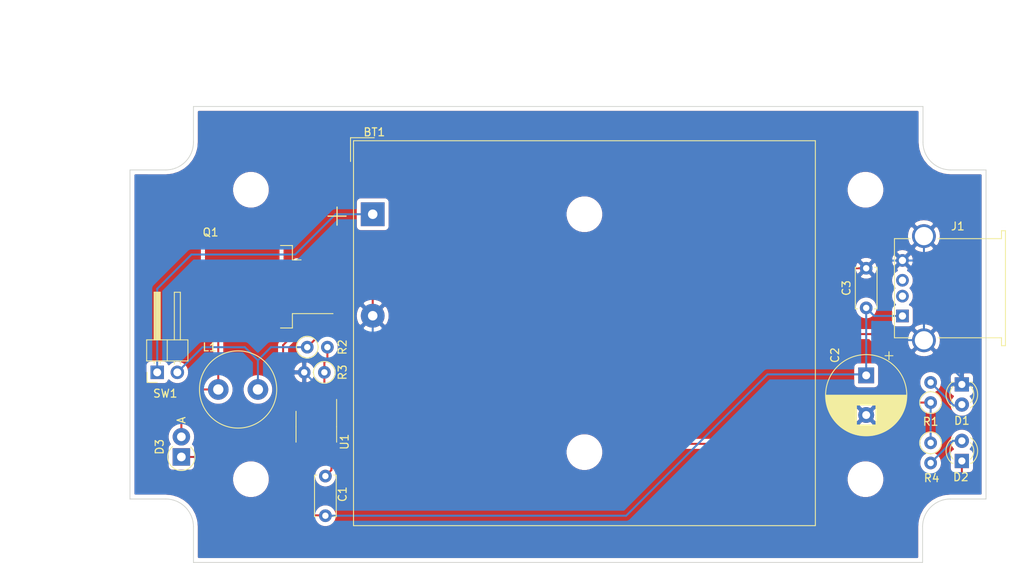
<source format=kicad_pcb>
(kicad_pcb (version 20171130) (host pcbnew "(5.1.12-1-10_14)")

  (general
    (thickness 1.6)
    (drawings 20)
    (tracks 97)
    (zones 0)
    (modules 20)
    (nets 15)
  )

  (page A4)
  (title_block
    (title "Batteries 3xAA to 5V Step Up")
    (date 2023-01-27)
    (rev 1.0)
    (company "Cool Inc.")
    (comment 1 "High Output Current")
  )

  (layers
    (0 F.Cu signal)
    (31 B.Cu signal)
    (32 B.Adhes user)
    (33 F.Adhes user)
    (34 B.Paste user)
    (35 F.Paste user)
    (36 B.SilkS user)
    (37 F.SilkS user)
    (38 B.Mask user)
    (39 F.Mask user)
    (40 Dwgs.User user)
    (41 Cmts.User user)
    (42 Eco1.User user)
    (43 Eco2.User user)
    (44 Edge.Cuts user)
    (45 Margin user)
    (46 B.CrtYd user)
    (47 F.CrtYd user)
    (48 B.Fab user)
    (49 F.Fab user)
  )

  (setup
    (last_trace_width 0.25)
    (trace_clearance 0.2)
    (zone_clearance 0.508)
    (zone_45_only no)
    (trace_min 0.2)
    (via_size 0.8)
    (via_drill 0.4)
    (via_min_size 0.4)
    (via_min_drill 0.3)
    (uvia_size 0.3)
    (uvia_drill 0.1)
    (uvias_allowed no)
    (uvia_min_size 0.2)
    (uvia_min_drill 0.1)
    (edge_width 0.1)
    (segment_width 0.2)
    (pcb_text_width 0.3)
    (pcb_text_size 1.5 1.5)
    (mod_edge_width 0.15)
    (mod_text_size 1 1)
    (mod_text_width 0.15)
    (pad_size 3.5 3.5)
    (pad_drill 3.5)
    (pad_to_mask_clearance 0)
    (aux_axis_origin 0 0)
    (visible_elements FFFFFF7F)
    (pcbplotparams
      (layerselection 0x010fc_ffffffff)
      (usegerberextensions false)
      (usegerberattributes true)
      (usegerberadvancedattributes true)
      (creategerberjobfile true)
      (excludeedgelayer true)
      (linewidth 0.100000)
      (plotframeref false)
      (viasonmask false)
      (mode 1)
      (useauxorigin false)
      (hpglpennumber 1)
      (hpglpenspeed 20)
      (hpglpendiameter 15.000000)
      (psnegative false)
      (psa4output false)
      (plotreference true)
      (plotvalue true)
      (plotinvisibletext false)
      (padsonsilk false)
      (subtractmaskfromsilk false)
      (outputformat 1)
      (mirror false)
      (drillshape 1)
      (scaleselection 1)
      (outputdirectory ""))
  )

  (net 0 "")
  (net 1 "Net-(BT1-Pad1)")
  (net 2 GND)
  (net 3 "Net-(C1-Pad2)")
  (net 4 "Net-(C1-Pad1)")
  (net 5 "Net-(D1-Pad2)")
  (net 6 "Net-(D2-Pad1)")
  (net 7 "Net-(D2-Pad2)")
  (net 8 "Net-(D3-Pad2)")
  (net 9 "Net-(J1-Pad2)")
  (net 10 "Net-(J1-Pad3)")
  (net 11 "Net-(L1-Pad1)")
  (net 12 "Net-(Q1-Pad1)")
  (net 13 "Net-(R2-Pad2)")
  (net 14 "Net-(U1-Pad4)")

  (net_class Default "Ceci est la Netclass par défaut."
    (clearance 0.2)
    (trace_width 0.25)
    (via_dia 0.8)
    (via_drill 0.4)
    (uvia_dia 0.3)
    (uvia_drill 0.1)
    (add_net GND)
    (add_net "Net-(BT1-Pad1)")
    (add_net "Net-(C1-Pad1)")
    (add_net "Net-(C1-Pad2)")
    (add_net "Net-(D1-Pad2)")
    (add_net "Net-(D2-Pad1)")
    (add_net "Net-(D2-Pad2)")
    (add_net "Net-(D3-Pad2)")
    (add_net "Net-(J1-Pad2)")
    (add_net "Net-(J1-Pad3)")
    (add_net "Net-(L1-Pad1)")
    (add_net "Net-(Q1-Pad1)")
    (add_net "Net-(R2-Pad2)")
    (add_net "Net-(U1-Pad4)")
  )

  (module Battery:BatteryHolder_TruPower_BH-331P_3xAA (layer F.Cu) (tedit 5C55E623) (tstamp 63D4579C)
    (at 127.254 89.916)
    (descr "Keystone Battery Holder BH-331P Battery Type 3xAA (Script generated with StandardBox.py) (Keystone Battery Holder BH-331P Battery Type 3xAA)")
    (tags "Battery Holder BH-331P Battery Type 3xAA")
    (path /63CC7A34)
    (fp_text reference BT1 (at 0.2 -10.35) (layer F.SilkS)
      (effects (font (size 1 1) (thickness 0.15)))
    )
    (fp_text value 3xAA (at 26.7 40.15) (layer F.Fab)
      (effects (font (size 1 1) (thickness 0.15)))
    )
    (fp_line (start -1.3 -9.15) (end 55.7 -9.15) (layer F.Fab) (width 0.1))
    (fp_line (start 55.7 -9.15) (end 55.7 39.15) (layer F.Fab) (width 0.1))
    (fp_line (start 55.7 39.15) (end -2.3 39.15) (layer F.Fab) (width 0.1))
    (fp_line (start -2.3 39.15) (end -2.3 -8.15) (layer F.Fab) (width 0.1))
    (fp_line (start -2.3 -8.15) (end -1.3 -9.15) (layer F.Fab) (width 0.1))
    (fp_line (start -2.8 -6.65) (end -2.8 -9.65) (layer F.SilkS) (width 0.12))
    (fp_line (start -2.8 -9.65) (end 0.2 -9.65) (layer F.SilkS) (width 0.12))
    (fp_line (start -2.42 -9.27) (end 55.82 -9.27) (layer F.SilkS) (width 0.12))
    (fp_line (start 55.82 -9.27) (end 55.82 39.27) (layer F.SilkS) (width 0.12))
    (fp_line (start -2.42 39.27) (end 55.82 39.27) (layer F.SilkS) (width 0.12))
    (fp_line (start -2.42 -9.27) (end -2.42 39.27) (layer F.SilkS) (width 0.12))
    (fp_line (start -2.55 -9.4) (end 55.95 -9.4) (layer F.CrtYd) (width 0.05))
    (fp_line (start 55.95 -9.4) (end 55.95 39.4) (layer F.CrtYd) (width 0.05))
    (fp_line (start -2.55 39.4) (end 55.95 39.4) (layer F.CrtYd) (width 0.05))
    (fp_line (start -2.55 -9.4) (end -2.55 39.4) (layer F.CrtYd) (width 0.05))
    (fp_text user %R (at 26.7 15) (layer F.Fab)
      (effects (font (size 1 1) (thickness 0.15)))
    )
    (fp_text user + (at -4.5 0) (layer F.SilkS)
      (effects (font (size 3 3) (thickness 0.15)))
    )
    (pad 1 thru_hole rect (at 0 0) (size 3 3) (drill 1.2) (layers *.Cu *.Mask)
      (net 1 "Net-(BT1-Pad1)"))
    (pad 2 thru_hole circle (at 0 12.8) (size 3 3) (drill 1.2) (layers *.Cu *.Mask)
      (net 2 GND))
    (pad "" np_thru_hole circle (at 26.7 0) (size 3.5 3.5) (drill 3.5) (layers *.Cu *.Mask))
    (pad "" np_thru_hole circle (at 26.7 30) (size 3.5 3.5) (drill 3.5) (layers *.Cu *.Mask))
    (model ${KISYS3DMOD}/Battery.3dshapes/BatteryHolder_TruPower_BH-331P_3xAA.wrl
      (at (xyz 0 0 0))
      (scale (xyz 1 1 1))
      (rotate (xyz 0 0 0))
    )
  )

  (module Capacitor_THT:C_Disc_D5.0mm_W2.5mm_P5.00mm (layer F.Cu) (tedit 5AE50EF0) (tstamp 63D536D9)
    (at 121.285 122.936 270)
    (descr "C, Disc series, Radial, pin pitch=5.00mm, , diameter*width=5*2.5mm^2, Capacitor, http://cdn-reichelt.de/documents/datenblatt/B300/DS_KERKO_TC.pdf")
    (tags "C Disc series Radial pin pitch 5.00mm  diameter 5mm width 2.5mm Capacitor")
    (path /63CDA8FD)
    (fp_text reference C1 (at 2.286 -2.159 90) (layer F.SilkS)
      (effects (font (size 1 1) (thickness 0.15)))
    )
    (fp_text value 100pF (at 2.5 2.5 90) (layer F.Fab)
      (effects (font (size 1 1) (thickness 0.15)))
    )
    (fp_line (start 6.05 -1.5) (end -1.05 -1.5) (layer F.CrtYd) (width 0.05))
    (fp_line (start 6.05 1.5) (end 6.05 -1.5) (layer F.CrtYd) (width 0.05))
    (fp_line (start -1.05 1.5) (end 6.05 1.5) (layer F.CrtYd) (width 0.05))
    (fp_line (start -1.05 -1.5) (end -1.05 1.5) (layer F.CrtYd) (width 0.05))
    (fp_line (start 5.12 1.055) (end 5.12 1.37) (layer F.SilkS) (width 0.12))
    (fp_line (start 5.12 -1.37) (end 5.12 -1.055) (layer F.SilkS) (width 0.12))
    (fp_line (start -0.12 1.055) (end -0.12 1.37) (layer F.SilkS) (width 0.12))
    (fp_line (start -0.12 -1.37) (end -0.12 -1.055) (layer F.SilkS) (width 0.12))
    (fp_line (start -0.12 1.37) (end 5.12 1.37) (layer F.SilkS) (width 0.12))
    (fp_line (start -0.12 -1.37) (end 5.12 -1.37) (layer F.SilkS) (width 0.12))
    (fp_line (start 5 -1.25) (end 0 -1.25) (layer F.Fab) (width 0.1))
    (fp_line (start 5 1.25) (end 5 -1.25) (layer F.Fab) (width 0.1))
    (fp_line (start 0 1.25) (end 5 1.25) (layer F.Fab) (width 0.1))
    (fp_line (start 0 -1.25) (end 0 1.25) (layer F.Fab) (width 0.1))
    (fp_text user %R (at 2.5 0 90) (layer F.Fab)
      (effects (font (size 1 1) (thickness 0.15)))
    )
    (pad 2 thru_hole circle (at 5 0 270) (size 1.6 1.6) (drill 0.8) (layers *.Cu *.Mask)
      (net 3 "Net-(C1-Pad2)"))
    (pad 1 thru_hole circle (at 0 0 270) (size 1.6 1.6) (drill 0.8) (layers *.Cu *.Mask)
      (net 4 "Net-(C1-Pad1)"))
    (model ${KISYS3DMOD}/Capacitor_THT.3dshapes/C_Disc_D5.0mm_W2.5mm_P5.00mm.wrl
      (at (xyz 0 0 0))
      (scale (xyz 1 1 1))
      (rotate (xyz 0 0 0))
    )
  )

  (module Capacitor_THT:CP_Radial_D10.0mm_P5.00mm (layer F.Cu) (tedit 5AE50EF1) (tstamp 63D4587D)
    (at 189.484 110.236 270)
    (descr "CP, Radial series, Radial, pin pitch=5.00mm, , diameter=10mm, Electrolytic Capacitor")
    (tags "CP Radial series Radial pin pitch 5.00mm  diameter 10mm Electrolytic Capacitor")
    (path /63CC3B56)
    (fp_text reference C2 (at -2.54 3.937 270) (layer F.SilkS)
      (effects (font (size 1 1) (thickness 0.15)))
    )
    (fp_text value 470uF (at 2.5 6.25 90) (layer F.Fab)
      (effects (font (size 1 1) (thickness 0.15)))
    )
    (fp_circle (center 2.5 0) (end 7.5 0) (layer F.Fab) (width 0.1))
    (fp_circle (center 2.5 0) (end 7.62 0) (layer F.SilkS) (width 0.12))
    (fp_circle (center 2.5 0) (end 7.75 0) (layer F.CrtYd) (width 0.05))
    (fp_line (start -1.788861 -2.1875) (end -0.788861 -2.1875) (layer F.Fab) (width 0.1))
    (fp_line (start -1.288861 -2.6875) (end -1.288861 -1.6875) (layer F.Fab) (width 0.1))
    (fp_line (start 2.5 -5.08) (end 2.5 5.08) (layer F.SilkS) (width 0.12))
    (fp_line (start 2.54 -5.08) (end 2.54 5.08) (layer F.SilkS) (width 0.12))
    (fp_line (start 2.58 -5.08) (end 2.58 5.08) (layer F.SilkS) (width 0.12))
    (fp_line (start 2.62 -5.079) (end 2.62 5.079) (layer F.SilkS) (width 0.12))
    (fp_line (start 2.66 -5.078) (end 2.66 5.078) (layer F.SilkS) (width 0.12))
    (fp_line (start 2.7 -5.077) (end 2.7 5.077) (layer F.SilkS) (width 0.12))
    (fp_line (start 2.74 -5.075) (end 2.74 5.075) (layer F.SilkS) (width 0.12))
    (fp_line (start 2.78 -5.073) (end 2.78 5.073) (layer F.SilkS) (width 0.12))
    (fp_line (start 2.82 -5.07) (end 2.82 5.07) (layer F.SilkS) (width 0.12))
    (fp_line (start 2.86 -5.068) (end 2.86 5.068) (layer F.SilkS) (width 0.12))
    (fp_line (start 2.9 -5.065) (end 2.9 5.065) (layer F.SilkS) (width 0.12))
    (fp_line (start 2.94 -5.062) (end 2.94 5.062) (layer F.SilkS) (width 0.12))
    (fp_line (start 2.98 -5.058) (end 2.98 5.058) (layer F.SilkS) (width 0.12))
    (fp_line (start 3.02 -5.054) (end 3.02 5.054) (layer F.SilkS) (width 0.12))
    (fp_line (start 3.06 -5.05) (end 3.06 5.05) (layer F.SilkS) (width 0.12))
    (fp_line (start 3.1 -5.045) (end 3.1 5.045) (layer F.SilkS) (width 0.12))
    (fp_line (start 3.14 -5.04) (end 3.14 5.04) (layer F.SilkS) (width 0.12))
    (fp_line (start 3.18 -5.035) (end 3.18 5.035) (layer F.SilkS) (width 0.12))
    (fp_line (start 3.221 -5.03) (end 3.221 5.03) (layer F.SilkS) (width 0.12))
    (fp_line (start 3.261 -5.024) (end 3.261 5.024) (layer F.SilkS) (width 0.12))
    (fp_line (start 3.301 -5.018) (end 3.301 5.018) (layer F.SilkS) (width 0.12))
    (fp_line (start 3.341 -5.011) (end 3.341 5.011) (layer F.SilkS) (width 0.12))
    (fp_line (start 3.381 -5.004) (end 3.381 5.004) (layer F.SilkS) (width 0.12))
    (fp_line (start 3.421 -4.997) (end 3.421 4.997) (layer F.SilkS) (width 0.12))
    (fp_line (start 3.461 -4.99) (end 3.461 4.99) (layer F.SilkS) (width 0.12))
    (fp_line (start 3.501 -4.982) (end 3.501 4.982) (layer F.SilkS) (width 0.12))
    (fp_line (start 3.541 -4.974) (end 3.541 4.974) (layer F.SilkS) (width 0.12))
    (fp_line (start 3.581 -4.965) (end 3.581 4.965) (layer F.SilkS) (width 0.12))
    (fp_line (start 3.621 -4.956) (end 3.621 4.956) (layer F.SilkS) (width 0.12))
    (fp_line (start 3.661 -4.947) (end 3.661 4.947) (layer F.SilkS) (width 0.12))
    (fp_line (start 3.701 -4.938) (end 3.701 4.938) (layer F.SilkS) (width 0.12))
    (fp_line (start 3.741 -4.928) (end 3.741 4.928) (layer F.SilkS) (width 0.12))
    (fp_line (start 3.781 -4.918) (end 3.781 -1.241) (layer F.SilkS) (width 0.12))
    (fp_line (start 3.781 1.241) (end 3.781 4.918) (layer F.SilkS) (width 0.12))
    (fp_line (start 3.821 -4.907) (end 3.821 -1.241) (layer F.SilkS) (width 0.12))
    (fp_line (start 3.821 1.241) (end 3.821 4.907) (layer F.SilkS) (width 0.12))
    (fp_line (start 3.861 -4.897) (end 3.861 -1.241) (layer F.SilkS) (width 0.12))
    (fp_line (start 3.861 1.241) (end 3.861 4.897) (layer F.SilkS) (width 0.12))
    (fp_line (start 3.901 -4.885) (end 3.901 -1.241) (layer F.SilkS) (width 0.12))
    (fp_line (start 3.901 1.241) (end 3.901 4.885) (layer F.SilkS) (width 0.12))
    (fp_line (start 3.941 -4.874) (end 3.941 -1.241) (layer F.SilkS) (width 0.12))
    (fp_line (start 3.941 1.241) (end 3.941 4.874) (layer F.SilkS) (width 0.12))
    (fp_line (start 3.981 -4.862) (end 3.981 -1.241) (layer F.SilkS) (width 0.12))
    (fp_line (start 3.981 1.241) (end 3.981 4.862) (layer F.SilkS) (width 0.12))
    (fp_line (start 4.021 -4.85) (end 4.021 -1.241) (layer F.SilkS) (width 0.12))
    (fp_line (start 4.021 1.241) (end 4.021 4.85) (layer F.SilkS) (width 0.12))
    (fp_line (start 4.061 -4.837) (end 4.061 -1.241) (layer F.SilkS) (width 0.12))
    (fp_line (start 4.061 1.241) (end 4.061 4.837) (layer F.SilkS) (width 0.12))
    (fp_line (start 4.101 -4.824) (end 4.101 -1.241) (layer F.SilkS) (width 0.12))
    (fp_line (start 4.101 1.241) (end 4.101 4.824) (layer F.SilkS) (width 0.12))
    (fp_line (start 4.141 -4.811) (end 4.141 -1.241) (layer F.SilkS) (width 0.12))
    (fp_line (start 4.141 1.241) (end 4.141 4.811) (layer F.SilkS) (width 0.12))
    (fp_line (start 4.181 -4.797) (end 4.181 -1.241) (layer F.SilkS) (width 0.12))
    (fp_line (start 4.181 1.241) (end 4.181 4.797) (layer F.SilkS) (width 0.12))
    (fp_line (start 4.221 -4.783) (end 4.221 -1.241) (layer F.SilkS) (width 0.12))
    (fp_line (start 4.221 1.241) (end 4.221 4.783) (layer F.SilkS) (width 0.12))
    (fp_line (start 4.261 -4.768) (end 4.261 -1.241) (layer F.SilkS) (width 0.12))
    (fp_line (start 4.261 1.241) (end 4.261 4.768) (layer F.SilkS) (width 0.12))
    (fp_line (start 4.301 -4.754) (end 4.301 -1.241) (layer F.SilkS) (width 0.12))
    (fp_line (start 4.301 1.241) (end 4.301 4.754) (layer F.SilkS) (width 0.12))
    (fp_line (start 4.341 -4.738) (end 4.341 -1.241) (layer F.SilkS) (width 0.12))
    (fp_line (start 4.341 1.241) (end 4.341 4.738) (layer F.SilkS) (width 0.12))
    (fp_line (start 4.381 -4.723) (end 4.381 -1.241) (layer F.SilkS) (width 0.12))
    (fp_line (start 4.381 1.241) (end 4.381 4.723) (layer F.SilkS) (width 0.12))
    (fp_line (start 4.421 -4.707) (end 4.421 -1.241) (layer F.SilkS) (width 0.12))
    (fp_line (start 4.421 1.241) (end 4.421 4.707) (layer F.SilkS) (width 0.12))
    (fp_line (start 4.461 -4.69) (end 4.461 -1.241) (layer F.SilkS) (width 0.12))
    (fp_line (start 4.461 1.241) (end 4.461 4.69) (layer F.SilkS) (width 0.12))
    (fp_line (start 4.501 -4.674) (end 4.501 -1.241) (layer F.SilkS) (width 0.12))
    (fp_line (start 4.501 1.241) (end 4.501 4.674) (layer F.SilkS) (width 0.12))
    (fp_line (start 4.541 -4.657) (end 4.541 -1.241) (layer F.SilkS) (width 0.12))
    (fp_line (start 4.541 1.241) (end 4.541 4.657) (layer F.SilkS) (width 0.12))
    (fp_line (start 4.581 -4.639) (end 4.581 -1.241) (layer F.SilkS) (width 0.12))
    (fp_line (start 4.581 1.241) (end 4.581 4.639) (layer F.SilkS) (width 0.12))
    (fp_line (start 4.621 -4.621) (end 4.621 -1.241) (layer F.SilkS) (width 0.12))
    (fp_line (start 4.621 1.241) (end 4.621 4.621) (layer F.SilkS) (width 0.12))
    (fp_line (start 4.661 -4.603) (end 4.661 -1.241) (layer F.SilkS) (width 0.12))
    (fp_line (start 4.661 1.241) (end 4.661 4.603) (layer F.SilkS) (width 0.12))
    (fp_line (start 4.701 -4.584) (end 4.701 -1.241) (layer F.SilkS) (width 0.12))
    (fp_line (start 4.701 1.241) (end 4.701 4.584) (layer F.SilkS) (width 0.12))
    (fp_line (start 4.741 -4.564) (end 4.741 -1.241) (layer F.SilkS) (width 0.12))
    (fp_line (start 4.741 1.241) (end 4.741 4.564) (layer F.SilkS) (width 0.12))
    (fp_line (start 4.781 -4.545) (end 4.781 -1.241) (layer F.SilkS) (width 0.12))
    (fp_line (start 4.781 1.241) (end 4.781 4.545) (layer F.SilkS) (width 0.12))
    (fp_line (start 4.821 -4.525) (end 4.821 -1.241) (layer F.SilkS) (width 0.12))
    (fp_line (start 4.821 1.241) (end 4.821 4.525) (layer F.SilkS) (width 0.12))
    (fp_line (start 4.861 -4.504) (end 4.861 -1.241) (layer F.SilkS) (width 0.12))
    (fp_line (start 4.861 1.241) (end 4.861 4.504) (layer F.SilkS) (width 0.12))
    (fp_line (start 4.901 -4.483) (end 4.901 -1.241) (layer F.SilkS) (width 0.12))
    (fp_line (start 4.901 1.241) (end 4.901 4.483) (layer F.SilkS) (width 0.12))
    (fp_line (start 4.941 -4.462) (end 4.941 -1.241) (layer F.SilkS) (width 0.12))
    (fp_line (start 4.941 1.241) (end 4.941 4.462) (layer F.SilkS) (width 0.12))
    (fp_line (start 4.981 -4.44) (end 4.981 -1.241) (layer F.SilkS) (width 0.12))
    (fp_line (start 4.981 1.241) (end 4.981 4.44) (layer F.SilkS) (width 0.12))
    (fp_line (start 5.021 -4.417) (end 5.021 -1.241) (layer F.SilkS) (width 0.12))
    (fp_line (start 5.021 1.241) (end 5.021 4.417) (layer F.SilkS) (width 0.12))
    (fp_line (start 5.061 -4.395) (end 5.061 -1.241) (layer F.SilkS) (width 0.12))
    (fp_line (start 5.061 1.241) (end 5.061 4.395) (layer F.SilkS) (width 0.12))
    (fp_line (start 5.101 -4.371) (end 5.101 -1.241) (layer F.SilkS) (width 0.12))
    (fp_line (start 5.101 1.241) (end 5.101 4.371) (layer F.SilkS) (width 0.12))
    (fp_line (start 5.141 -4.347) (end 5.141 -1.241) (layer F.SilkS) (width 0.12))
    (fp_line (start 5.141 1.241) (end 5.141 4.347) (layer F.SilkS) (width 0.12))
    (fp_line (start 5.181 -4.323) (end 5.181 -1.241) (layer F.SilkS) (width 0.12))
    (fp_line (start 5.181 1.241) (end 5.181 4.323) (layer F.SilkS) (width 0.12))
    (fp_line (start 5.221 -4.298) (end 5.221 -1.241) (layer F.SilkS) (width 0.12))
    (fp_line (start 5.221 1.241) (end 5.221 4.298) (layer F.SilkS) (width 0.12))
    (fp_line (start 5.261 -4.273) (end 5.261 -1.241) (layer F.SilkS) (width 0.12))
    (fp_line (start 5.261 1.241) (end 5.261 4.273) (layer F.SilkS) (width 0.12))
    (fp_line (start 5.301 -4.247) (end 5.301 -1.241) (layer F.SilkS) (width 0.12))
    (fp_line (start 5.301 1.241) (end 5.301 4.247) (layer F.SilkS) (width 0.12))
    (fp_line (start 5.341 -4.221) (end 5.341 -1.241) (layer F.SilkS) (width 0.12))
    (fp_line (start 5.341 1.241) (end 5.341 4.221) (layer F.SilkS) (width 0.12))
    (fp_line (start 5.381 -4.194) (end 5.381 -1.241) (layer F.SilkS) (width 0.12))
    (fp_line (start 5.381 1.241) (end 5.381 4.194) (layer F.SilkS) (width 0.12))
    (fp_line (start 5.421 -4.166) (end 5.421 -1.241) (layer F.SilkS) (width 0.12))
    (fp_line (start 5.421 1.241) (end 5.421 4.166) (layer F.SilkS) (width 0.12))
    (fp_line (start 5.461 -4.138) (end 5.461 -1.241) (layer F.SilkS) (width 0.12))
    (fp_line (start 5.461 1.241) (end 5.461 4.138) (layer F.SilkS) (width 0.12))
    (fp_line (start 5.501 -4.11) (end 5.501 -1.241) (layer F.SilkS) (width 0.12))
    (fp_line (start 5.501 1.241) (end 5.501 4.11) (layer F.SilkS) (width 0.12))
    (fp_line (start 5.541 -4.08) (end 5.541 -1.241) (layer F.SilkS) (width 0.12))
    (fp_line (start 5.541 1.241) (end 5.541 4.08) (layer F.SilkS) (width 0.12))
    (fp_line (start 5.581 -4.05) (end 5.581 -1.241) (layer F.SilkS) (width 0.12))
    (fp_line (start 5.581 1.241) (end 5.581 4.05) (layer F.SilkS) (width 0.12))
    (fp_line (start 5.621 -4.02) (end 5.621 -1.241) (layer F.SilkS) (width 0.12))
    (fp_line (start 5.621 1.241) (end 5.621 4.02) (layer F.SilkS) (width 0.12))
    (fp_line (start 5.661 -3.989) (end 5.661 -1.241) (layer F.SilkS) (width 0.12))
    (fp_line (start 5.661 1.241) (end 5.661 3.989) (layer F.SilkS) (width 0.12))
    (fp_line (start 5.701 -3.957) (end 5.701 -1.241) (layer F.SilkS) (width 0.12))
    (fp_line (start 5.701 1.241) (end 5.701 3.957) (layer F.SilkS) (width 0.12))
    (fp_line (start 5.741 -3.925) (end 5.741 -1.241) (layer F.SilkS) (width 0.12))
    (fp_line (start 5.741 1.241) (end 5.741 3.925) (layer F.SilkS) (width 0.12))
    (fp_line (start 5.781 -3.892) (end 5.781 -1.241) (layer F.SilkS) (width 0.12))
    (fp_line (start 5.781 1.241) (end 5.781 3.892) (layer F.SilkS) (width 0.12))
    (fp_line (start 5.821 -3.858) (end 5.821 -1.241) (layer F.SilkS) (width 0.12))
    (fp_line (start 5.821 1.241) (end 5.821 3.858) (layer F.SilkS) (width 0.12))
    (fp_line (start 5.861 -3.824) (end 5.861 -1.241) (layer F.SilkS) (width 0.12))
    (fp_line (start 5.861 1.241) (end 5.861 3.824) (layer F.SilkS) (width 0.12))
    (fp_line (start 5.901 -3.789) (end 5.901 -1.241) (layer F.SilkS) (width 0.12))
    (fp_line (start 5.901 1.241) (end 5.901 3.789) (layer F.SilkS) (width 0.12))
    (fp_line (start 5.941 -3.753) (end 5.941 -1.241) (layer F.SilkS) (width 0.12))
    (fp_line (start 5.941 1.241) (end 5.941 3.753) (layer F.SilkS) (width 0.12))
    (fp_line (start 5.981 -3.716) (end 5.981 -1.241) (layer F.SilkS) (width 0.12))
    (fp_line (start 5.981 1.241) (end 5.981 3.716) (layer F.SilkS) (width 0.12))
    (fp_line (start 6.021 -3.679) (end 6.021 -1.241) (layer F.SilkS) (width 0.12))
    (fp_line (start 6.021 1.241) (end 6.021 3.679) (layer F.SilkS) (width 0.12))
    (fp_line (start 6.061 -3.64) (end 6.061 -1.241) (layer F.SilkS) (width 0.12))
    (fp_line (start 6.061 1.241) (end 6.061 3.64) (layer F.SilkS) (width 0.12))
    (fp_line (start 6.101 -3.601) (end 6.101 -1.241) (layer F.SilkS) (width 0.12))
    (fp_line (start 6.101 1.241) (end 6.101 3.601) (layer F.SilkS) (width 0.12))
    (fp_line (start 6.141 -3.561) (end 6.141 -1.241) (layer F.SilkS) (width 0.12))
    (fp_line (start 6.141 1.241) (end 6.141 3.561) (layer F.SilkS) (width 0.12))
    (fp_line (start 6.181 -3.52) (end 6.181 -1.241) (layer F.SilkS) (width 0.12))
    (fp_line (start 6.181 1.241) (end 6.181 3.52) (layer F.SilkS) (width 0.12))
    (fp_line (start 6.221 -3.478) (end 6.221 -1.241) (layer F.SilkS) (width 0.12))
    (fp_line (start 6.221 1.241) (end 6.221 3.478) (layer F.SilkS) (width 0.12))
    (fp_line (start 6.261 -3.436) (end 6.261 3.436) (layer F.SilkS) (width 0.12))
    (fp_line (start 6.301 -3.392) (end 6.301 3.392) (layer F.SilkS) (width 0.12))
    (fp_line (start 6.341 -3.347) (end 6.341 3.347) (layer F.SilkS) (width 0.12))
    (fp_line (start 6.381 -3.301) (end 6.381 3.301) (layer F.SilkS) (width 0.12))
    (fp_line (start 6.421 -3.254) (end 6.421 3.254) (layer F.SilkS) (width 0.12))
    (fp_line (start 6.461 -3.206) (end 6.461 3.206) (layer F.SilkS) (width 0.12))
    (fp_line (start 6.501 -3.156) (end 6.501 3.156) (layer F.SilkS) (width 0.12))
    (fp_line (start 6.541 -3.106) (end 6.541 3.106) (layer F.SilkS) (width 0.12))
    (fp_line (start 6.581 -3.054) (end 6.581 3.054) (layer F.SilkS) (width 0.12))
    (fp_line (start 6.621 -3) (end 6.621 3) (layer F.SilkS) (width 0.12))
    (fp_line (start 6.661 -2.945) (end 6.661 2.945) (layer F.SilkS) (width 0.12))
    (fp_line (start 6.701 -2.889) (end 6.701 2.889) (layer F.SilkS) (width 0.12))
    (fp_line (start 6.741 -2.83) (end 6.741 2.83) (layer F.SilkS) (width 0.12))
    (fp_line (start 6.781 -2.77) (end 6.781 2.77) (layer F.SilkS) (width 0.12))
    (fp_line (start 6.821 -2.709) (end 6.821 2.709) (layer F.SilkS) (width 0.12))
    (fp_line (start 6.861 -2.645) (end 6.861 2.645) (layer F.SilkS) (width 0.12))
    (fp_line (start 6.901 -2.579) (end 6.901 2.579) (layer F.SilkS) (width 0.12))
    (fp_line (start 6.941 -2.51) (end 6.941 2.51) (layer F.SilkS) (width 0.12))
    (fp_line (start 6.981 -2.439) (end 6.981 2.439) (layer F.SilkS) (width 0.12))
    (fp_line (start 7.021 -2.365) (end 7.021 2.365) (layer F.SilkS) (width 0.12))
    (fp_line (start 7.061 -2.289) (end 7.061 2.289) (layer F.SilkS) (width 0.12))
    (fp_line (start 7.101 -2.209) (end 7.101 2.209) (layer F.SilkS) (width 0.12))
    (fp_line (start 7.141 -2.125) (end 7.141 2.125) (layer F.SilkS) (width 0.12))
    (fp_line (start 7.181 -2.037) (end 7.181 2.037) (layer F.SilkS) (width 0.12))
    (fp_line (start 7.221 -1.944) (end 7.221 1.944) (layer F.SilkS) (width 0.12))
    (fp_line (start 7.261 -1.846) (end 7.261 1.846) (layer F.SilkS) (width 0.12))
    (fp_line (start 7.301 -1.742) (end 7.301 1.742) (layer F.SilkS) (width 0.12))
    (fp_line (start 7.341 -1.63) (end 7.341 1.63) (layer F.SilkS) (width 0.12))
    (fp_line (start 7.381 -1.51) (end 7.381 1.51) (layer F.SilkS) (width 0.12))
    (fp_line (start 7.421 -1.378) (end 7.421 1.378) (layer F.SilkS) (width 0.12))
    (fp_line (start 7.461 -1.23) (end 7.461 1.23) (layer F.SilkS) (width 0.12))
    (fp_line (start 7.501 -1.062) (end 7.501 1.062) (layer F.SilkS) (width 0.12))
    (fp_line (start 7.541 -0.862) (end 7.541 0.862) (layer F.SilkS) (width 0.12))
    (fp_line (start 7.581 -0.599) (end 7.581 0.599) (layer F.SilkS) (width 0.12))
    (fp_line (start -2.979646 -2.875) (end -1.979646 -2.875) (layer F.SilkS) (width 0.12))
    (fp_line (start -2.479646 -3.375) (end -2.479646 -2.375) (layer F.SilkS) (width 0.12))
    (fp_text user %R (at 2.5 0 90) (layer F.Fab)
      (effects (font (size 1 1) (thickness 0.15)))
    )
    (pad 1 thru_hole rect (at 0 0 270) (size 2 2) (drill 1) (layers *.Cu *.Mask)
      (net 3 "Net-(C1-Pad2)"))
    (pad 2 thru_hole circle (at 5 0 270) (size 2 2) (drill 1) (layers *.Cu *.Mask)
      (net 2 GND))
    (model ${KISYS3DMOD}/Capacitor_THT.3dshapes/CP_Radial_D10.0mm_P5.00mm.wrl
      (at (xyz 0 0 0))
      (scale (xyz 1 1 1))
      (rotate (xyz 0 0 0))
    )
  )

  (module Capacitor_THT:C_Disc_D5.0mm_W2.5mm_P5.00mm (layer F.Cu) (tedit 5AE50EF0) (tstamp 63D4DE04)
    (at 189.484 101.727 90)
    (descr "C, Disc series, Radial, pin pitch=5.00mm, , diameter*width=5*2.5mm^2, Capacitor, http://cdn-reichelt.de/documents/datenblatt/B300/DS_KERKO_TC.pdf")
    (tags "C Disc series Radial pin pitch 5.00mm  diameter 5mm width 2.5mm Capacitor")
    (path /63CC34EA)
    (fp_text reference C3 (at 2.5 -2.5 90) (layer F.SilkS)
      (effects (font (size 1 1) (thickness 0.15)))
    )
    (fp_text value 100nF (at 2.5 2.5 90) (layer F.Fab)
      (effects (font (size 1 1) (thickness 0.15)))
    )
    (fp_line (start 0 -1.25) (end 0 1.25) (layer F.Fab) (width 0.1))
    (fp_line (start 0 1.25) (end 5 1.25) (layer F.Fab) (width 0.1))
    (fp_line (start 5 1.25) (end 5 -1.25) (layer F.Fab) (width 0.1))
    (fp_line (start 5 -1.25) (end 0 -1.25) (layer F.Fab) (width 0.1))
    (fp_line (start -0.12 -1.37) (end 5.12 -1.37) (layer F.SilkS) (width 0.12))
    (fp_line (start -0.12 1.37) (end 5.12 1.37) (layer F.SilkS) (width 0.12))
    (fp_line (start -0.12 -1.37) (end -0.12 -1.055) (layer F.SilkS) (width 0.12))
    (fp_line (start -0.12 1.055) (end -0.12 1.37) (layer F.SilkS) (width 0.12))
    (fp_line (start 5.12 -1.37) (end 5.12 -1.055) (layer F.SilkS) (width 0.12))
    (fp_line (start 5.12 1.055) (end 5.12 1.37) (layer F.SilkS) (width 0.12))
    (fp_line (start -1.05 -1.5) (end -1.05 1.5) (layer F.CrtYd) (width 0.05))
    (fp_line (start -1.05 1.5) (end 6.05 1.5) (layer F.CrtYd) (width 0.05))
    (fp_line (start 6.05 1.5) (end 6.05 -1.5) (layer F.CrtYd) (width 0.05))
    (fp_line (start 6.05 -1.5) (end -1.05 -1.5) (layer F.CrtYd) (width 0.05))
    (fp_text user %R (at 2.5 0 90) (layer F.Fab)
      (effects (font (size 1 1) (thickness 0.15)))
    )
    (pad 1 thru_hole circle (at 0 0 90) (size 1.6 1.6) (drill 0.8) (layers *.Cu *.Mask)
      (net 3 "Net-(C1-Pad2)"))
    (pad 2 thru_hole circle (at 5 0 90) (size 1.6 1.6) (drill 0.8) (layers *.Cu *.Mask)
      (net 2 GND))
    (model ${KISYS3DMOD}/Capacitor_THT.3dshapes/C_Disc_D5.0mm_W2.5mm_P5.00mm.wrl
      (at (xyz 0 0 0))
      (scale (xyz 1 1 1))
      (rotate (xyz 0 0 0))
    )
  )

  (module LED_THT:LED_D3.0mm (layer F.Cu) (tedit 587A3A7B) (tstamp 63D458A5)
    (at 201.549 111.379 270)
    (descr "LED, diameter 3.0mm, 2 pins")
    (tags "LED diameter 3.0mm 2 pins")
    (path /63D8230B)
    (fp_text reference D1 (at 4.572 0 180) (layer F.SilkS)
      (effects (font (size 1 1) (thickness 0.15)))
    )
    (fp_text value LED (at 1.27 2.96 90) (layer F.Fab) hide
      (effects (font (size 1 1) (thickness 0.15)))
    )
    (fp_line (start 3.7 -2.25) (end -1.15 -2.25) (layer F.CrtYd) (width 0.05))
    (fp_line (start 3.7 2.25) (end 3.7 -2.25) (layer F.CrtYd) (width 0.05))
    (fp_line (start -1.15 2.25) (end 3.7 2.25) (layer F.CrtYd) (width 0.05))
    (fp_line (start -1.15 -2.25) (end -1.15 2.25) (layer F.CrtYd) (width 0.05))
    (fp_line (start -0.29 1.08) (end -0.29 1.236) (layer F.SilkS) (width 0.12))
    (fp_line (start -0.29 -1.236) (end -0.29 -1.08) (layer F.SilkS) (width 0.12))
    (fp_line (start -0.23 -1.16619) (end -0.23 1.16619) (layer F.Fab) (width 0.1))
    (fp_circle (center 1.27 0) (end 2.77 0) (layer F.Fab) (width 0.1))
    (fp_arc (start 1.27 0) (end 0.229039 1.08) (angle -87.9) (layer F.SilkS) (width 0.12))
    (fp_arc (start 1.27 0) (end 0.229039 -1.08) (angle 87.9) (layer F.SilkS) (width 0.12))
    (fp_arc (start 1.27 0) (end -0.29 1.235516) (angle -108.8) (layer F.SilkS) (width 0.12))
    (fp_arc (start 1.27 0) (end -0.29 -1.235516) (angle 108.8) (layer F.SilkS) (width 0.12))
    (fp_arc (start 1.27 0) (end -0.23 -1.16619) (angle 284.3) (layer F.Fab) (width 0.1))
    (pad 2 thru_hole circle (at 2.54 0 270) (size 1.8 1.8) (drill 0.9) (layers *.Cu *.Mask)
      (net 5 "Net-(D1-Pad2)"))
    (pad 1 thru_hole rect (at 0 0 270) (size 1.8 1.8) (drill 0.9) (layers *.Cu *.Mask)
      (net 2 GND))
    (model ${KISYS3DMOD}/LED_THT.3dshapes/LED_D3.0mm.wrl
      (at (xyz 0 0 0))
      (scale (xyz 1 1 1))
      (rotate (xyz 0 0 0))
    )
  )

  (module LED_THT:LED_D3.0mm (layer F.Cu) (tedit 587A3A7B) (tstamp 63D458B8)
    (at 201.549 121.031 90)
    (descr "LED, diameter 3.0mm, 2 pins")
    (tags "LED diameter 3.0mm 2 pins")
    (path /63CC2DF9)
    (fp_text reference D2 (at -2.032 -0.127 180) (layer F.SilkS)
      (effects (font (size 1 1) (thickness 0.15)))
    )
    (fp_text value LED (at 1.27 2.96 90) (layer F.Fab) hide
      (effects (font (size 1 1) (thickness 0.15)))
    )
    (fp_circle (center 1.27 0) (end 2.77 0) (layer F.Fab) (width 0.1))
    (fp_line (start -0.23 -1.16619) (end -0.23 1.16619) (layer F.Fab) (width 0.1))
    (fp_line (start -0.29 -1.236) (end -0.29 -1.08) (layer F.SilkS) (width 0.12))
    (fp_line (start -0.29 1.08) (end -0.29 1.236) (layer F.SilkS) (width 0.12))
    (fp_line (start -1.15 -2.25) (end -1.15 2.25) (layer F.CrtYd) (width 0.05))
    (fp_line (start -1.15 2.25) (end 3.7 2.25) (layer F.CrtYd) (width 0.05))
    (fp_line (start 3.7 2.25) (end 3.7 -2.25) (layer F.CrtYd) (width 0.05))
    (fp_line (start 3.7 -2.25) (end -1.15 -2.25) (layer F.CrtYd) (width 0.05))
    (fp_arc (start 1.27 0) (end -0.23 -1.16619) (angle 284.3) (layer F.Fab) (width 0.1))
    (fp_arc (start 1.27 0) (end -0.29 -1.235516) (angle 108.8) (layer F.SilkS) (width 0.12))
    (fp_arc (start 1.27 0) (end -0.29 1.235516) (angle -108.8) (layer F.SilkS) (width 0.12))
    (fp_arc (start 1.27 0) (end 0.229039 -1.08) (angle 87.9) (layer F.SilkS) (width 0.12))
    (fp_arc (start 1.27 0) (end 0.229039 1.08) (angle -87.9) (layer F.SilkS) (width 0.12))
    (pad 1 thru_hole rect (at 0 0 90) (size 1.8 1.8) (drill 0.9) (layers *.Cu *.Mask)
      (net 6 "Net-(D2-Pad1)"))
    (pad 2 thru_hole circle (at 2.54 0 90) (size 1.8 1.8) (drill 0.9) (layers *.Cu *.Mask)
      (net 7 "Net-(D2-Pad2)"))
    (model ${KISYS3DMOD}/LED_THT.3dshapes/LED_D3.0mm.wrl
      (at (xyz 0 0 0))
      (scale (xyz 1 1 1))
      (rotate (xyz 0 0 0))
    )
  )

  (module Connector_USB:USB_A_Stewart_SS-52100-001_Horizontal (layer F.Cu) (tedit 5CB49A87) (tstamp 63D4DC40)
    (at 194.056 102.743 90)
    (descr "USB A connector https://belfuse.com/resources/drawings/stewartconnector/dr-stw-ss-52100-001.pdf")
    (tags "USB_A Female Connector receptacle")
    (path /63CC67F6)
    (fp_text reference J1 (at 11.303 6.985 180) (layer F.SilkS)
      (effects (font (size 1 1) (thickness 0.15)))
    )
    (fp_text value USB_A (at 3.5 14.49 90) (layer F.Fab)
      (effects (font (size 1 1) (thickness 0.15)))
    )
    (fp_line (start 10.25 4.74) (end 11.25 4.74) (layer F.CrtYd) (width 0.05))
    (fp_line (start 10.25 11.99) (end 10.25 4.74) (layer F.CrtYd) (width 0.05))
    (fp_line (start 11.25 11.99) (end 10.25 11.99) (layer F.CrtYd) (width 0.05))
    (fp_line (start 11.25 13.49) (end 11.25 11.99) (layer F.CrtYd) (width 0.05))
    (fp_line (start -4.25 13.49) (end 11.25 13.49) (layer F.CrtYd) (width 0.05))
    (fp_line (start -4.25 11.99) (end -4.25 13.49) (layer F.CrtYd) (width 0.05))
    (fp_line (start -3.25 11.99) (end -4.25 11.99) (layer F.CrtYd) (width 0.05))
    (fp_line (start -3.25 4.74) (end -3.25 11.99) (layer F.CrtYd) (width 0.05))
    (fp_line (start 0 -0.76) (end 0.25 -1.01) (layer F.Fab) (width 0.1))
    (fp_line (start -0.25 -1.01) (end 0 -0.76) (layer F.Fab) (width 0.1))
    (fp_line (start -0.5 -1.26) (end 0.5 -1.26) (layer F.SilkS) (width 0.12))
    (fp_line (start -3.75 12.49) (end -3.75 12.99) (layer F.SilkS) (width 0.12))
    (fp_line (start -2.75 12.49) (end -3.75 12.49) (layer F.SilkS) (width 0.12))
    (fp_line (start -2.75 4.49) (end -2.75 12.49) (layer F.SilkS) (width 0.12))
    (fp_line (start -2.75 -1.01) (end -2.75 0.99) (layer F.SilkS) (width 0.12))
    (fp_line (start 9.75 -1.01) (end -2.75 -1.01) (layer F.SilkS) (width 0.12))
    (fp_line (start 9.75 0.99) (end 9.75 -1.01) (layer F.SilkS) (width 0.12))
    (fp_line (start 9.75 12.49) (end 9.75 4.49) (layer F.SilkS) (width 0.12))
    (fp_line (start 10.75 12.49) (end 9.75 12.49) (layer F.SilkS) (width 0.12))
    (fp_line (start 10.75 12.99) (end 10.75 12.49) (layer F.SilkS) (width 0.12))
    (fp_line (start -3.75 12.99) (end 10.75 12.99) (layer F.SilkS) (width 0.12))
    (fp_line (start 9.75 12.49) (end 9.75 -1.01) (layer F.Fab) (width 0.1))
    (fp_line (start -2.75 -1.01) (end 9.75 -1.01) (layer F.Fab) (width 0.1))
    (fp_line (start -2.75 12.49) (end -2.75 -1.01) (layer F.Fab) (width 0.1))
    (fp_line (start -3.75 12.99) (end 10.75 12.99) (layer F.Fab) (width 0.1))
    (fp_line (start -3.75 12.99) (end -3.75 12.49) (layer F.Fab) (width 0.1))
    (fp_line (start -3.75 12.49) (end -2.75 12.49) (layer F.Fab) (width 0.1))
    (fp_line (start 9.75 12.49) (end 10.75 12.49) (layer F.Fab) (width 0.1))
    (fp_line (start 10.75 12.49) (end 10.75 12.99) (layer F.Fab) (width 0.1))
    (fp_line (start 12.15 1.99) (end 11.25 0.69) (layer F.CrtYd) (width 0.05))
    (fp_line (start 10.25 0.69) (end 11.25 0.69) (layer F.CrtYd) (width 0.05))
    (fp_line (start 12.15 1.99) (end 12.15 3.44) (layer F.CrtYd) (width 0.05))
    (fp_line (start 10.25 0.69) (end 10.25 -1.51) (layer F.CrtYd) (width 0.05))
    (fp_line (start 10.25 -1.51) (end -3.25 -1.51) (layer F.CrtYd) (width 0.05))
    (fp_line (start -3.25 0.69) (end -3.25 -1.51) (layer F.CrtYd) (width 0.05))
    (fp_line (start 12.15 3.44) (end 11.25 4.74) (layer F.CrtYd) (width 0.05))
    (fp_line (start -3.25 0.69) (end -4.25 0.69) (layer F.CrtYd) (width 0.05))
    (fp_line (start -5.15 3.44) (end -4.25 4.74) (layer F.CrtYd) (width 0.05))
    (fp_line (start -3.25 4.74) (end -4.25 4.74) (layer F.CrtYd) (width 0.05))
    (fp_line (start -5.15 3.44) (end -5.15 1.99) (layer F.CrtYd) (width 0.05))
    (fp_line (start -5.15 1.99) (end -4.25 0.69) (layer F.CrtYd) (width 0.05))
    (fp_text user %R (at 3.5 5.99 90) (layer F.Fab)
      (effects (font (size 1 1) (thickness 0.15)))
    )
    (pad 5 thru_hole circle (at 10.07 2.71 90) (size 3 3) (drill 2.3) (layers *.Cu *.Mask)
      (net 2 GND))
    (pad 5 thru_hole circle (at -3.07 2.71 90) (size 3 3) (drill 2.3) (layers *.Cu *.Mask)
      (net 2 GND))
    (pad 1 thru_hole rect (at 0 0 90) (size 1.6 1.6) (drill 0.92) (layers *.Cu *.Mask)
      (net 3 "Net-(C1-Pad2)"))
    (pad 2 thru_hole circle (at 2.5 0 90) (size 1.6 1.6) (drill 0.92) (layers *.Cu *.Mask)
      (net 9 "Net-(J1-Pad2)"))
    (pad 3 thru_hole circle (at 4.5 0 90) (size 1.6 1.6) (drill 0.92) (layers *.Cu *.Mask)
      (net 10 "Net-(J1-Pad3)"))
    (pad 4 thru_hole circle (at 7 0 90) (size 1.6 1.6) (drill 0.92) (layers *.Cu *.Mask)
      (net 2 GND))
    (model ${KISYS3DMOD}/Connector_USB.3dshapes/USB_A_Stewart_SS-52100-001_Horizontal.wrl
      (at (xyz 0 0 0))
      (scale (xyz 1 1 1))
      (rotate (xyz 0 0 0))
    )
  )

  (module Inductor_THT:L_Radial_D9.5mm_P5.00mm_Fastron_07HVP (layer F.Cu) (tedit 5AE59B06) (tstamp 63D536B3)
    (at 112.776 112.014 180)
    (descr "Inductor, Radial series, Radial, pin pitch=5.00mm, , diameter=9.5mm, Fastron, 07HVP, http://www.fastrongroup.com/image-show/107/07HVP%2007HVP_T.pdf?type=Complete-DataSheet&productType=series")
    (tags "Inductor Radial series Radial pin pitch 5.00mm  diameter 9.5mm Fastron 07HVP")
    (path /63CC5A19)
    (fp_text reference L1 (at 6.096 5.334 180) (layer F.SilkS)
      (effects (font (size 1 1) (thickness 0.15)))
    )
    (fp_text value 47uH (at 2.5 6) (layer F.Fab)
      (effects (font (size 1 1) (thickness 0.15)))
    )
    (fp_circle (center 2.5 0) (end 7.25 0) (layer F.Fab) (width 0.1))
    (fp_circle (center 2.5 0) (end 7.37 0) (layer F.SilkS) (width 0.12))
    (fp_circle (center 2.5 0) (end 7.5 0) (layer F.CrtYd) (width 0.05))
    (fp_text user %R (at 2.5 0) (layer F.Fab)
      (effects (font (size 1 1) (thickness 0.15)))
    )
    (pad 1 thru_hole circle (at 0 0 180) (size 2.6 2.6) (drill 1.3) (layers *.Cu *.Mask)
      (net 11 "Net-(L1-Pad1)"))
    (pad 2 thru_hole circle (at 5 0 180) (size 2.6 2.6) (drill 1.3) (layers *.Cu *.Mask)
      (net 8 "Net-(D3-Pad2)"))
    (model ${KISYS3DMOD}/Inductor_THT.3dshapes/L_Radial_D9.5mm_P5.00mm_Fastron_07HVP.wrl
      (at (xyz 0 0 0))
      (scale (xyz 1 1 1))
      (rotate (xyz 0 0 0))
    )
  )

  (module Package_TO_SOT_SMD:TO-263-2 (layer F.Cu) (tedit 5A70FB7B) (tstamp 63D45939)
    (at 114.173 99.06 180)
    (descr "TO-263 / D2PAK / DDPAK SMD package, http://www.infineon.com/cms/en/product/packages/PG-TO263/PG-TO263-3-1/")
    (tags "D2PAK DDPAK TO-263 D2PAK-3 TO-263-3 SOT-404")
    (path /63CCDB49)
    (attr smd)
    (fp_text reference Q1 (at 7.366 6.858) (layer F.SilkS)
      (effects (font (size 1 1) (thickness 0.15)))
    )
    (fp_text value IRL540SPBF (at 0 6.65) (layer F.Fab)
      (effects (font (size 1 1) (thickness 0.15)))
    )
    (fp_line (start 6.5 -5) (end 7.5 -5) (layer F.Fab) (width 0.1))
    (fp_line (start 7.5 -5) (end 7.5 5) (layer F.Fab) (width 0.1))
    (fp_line (start 7.5 5) (end 6.5 5) (layer F.Fab) (width 0.1))
    (fp_line (start 6.5 -5) (end 6.5 5) (layer F.Fab) (width 0.1))
    (fp_line (start 6.5 5) (end -2.75 5) (layer F.Fab) (width 0.1))
    (fp_line (start -2.75 5) (end -2.75 -4) (layer F.Fab) (width 0.1))
    (fp_line (start -2.75 -4) (end -1.75 -5) (layer F.Fab) (width 0.1))
    (fp_line (start -1.75 -5) (end 6.5 -5) (layer F.Fab) (width 0.1))
    (fp_line (start -2.75 -3.04) (end -7.45 -3.04) (layer F.Fab) (width 0.1))
    (fp_line (start -7.45 -3.04) (end -7.45 -2.04) (layer F.Fab) (width 0.1))
    (fp_line (start -7.45 -2.04) (end -2.75 -2.04) (layer F.Fab) (width 0.1))
    (fp_line (start -2.75 2.04) (end -7.45 2.04) (layer F.Fab) (width 0.1))
    (fp_line (start -7.45 2.04) (end -7.45 3.04) (layer F.Fab) (width 0.1))
    (fp_line (start -7.45 3.04) (end -2.75 3.04) (layer F.Fab) (width 0.1))
    (fp_line (start -1.45 -5.2) (end -2.95 -5.2) (layer F.SilkS) (width 0.12))
    (fp_line (start -2.95 -5.2) (end -2.95 -3.39) (layer F.SilkS) (width 0.12))
    (fp_line (start -2.95 -3.39) (end -8.075 -3.39) (layer F.SilkS) (width 0.12))
    (fp_line (start -1.45 5.2) (end -2.95 5.2) (layer F.SilkS) (width 0.12))
    (fp_line (start -2.95 5.2) (end -2.95 3.39) (layer F.SilkS) (width 0.12))
    (fp_line (start -2.95 3.39) (end -4.05 3.39) (layer F.SilkS) (width 0.12))
    (fp_line (start -8.32 -5.65) (end -8.32 5.65) (layer F.CrtYd) (width 0.05))
    (fp_line (start -8.32 5.65) (end 8.32 5.65) (layer F.CrtYd) (width 0.05))
    (fp_line (start 8.32 5.65) (end 8.32 -5.65) (layer F.CrtYd) (width 0.05))
    (fp_line (start 8.32 -5.65) (end -8.32 -5.65) (layer F.CrtYd) (width 0.05))
    (fp_text user %R (at 0 0) (layer F.Fab)
      (effects (font (size 1 1) (thickness 0.15)))
    )
    (pad 1 smd rect (at -5.775 -2.54 180) (size 4.6 1.1) (layers F.Cu F.Paste F.Mask)
      (net 12 "Net-(Q1-Pad1)"))
    (pad 3 smd rect (at -5.775 2.54 180) (size 4.6 1.1) (layers F.Cu F.Paste F.Mask)
      (net 2 GND))
    (pad 2 smd rect (at 3.375 0 180) (size 9.4 10.8) (layers F.Cu F.Mask)
      (net 8 "Net-(D3-Pad2)"))
    (pad "" smd rect (at 5.8 2.775 180) (size 4.55 5.25) (layers F.Paste))
    (pad "" smd rect (at 0.95 -2.775 180) (size 4.55 5.25) (layers F.Paste))
    (pad "" smd rect (at 5.8 -2.775 180) (size 4.55 5.25) (layers F.Paste))
    (pad "" smd rect (at 0.95 2.775 180) (size 4.55 5.25) (layers F.Paste))
    (model ${KISYS3DMOD}/Package_TO_SOT_SMD.3dshapes/TO-263-2.wrl
      (at (xyz 0 0 0))
      (scale (xyz 1 1 1))
      (rotate (xyz 0 0 0))
    )
  )

  (module Package_SO:SOIC-8_3.9x4.9mm_P1.27mm (layer F.Cu) (tedit 5D9F72B1) (tstamp 63D53678)
    (at 120.142 116.713 270)
    (descr "SOIC, 8 Pin (JEDEC MS-012AA, https://www.analog.com/media/en/package-pcb-resources/package/pkg_pdf/soic_narrow-r/r_8.pdf), generated with kicad-footprint-generator ipc_gullwing_generator.py")
    (tags "SOIC SO")
    (path /63CD4B69)
    (attr smd)
    (fp_text reference U1 (at 1.905 -3.556 90) (layer F.SilkS)
      (effects (font (size 1 1) (thickness 0.15)))
    )
    (fp_text value MAX641 (at 0 3.4 90) (layer F.Fab)
      (effects (font (size 1 1) (thickness 0.15)))
    )
    (fp_line (start 0 2.56) (end 1.95 2.56) (layer F.SilkS) (width 0.12))
    (fp_line (start 0 2.56) (end -1.95 2.56) (layer F.SilkS) (width 0.12))
    (fp_line (start 0 -2.56) (end 1.95 -2.56) (layer F.SilkS) (width 0.12))
    (fp_line (start 0 -2.56) (end -3.45 -2.56) (layer F.SilkS) (width 0.12))
    (fp_line (start -0.975 -2.45) (end 1.95 -2.45) (layer F.Fab) (width 0.1))
    (fp_line (start 1.95 -2.45) (end 1.95 2.45) (layer F.Fab) (width 0.1))
    (fp_line (start 1.95 2.45) (end -1.95 2.45) (layer F.Fab) (width 0.1))
    (fp_line (start -1.95 2.45) (end -1.95 -1.475) (layer F.Fab) (width 0.1))
    (fp_line (start -1.95 -1.475) (end -0.975 -2.45) (layer F.Fab) (width 0.1))
    (fp_line (start -3.7 -2.7) (end -3.7 2.7) (layer F.CrtYd) (width 0.05))
    (fp_line (start -3.7 2.7) (end 3.7 2.7) (layer F.CrtYd) (width 0.05))
    (fp_line (start 3.7 2.7) (end 3.7 -2.7) (layer F.CrtYd) (width 0.05))
    (fp_line (start 3.7 -2.7) (end -3.7 -2.7) (layer F.CrtYd) (width 0.05))
    (fp_text user %R (at 0 0 90) (layer F.Fab)
      (effects (font (size 0.98 0.98) (thickness 0.15)))
    )
    (pad 1 smd roundrect (at -2.475 -1.905 270) (size 1.95 0.6) (layers F.Cu F.Paste F.Mask) (roundrect_rratio 0.25)
      (net 13 "Net-(R2-Pad2)"))
    (pad 2 smd roundrect (at -2.475 -0.635 270) (size 1.95 0.6) (layers F.Cu F.Paste F.Mask) (roundrect_rratio 0.25)
      (net 6 "Net-(D2-Pad1)"))
    (pad 3 smd roundrect (at -2.475 0.635 270) (size 1.95 0.6) (layers F.Cu F.Paste F.Mask) (roundrect_rratio 0.25)
      (net 2 GND))
    (pad 4 smd roundrect (at -2.475 1.905 270) (size 1.95 0.6) (layers F.Cu F.Paste F.Mask) (roundrect_rratio 0.25)
      (net 14 "Net-(U1-Pad4)"))
    (pad 5 smd roundrect (at 2.475 1.905 270) (size 1.95 0.6) (layers F.Cu F.Paste F.Mask) (roundrect_rratio 0.25)
      (net 3 "Net-(C1-Pad2)"))
    (pad 6 smd roundrect (at 2.475 0.635 270) (size 1.95 0.6) (layers F.Cu F.Paste F.Mask) (roundrect_rratio 0.25)
      (net 12 "Net-(Q1-Pad1)"))
    (pad 7 smd roundrect (at 2.475 -0.635 270) (size 1.95 0.6) (layers F.Cu F.Paste F.Mask) (roundrect_rratio 0.25)
      (net 2 GND))
    (pad 8 smd roundrect (at 2.475 -1.905 270) (size 1.95 0.6) (layers F.Cu F.Paste F.Mask) (roundrect_rratio 0.25)
      (net 4 "Net-(C1-Pad1)"))
    (model ${KISYS3DMOD}/Package_SO.3dshapes/SOIC-8_3.9x4.9mm_P1.27mm.wrl
      (at (xyz 0 0 0))
      (scale (xyz 1 1 1))
      (rotate (xyz 0 0 0))
    )
  )

  (module MountingHole:MountingHole_3.5mm (layer F.Cu) (tedit 63D4D9D7) (tstamp 63D4D75B)
    (at 111.887 86.868)
    (descr "Mounting Hole 3.5mm, no annular")
    (tags "mounting hole 3.5mm no annular")
    (path /63D52979)
    (attr virtual)
    (fp_text reference H1 (at 0 -4.5) (layer F.SilkS) hide
      (effects (font (size 1 1) (thickness 0.15)))
    )
    (fp_text value MountingHole (at 0 4.5) (layer F.Fab) hide
      (effects (font (size 1 1) (thickness 0.15)))
    )
    (fp_text user %R (at 0.3 0) (layer F.Fab)
      (effects (font (size 1 1) (thickness 0.15)))
    )
    (fp_circle (center 0 0) (end 3.5 0) (layer Cmts.User) (width 0.15))
    (fp_circle (center 0 0) (end 3.75 0) (layer F.CrtYd) (width 0.05))
    (pad "" np_thru_hole circle (at 0.01 -0.041) (size 3.5 3.5) (drill 3.5) (layers *.Cu *.Mask))
  )

  (module MountingHole:MountingHole_3.5mm (layer F.Cu) (tedit 63D4D9DE) (tstamp 63D4D763)
    (at 111.887 123.317)
    (descr "Mounting Hole 3.5mm, no annular")
    (tags "mounting hole 3.5mm no annular")
    (path /63D52498)
    (attr virtual)
    (fp_text reference H2 (at 0 -4.5) (layer F.SilkS) hide
      (effects (font (size 1 1) (thickness 0.15)))
    )
    (fp_text value MountingHole (at 0 4.5) (layer F.Fab) hide
      (effects (font (size 1 1) (thickness 0.15)))
    )
    (fp_circle (center 0 0) (end 3.75 0) (layer F.CrtYd) (width 0.05))
    (fp_circle (center 0 0) (end 3.5 0) (layer Cmts.User) (width 0.15))
    (fp_text user %R (at 0.3 0) (layer F.Fab)
      (effects (font (size 1 1) (thickness 0.15)))
    )
    (pad "" np_thru_hole circle (at 0.01 0.01) (size 3.5 3.5) (drill 3.5) (layers *.Cu *.Mask))
  )

  (module MountingHole:MountingHole_3.5mm (layer F.Cu) (tedit 63D4D9EA) (tstamp 63D4D76B)
    (at 189.357 86.868)
    (descr "Mounting Hole 3.5mm, no annular")
    (tags "mounting hole 3.5mm no annular")
    (path /63D521A8)
    (attr virtual)
    (fp_text reference H3 (at 0 -4.5) (layer F.SilkS) hide
      (effects (font (size 1 1) (thickness 0.15)))
    )
    (fp_text value MountingHole (at 0 4.5) (layer F.Fab) hide
      (effects (font (size 1 1) (thickness 0.15)))
    )
    (fp_text user %R (at 0.3 0) (layer F.Fab)
      (effects (font (size 1 1) (thickness 0.15)))
    )
    (fp_circle (center 0 0) (end 3.5 0) (layer Cmts.User) (width 0.15))
    (fp_circle (center 0 0) (end 3.75 0) (layer F.CrtYd) (width 0.05))
    (pad "" np_thru_hole circle (at 0.04 -0.041) (size 3.5 3.5) (drill 3.5) (layers *.Cu *.Mask))
  )

  (module MountingHole:MountingHole_3.5mm (layer F.Cu) (tedit 63D4D9F2) (tstamp 63D4D773)
    (at 189.357 123.317)
    (descr "Mounting Hole 3.5mm, no annular")
    (tags "mounting hole 3.5mm no annular")
    (path /63D5195B)
    (attr virtual)
    (fp_text reference H4 (at 0 -4.5) (layer F.SilkS) hide
      (effects (font (size 1 1) (thickness 0.15)))
    )
    (fp_text value MountingHole (at 0 4.5) (layer F.Fab) hide
      (effects (font (size 1 1) (thickness 0.15)))
    )
    (fp_circle (center 0 0) (end 3.75 0) (layer F.CrtYd) (width 0.05))
    (fp_circle (center 0 0) (end 3.5 0) (layer Cmts.User) (width 0.15))
    (fp_text user %R (at 0.3 0) (layer F.Fab)
      (effects (font (size 1 1) (thickness 0.15)))
    )
    (pad "" np_thru_hole circle (at 0.04 0.01) (size 3.5 3.5) (drill 3.5) (layers *.Cu *.Mask))
  )

  (module Resistor_THT:R_Axial_DIN0207_L6.3mm_D2.5mm_P2.54mm_Vertical (layer F.Cu) (tedit 5AE5139B) (tstamp 63D531C5)
    (at 197.612 113.665 90)
    (descr "Resistor, Axial_DIN0207 series, Axial, Vertical, pin pitch=2.54mm, 0.25W = 1/4W, length*diameter=6.3*2.5mm^2, http://cdn-reichelt.de/documents/datenblatt/B400/1_4W%23YAG.pdf")
    (tags "Resistor Axial_DIN0207 series Axial Vertical pin pitch 2.54mm 0.25W = 1/4W length 6.3mm diameter 2.5mm")
    (path /63D7D542)
    (fp_text reference R1 (at -2.413 0 180) (layer F.SilkS)
      (effects (font (size 1 1) (thickness 0.15)))
    )
    (fp_text value 1K (at 1.27 2.37 90) (layer F.Fab)
      (effects (font (size 1 1) (thickness 0.15)))
    )
    (fp_text user %R (at 1.27 -2.37 90) (layer F.Fab)
      (effects (font (size 1 1) (thickness 0.15)))
    )
    (fp_circle (center 0 0) (end 1.25 0) (layer F.Fab) (width 0.1))
    (fp_circle (center 0 0) (end 1.37 0) (layer F.SilkS) (width 0.12))
    (fp_line (start 0 0) (end 2.54 0) (layer F.Fab) (width 0.1))
    (fp_line (start 1.37 0) (end 1.44 0) (layer F.SilkS) (width 0.12))
    (fp_line (start -1.5 -1.5) (end -1.5 1.5) (layer F.CrtYd) (width 0.05))
    (fp_line (start -1.5 1.5) (end 3.59 1.5) (layer F.CrtYd) (width 0.05))
    (fp_line (start 3.59 1.5) (end 3.59 -1.5) (layer F.CrtYd) (width 0.05))
    (fp_line (start 3.59 -1.5) (end -1.5 -1.5) (layer F.CrtYd) (width 0.05))
    (pad 2 thru_hole oval (at 2.54 0 90) (size 1.6 1.6) (drill 0.8) (layers *.Cu *.Mask)
      (net 5 "Net-(D1-Pad2)"))
    (pad 1 thru_hole circle (at 0 0 90) (size 1.6 1.6) (drill 0.8) (layers *.Cu *.Mask)
      (net 11 "Net-(L1-Pad1)"))
    (model ${KISYS3DMOD}/Resistor_THT.3dshapes/R_Axial_DIN0207_L6.3mm_D2.5mm_P2.54mm_Vertical.wrl
      (at (xyz 0 0 0))
      (scale (xyz 1 1 1))
      (rotate (xyz 0 0 0))
    )
  )

  (module Resistor_THT:R_Axial_DIN0207_L6.3mm_D2.5mm_P2.54mm_Vertical (layer F.Cu) (tedit 5AE5139B) (tstamp 63D531D3)
    (at 118.999 106.68)
    (descr "Resistor, Axial_DIN0207 series, Axial, Vertical, pin pitch=2.54mm, 0.25W = 1/4W, length*diameter=6.3*2.5mm^2, http://cdn-reichelt.de/documents/datenblatt/B400/1_4W%23YAG.pdf")
    (tags "Resistor Axial_DIN0207 series Axial Vertical pin pitch 2.54mm 0.25W = 1/4W length 6.3mm diameter 2.5mm")
    (path /63CD3407)
    (fp_text reference R2 (at 4.445 0 90) (layer F.SilkS)
      (effects (font (size 1 1) (thickness 0.15)))
    )
    (fp_text value 150K (at 1.27 2.37) (layer F.Fab)
      (effects (font (size 1 1) (thickness 0.15)))
    )
    (fp_text user %R (at 1.27 -2.37) (layer F.Fab)
      (effects (font (size 1 1) (thickness 0.15)))
    )
    (fp_circle (center 0 0) (end 1.25 0) (layer F.Fab) (width 0.1))
    (fp_circle (center 0 0) (end 1.37 0) (layer F.SilkS) (width 0.12))
    (fp_line (start 0 0) (end 2.54 0) (layer F.Fab) (width 0.1))
    (fp_line (start 1.37 0) (end 1.44 0) (layer F.SilkS) (width 0.12))
    (fp_line (start -1.5 -1.5) (end -1.5 1.5) (layer F.CrtYd) (width 0.05))
    (fp_line (start -1.5 1.5) (end 3.59 1.5) (layer F.CrtYd) (width 0.05))
    (fp_line (start 3.59 1.5) (end 3.59 -1.5) (layer F.CrtYd) (width 0.05))
    (fp_line (start 3.59 -1.5) (end -1.5 -1.5) (layer F.CrtYd) (width 0.05))
    (pad 2 thru_hole oval (at 2.54 0) (size 1.6 1.6) (drill 0.8) (layers *.Cu *.Mask)
      (net 13 "Net-(R2-Pad2)"))
    (pad 1 thru_hole circle (at 0 0) (size 1.6 1.6) (drill 0.8) (layers *.Cu *.Mask)
      (net 11 "Net-(L1-Pad1)"))
    (model ${KISYS3DMOD}/Resistor_THT.3dshapes/R_Axial_DIN0207_L6.3mm_D2.5mm_P2.54mm_Vertical.wrl
      (at (xyz 0 0 0))
      (scale (xyz 1 1 1))
      (rotate (xyz 0 0 0))
    )
  )

  (module Resistor_THT:R_Axial_DIN0207_L6.3mm_D2.5mm_P2.54mm_Vertical (layer F.Cu) (tedit 5AE5139B) (tstamp 63D531E1)
    (at 121.158 109.855 180)
    (descr "Resistor, Axial_DIN0207 series, Axial, Vertical, pin pitch=2.54mm, 0.25W = 1/4W, length*diameter=6.3*2.5mm^2, http://cdn-reichelt.de/documents/datenblatt/B400/1_4W%23YAG.pdf")
    (tags "Resistor Axial_DIN0207 series Axial Vertical pin pitch 2.54mm 0.25W = 1/4W length 6.3mm diameter 2.5mm")
    (path /63CD3C7D)
    (fp_text reference R3 (at -2.286 0 90) (layer F.SilkS)
      (effects (font (size 1 1) (thickness 0.15)))
    )
    (fp_text value 100K (at 1.27 2.37) (layer F.Fab)
      (effects (font (size 1 1) (thickness 0.15)))
    )
    (fp_line (start 3.59 -1.5) (end -1.5 -1.5) (layer F.CrtYd) (width 0.05))
    (fp_line (start 3.59 1.5) (end 3.59 -1.5) (layer F.CrtYd) (width 0.05))
    (fp_line (start -1.5 1.5) (end 3.59 1.5) (layer F.CrtYd) (width 0.05))
    (fp_line (start -1.5 -1.5) (end -1.5 1.5) (layer F.CrtYd) (width 0.05))
    (fp_line (start 1.37 0) (end 1.44 0) (layer F.SilkS) (width 0.12))
    (fp_line (start 0 0) (end 2.54 0) (layer F.Fab) (width 0.1))
    (fp_circle (center 0 0) (end 1.37 0) (layer F.SilkS) (width 0.12))
    (fp_circle (center 0 0) (end 1.25 0) (layer F.Fab) (width 0.1))
    (fp_text user %R (at 1.27 -2.37) (layer F.Fab)
      (effects (font (size 1 1) (thickness 0.15)))
    )
    (pad 1 thru_hole circle (at 0 0 180) (size 1.6 1.6) (drill 0.8) (layers *.Cu *.Mask)
      (net 13 "Net-(R2-Pad2)"))
    (pad 2 thru_hole oval (at 2.54 0 180) (size 1.6 1.6) (drill 0.8) (layers *.Cu *.Mask)
      (net 2 GND))
    (model ${KISYS3DMOD}/Resistor_THT.3dshapes/R_Axial_DIN0207_L6.3mm_D2.5mm_P2.54mm_Vertical.wrl
      (at (xyz 0 0 0))
      (scale (xyz 1 1 1))
      (rotate (xyz 0 0 0))
    )
  )

  (module Resistor_THT:R_Axial_DIN0207_L6.3mm_D2.5mm_P2.54mm_Vertical (layer F.Cu) (tedit 5AE5139B) (tstamp 63D531EF)
    (at 197.612 118.745 270)
    (descr "Resistor, Axial_DIN0207 series, Axial, Vertical, pin pitch=2.54mm, 0.25W = 1/4W, length*diameter=6.3*2.5mm^2, http://cdn-reichelt.de/documents/datenblatt/B400/1_4W%23YAG.pdf")
    (tags "Resistor Axial_DIN0207 series Axial Vertical pin pitch 2.54mm 0.25W = 1/4W length 6.3mm diameter 2.5mm")
    (path /63CC2713)
    (fp_text reference R4 (at 4.445 -0.127 180) (layer F.SilkS)
      (effects (font (size 1 1) (thickness 0.15)))
    )
    (fp_text value 1K (at 1.27 2.37 90) (layer F.Fab)
      (effects (font (size 1 1) (thickness 0.15)))
    )
    (fp_line (start 3.59 -1.5) (end -1.5 -1.5) (layer F.CrtYd) (width 0.05))
    (fp_line (start 3.59 1.5) (end 3.59 -1.5) (layer F.CrtYd) (width 0.05))
    (fp_line (start -1.5 1.5) (end 3.59 1.5) (layer F.CrtYd) (width 0.05))
    (fp_line (start -1.5 -1.5) (end -1.5 1.5) (layer F.CrtYd) (width 0.05))
    (fp_line (start 1.37 0) (end 1.44 0) (layer F.SilkS) (width 0.12))
    (fp_line (start 0 0) (end 2.54 0) (layer F.Fab) (width 0.1))
    (fp_circle (center 0 0) (end 1.37 0) (layer F.SilkS) (width 0.12))
    (fp_circle (center 0 0) (end 1.25 0) (layer F.Fab) (width 0.1))
    (fp_text user %R (at 1.27 -2.37 90) (layer F.Fab)
      (effects (font (size 1 1) (thickness 0.15)))
    )
    (pad 1 thru_hole circle (at 0 0 270) (size 1.6 1.6) (drill 0.8) (layers *.Cu *.Mask)
      (net 11 "Net-(L1-Pad1)"))
    (pad 2 thru_hole oval (at 2.54 0 270) (size 1.6 1.6) (drill 0.8) (layers *.Cu *.Mask)
      (net 7 "Net-(D2-Pad2)"))
    (model ${KISYS3DMOD}/Resistor_THT.3dshapes/R_Axial_DIN0207_L6.3mm_D2.5mm_P2.54mm_Vertical.wrl
      (at (xyz 0 0 0))
      (scale (xyz 1 1 1))
      (rotate (xyz 0 0 0))
    )
  )

  (module Diode_THT:D_DO-41_SOD81_P2.54mm_Vertical_AnodeUp (layer F.Cu) (tedit 5AE50CD5) (tstamp 63D5342E)
    (at 103.124 120.523 90)
    (descr "Diode, DO-41_SOD81 series, Axial, Vertical, pin pitch=2.54mm, , length*diameter=5.2*2.7mm^2, , http://www.diodes.com/_files/packages/DO-41%20(Plastic).pdf")
    (tags "Diode DO-41_SOD81 series Axial Vertical pin pitch 2.54mm  length 5.2mm diameter 2.7mm")
    (path /63CC4C56)
    (fp_text reference D3 (at 1.27 -2.750635 90) (layer F.SilkS)
      (effects (font (size 1 1) (thickness 0.15)))
    )
    (fp_text value 1N5817 (at 1.27 3.639635 90) (layer F.Fab)
      (effects (font (size 1 1) (thickness 0.15)))
    )
    (fp_line (start 3.89 -1.6) (end -1.6 -1.6) (layer F.CrtYd) (width 0.05))
    (fp_line (start 3.89 1.6) (end 3.89 -1.6) (layer F.CrtYd) (width 0.05))
    (fp_line (start -1.6 1.6) (end 3.89 1.6) (layer F.CrtYd) (width 0.05))
    (fp_line (start -1.6 -1.6) (end -1.6 1.6) (layer F.CrtYd) (width 0.05))
    (fp_line (start 0 0) (end 2.54 0) (layer F.Fab) (width 0.1))
    (fp_circle (center 0 0) (end 1.35 0) (layer F.Fab) (width 0.1))
    (fp_arc (start 0 0) (end 1.311153 -1.1) (angle -276.998058) (layer F.SilkS) (width 0.12))
    (fp_text user %R (at 1.27 -2.750635 90) (layer F.Fab)
      (effects (font (size 1 1) (thickness 0.15)))
    )
    (fp_text user A (at 4.64 0 90) (layer F.Fab)
      (effects (font (size 1 1) (thickness 0.15)))
    )
    (fp_text user A (at 4.64 0 90) (layer F.SilkS)
      (effects (font (size 1 1) (thickness 0.15)))
    )
    (pad 1 thru_hole rect (at 0 0 90) (size 2.2 2.2) (drill 1.1) (layers *.Cu *.Mask)
      (net 3 "Net-(C1-Pad2)"))
    (pad 2 thru_hole oval (at 2.54 0 90) (size 2.2 2.2) (drill 1.1) (layers *.Cu *.Mask)
      (net 8 "Net-(D3-Pad2)"))
    (model ${KISYS3DMOD}/Diode_THT.3dshapes/D_DO-41_SOD81_P2.54mm_Vertical_AnodeUp.wrl
      (at (xyz 0 0 0))
      (scale (xyz 1 1 1))
      (rotate (xyz 0 0 0))
    )
  )

  (module Connector_PinHeader_2.54mm:PinHeader_1x02_P2.54mm_Horizontal (layer F.Cu) (tedit 59FED5CB) (tstamp 63D55A5B)
    (at 100.076 109.855 90)
    (descr "Through hole angled pin header, 1x02, 2.54mm pitch, 6mm pin length, single row")
    (tags "Through hole angled pin header THT 1x02 2.54mm single row")
    (path /63CC983E)
    (fp_text reference SW1 (at -2.667 1.016 180) (layer F.SilkS)
      (effects (font (size 1 1) (thickness 0.15)))
    )
    (fp_text value SW_SPST (at 4.385 4.81 90) (layer F.Fab)
      (effects (font (size 1 1) (thickness 0.15)))
    )
    (fp_line (start 10.55 -1.8) (end -1.8 -1.8) (layer F.CrtYd) (width 0.05))
    (fp_line (start 10.55 4.35) (end 10.55 -1.8) (layer F.CrtYd) (width 0.05))
    (fp_line (start -1.8 4.35) (end 10.55 4.35) (layer F.CrtYd) (width 0.05))
    (fp_line (start -1.8 -1.8) (end -1.8 4.35) (layer F.CrtYd) (width 0.05))
    (fp_line (start -1.27 -1.27) (end 0 -1.27) (layer F.SilkS) (width 0.12))
    (fp_line (start -1.27 0) (end -1.27 -1.27) (layer F.SilkS) (width 0.12))
    (fp_line (start 1.042929 2.92) (end 1.44 2.92) (layer F.SilkS) (width 0.12))
    (fp_line (start 1.042929 2.16) (end 1.44 2.16) (layer F.SilkS) (width 0.12))
    (fp_line (start 10.1 2.92) (end 4.1 2.92) (layer F.SilkS) (width 0.12))
    (fp_line (start 10.1 2.16) (end 10.1 2.92) (layer F.SilkS) (width 0.12))
    (fp_line (start 4.1 2.16) (end 10.1 2.16) (layer F.SilkS) (width 0.12))
    (fp_line (start 1.44 1.27) (end 4.1 1.27) (layer F.SilkS) (width 0.12))
    (fp_line (start 1.11 0.38) (end 1.44 0.38) (layer F.SilkS) (width 0.12))
    (fp_line (start 1.11 -0.38) (end 1.44 -0.38) (layer F.SilkS) (width 0.12))
    (fp_line (start 4.1 0.28) (end 10.1 0.28) (layer F.SilkS) (width 0.12))
    (fp_line (start 4.1 0.16) (end 10.1 0.16) (layer F.SilkS) (width 0.12))
    (fp_line (start 4.1 0.04) (end 10.1 0.04) (layer F.SilkS) (width 0.12))
    (fp_line (start 4.1 -0.08) (end 10.1 -0.08) (layer F.SilkS) (width 0.12))
    (fp_line (start 4.1 -0.2) (end 10.1 -0.2) (layer F.SilkS) (width 0.12))
    (fp_line (start 4.1 -0.32) (end 10.1 -0.32) (layer F.SilkS) (width 0.12))
    (fp_line (start 10.1 0.38) (end 4.1 0.38) (layer F.SilkS) (width 0.12))
    (fp_line (start 10.1 -0.38) (end 10.1 0.38) (layer F.SilkS) (width 0.12))
    (fp_line (start 4.1 -0.38) (end 10.1 -0.38) (layer F.SilkS) (width 0.12))
    (fp_line (start 4.1 -1.33) (end 1.44 -1.33) (layer F.SilkS) (width 0.12))
    (fp_line (start 4.1 3.87) (end 4.1 -1.33) (layer F.SilkS) (width 0.12))
    (fp_line (start 1.44 3.87) (end 4.1 3.87) (layer F.SilkS) (width 0.12))
    (fp_line (start 1.44 -1.33) (end 1.44 3.87) (layer F.SilkS) (width 0.12))
    (fp_line (start 4.04 2.86) (end 10.04 2.86) (layer F.Fab) (width 0.1))
    (fp_line (start 10.04 2.22) (end 10.04 2.86) (layer F.Fab) (width 0.1))
    (fp_line (start 4.04 2.22) (end 10.04 2.22) (layer F.Fab) (width 0.1))
    (fp_line (start -0.32 2.86) (end 1.5 2.86) (layer F.Fab) (width 0.1))
    (fp_line (start -0.32 2.22) (end -0.32 2.86) (layer F.Fab) (width 0.1))
    (fp_line (start -0.32 2.22) (end 1.5 2.22) (layer F.Fab) (width 0.1))
    (fp_line (start 4.04 0.32) (end 10.04 0.32) (layer F.Fab) (width 0.1))
    (fp_line (start 10.04 -0.32) (end 10.04 0.32) (layer F.Fab) (width 0.1))
    (fp_line (start 4.04 -0.32) (end 10.04 -0.32) (layer F.Fab) (width 0.1))
    (fp_line (start -0.32 0.32) (end 1.5 0.32) (layer F.Fab) (width 0.1))
    (fp_line (start -0.32 -0.32) (end -0.32 0.32) (layer F.Fab) (width 0.1))
    (fp_line (start -0.32 -0.32) (end 1.5 -0.32) (layer F.Fab) (width 0.1))
    (fp_line (start 1.5 -0.635) (end 2.135 -1.27) (layer F.Fab) (width 0.1))
    (fp_line (start 1.5 3.81) (end 1.5 -0.635) (layer F.Fab) (width 0.1))
    (fp_line (start 4.04 3.81) (end 1.5 3.81) (layer F.Fab) (width 0.1))
    (fp_line (start 4.04 -1.27) (end 4.04 3.81) (layer F.Fab) (width 0.1))
    (fp_line (start 2.135 -1.27) (end 4.04 -1.27) (layer F.Fab) (width 0.1))
    (fp_text user %R (at 2.77 1.27) (layer F.Fab)
      (effects (font (size 1 1) (thickness 0.15)))
    )
    (pad 1 thru_hole rect (at 0 0 90) (size 1.7 1.7) (drill 1) (layers *.Cu *.Mask)
      (net 1 "Net-(BT1-Pad1)"))
    (pad 2 thru_hole oval (at 0 2.54 90) (size 1.7 1.7) (drill 1) (layers *.Cu *.Mask)
      (net 11 "Net-(L1-Pad1)"))
    (model ${KISYS3DMOD}/Connector_PinHeader_2.54mm.3dshapes/PinHeader_1x02_P2.54mm_Horizontal.wrl
      (at (xyz 0 0 0))
      (scale (xyz 1 1 1))
      (rotate (xyz 0 0 0))
    )
  )

  (gr_line (start 104.647 129.327) (end 104.647 133.827) (layer Edge.Cuts) (width 0.1) (tstamp 63D4D4F1))
  (gr_line (start 96.647 125.827) (end 101.147 125.827) (layer Edge.Cuts) (width 0.1))
  (gr_line (start 196.597 129.327) (end 196.597 133.827) (layer Edge.Cuts) (width 0.1) (tstamp 63D4D478))
  (gr_line (start 204.597 125.827) (end 200.097 125.827) (layer Edge.Cuts) (width 0.1))
  (gr_line (start 200.147 84.327) (end 204.597 84.327) (layer Edge.Cuts) (width 0.1) (tstamp 63D4D3DD))
  (gr_line (start 196.647 76.327) (end 196.647 80.827) (layer Edge.Cuts) (width 0.1))
  (gr_arc (start 101.147 129.327) (end 104.647 129.327) (angle -90) (layer Edge.Cuts) (width 0.1))
  (gr_arc (start 200.097 129.327) (end 200.097 125.827) (angle -90) (layer Edge.Cuts) (width 0.1) (tstamp 63D4D49D))
  (gr_arc (start 200.147 80.827) (end 196.647 80.827) (angle -90) (layer Edge.Cuts) (width 0.1))
  (gr_arc (start 101.148 80.828) (end 101.148 84.328) (angle -90) (layer Edge.Cuts) (width 0.1))
  (gr_line (start 104.647 76.327) (end 104.648 80.828) (layer Edge.Cuts) (width 0.1) (tstamp 63D4D12F))
  (gr_line (start 96.647 84.327) (end 101.148 84.328) (layer Edge.Cuts) (width 0.1))
  (dimension 41.5 (width 0.15) (layer Dwgs.User)
    (gr_text "41.500 mm" (at 90.267 105.077 270) (layer Dwgs.User)
      (effects (font (size 1 1) (thickness 0.15)))
    )
    (feature1 (pts (xy 96.647 125.827) (xy 90.980579 125.827)))
    (feature2 (pts (xy 96.647 84.327) (xy 90.980579 84.327)))
    (crossbar (pts (xy 91.567 84.327) (xy 91.567 125.827)))
    (arrow1a (pts (xy 91.567 125.827) (xy 90.980579 124.700496)))
    (arrow1b (pts (xy 91.567 125.827) (xy 92.153421 124.700496)))
    (arrow2a (pts (xy 91.567 84.327) (xy 90.980579 85.453504)))
    (arrow2b (pts (xy 91.567 84.327) (xy 92.153421 85.453504)))
  )
  (dimension 92 (width 0.15) (layer Dwgs.User)
    (gr_text "92.000 mm" (at 150.647 68.677) (layer Dwgs.User)
      (effects (font (size 1 1) (thickness 0.15)))
    )
    (feature1 (pts (xy 196.647 76.327) (xy 196.647 69.390579)))
    (feature2 (pts (xy 104.647 76.327) (xy 104.647 69.390579)))
    (crossbar (pts (xy 104.647 69.977) (xy 196.647 69.977)))
    (arrow1a (pts (xy 196.647 69.977) (xy 195.520496 70.563421)))
    (arrow1b (pts (xy 196.647 69.977) (xy 195.520496 69.390579)))
    (arrow2a (pts (xy 104.647 69.977) (xy 105.773504 70.563421)))
    (arrow2b (pts (xy 104.647 69.977) (xy 105.773504 69.390579)))
  )
  (dimension 57.5 (width 0.15) (layer Dwgs.User)
    (gr_text "57.500 mm" (at 83.917 105.077 270) (layer Dwgs.User)
      (effects (font (size 1 1) (thickness 0.15)))
    )
    (feature1 (pts (xy 96.647 133.827) (xy 84.630579 133.827)))
    (feature2 (pts (xy 96.647 76.327) (xy 84.630579 76.327)))
    (crossbar (pts (xy 85.217 76.327) (xy 85.217 133.827)))
    (arrow1a (pts (xy 85.217 133.827) (xy 84.630579 132.700496)))
    (arrow1b (pts (xy 85.217 133.827) (xy 85.803421 132.700496)))
    (arrow2a (pts (xy 85.217 76.327) (xy 84.630579 77.453504)))
    (arrow2b (pts (xy 85.217 76.327) (xy 85.803421 77.453504)))
  )
  (dimension 108 (width 0.15) (layer Dwgs.User)
    (gr_text "108.000 mm" (at 150.647 63.597) (layer Dwgs.User)
      (effects (font (size 1 1) (thickness 0.15)))
    )
    (feature1 (pts (xy 204.647 76.327) (xy 204.647 64.310579)))
    (feature2 (pts (xy 96.647 76.327) (xy 96.647 64.310579)))
    (crossbar (pts (xy 96.647 64.897) (xy 204.647 64.897)))
    (arrow1a (pts (xy 204.647 64.897) (xy 203.520496 65.483421)))
    (arrow1b (pts (xy 204.647 64.897) (xy 203.520496 64.310579)))
    (arrow2a (pts (xy 96.647 64.897) (xy 97.773504 65.483421)))
    (arrow2b (pts (xy 96.647 64.897) (xy 97.773504 64.310579)))
  )
  (gr_line (start 96.647 125.827) (end 96.647 84.327) (layer Edge.Cuts) (width 0.1) (tstamp 63D45E5E))
  (gr_line (start 196.597 133.827) (end 104.647 133.827) (layer Edge.Cuts) (width 0.1) (tstamp 63D53963))
  (gr_line (start 204.597 84.327) (end 204.597 125.827) (layer Edge.Cuts) (width 0.1))
  (gr_line (start 104.647 76.327) (end 196.647 76.327) (layer Edge.Cuts) (width 0.1))

  (segment (start 127.254 89.916) (end 122.555 89.916) (width 0.25) (layer B.Cu) (net 1))
  (segment (start 122.555 89.916) (end 117.475 94.996) (width 0.25) (layer B.Cu) (net 1))
  (segment (start 117.475 94.996) (end 104.394 94.996) (width 0.25) (layer B.Cu) (net 1))
  (segment (start 104.394 94.996) (end 100.076 99.314) (width 0.25) (layer B.Cu) (net 1))
  (segment (start 100.076 99.314) (end 100.076 109.855) (width 0.25) (layer B.Cu) (net 1))
  (segment (start 196.766 105.748) (end 196.766 98.468) (width 0.25) (layer B.Cu) (net 2))
  (segment (start 189.484 96.727) (end 190.453 95.758) (width 0.25) (layer B.Cu) (net 2))
  (segment (start 190.453 95.758) (end 195.92 95.758) (width 0.25) (layer B.Cu) (net 2))
  (segment (start 196.766 96.604) (end 196.766 105.748) (width 0.25) (layer B.Cu) (net 2))
  (segment (start 195.92 95.758) (end 196.766 96.604) (width 0.25) (layer B.Cu) (net 2))
  (segment (start 196.766 92.673) (end 196.766 96.604) (width 0.25) (layer B.Cu) (net 2))
  (segment (start 196.766 105.813) (end 201.549 110.596) (width 0.25) (layer B.Cu) (net 2))
  (segment (start 201.549 110.596) (end 201.549 111.379) (width 0.25) (layer B.Cu) (net 2))
  (segment (start 119.948 96.52) (end 125.349 96.52) (width 0.25) (layer F.Cu) (net 2))
  (segment (start 127.254 98.425) (end 127.254 102.743) (width 0.25) (layer F.Cu) (net 2))
  (segment (start 128.825 96.727) (end 127.1905 98.3615) (width 0.25) (layer F.Cu) (net 2))
  (segment (start 127.1905 98.3615) (end 127.254 98.425) (width 0.25) (layer F.Cu) (net 2))
  (segment (start 189.484 96.727) (end 128.825 96.727) (width 0.25) (layer F.Cu) (net 2))
  (segment (start 125.349 96.52) (end 127.1905 98.3615) (width 0.25) (layer F.Cu) (net 2))
  (segment (start 120.777 119.188) (end 120.777 117.348) (width 0.25) (layer F.Cu) (net 2))
  (segment (start 120.777 117.348) (end 119.507 116.078) (width 0.25) (layer F.Cu) (net 2))
  (segment (start 119.507 116.078) (end 119.507 114.173) (width 0.25) (layer F.Cu) (net 2))
  (segment (start 119.507 114.173) (end 119.507 112.776) (width 0.25) (layer F.Cu) (net 2))
  (segment (start 119.507 112.776) (end 118.618 111.887) (width 0.25) (layer F.Cu) (net 2))
  (segment (start 118.618 111.887) (end 118.618 109.855) (width 0.25) (layer F.Cu) (net 2))
  (segment (start 118.618 109.855) (end 120.523 111.76) (width 0.25) (layer B.Cu) (net 2))
  (segment (start 120.523 111.76) (end 125.603 111.76) (width 0.25) (layer B.Cu) (net 2))
  (segment (start 125.603 111.76) (end 127.254 110.109) (width 0.25) (layer B.Cu) (net 2))
  (segment (start 127.254 110.109) (end 127.254 102.87) (width 0.25) (layer B.Cu) (net 2))
  (segment (start 189.484 115.236) (end 193.04 111.68) (width 0.25) (layer B.Cu) (net 2))
  (segment (start 193.04 111.68) (end 193.04 106.934) (width 0.25) (layer B.Cu) (net 2))
  (segment (start 193.04 106.934) (end 194.183 105.791) (width 0.25) (layer B.Cu) (net 2))
  (segment (start 194.183 105.791) (end 196.723 105.791) (width 0.25) (layer B.Cu) (net 2))
  (segment (start 189.484 101.727) (end 190.5 102.743) (width 0.25) (layer B.Cu) (net 3))
  (segment (start 190.5 102.743) (end 194.056 102.743) (width 0.25) (layer B.Cu) (net 3))
  (segment (start 189.484 110.236) (end 189.484 101.727) (width 0.25) (layer B.Cu) (net 3))
  (segment (start 118.237 119.188) (end 118.237 126.873) (width 0.25) (layer F.Cu) (net 3))
  (segment (start 118.237 126.873) (end 119.253 127.889) (width 0.25) (layer F.Cu) (net 3))
  (segment (start 119.253 127.889) (end 121.285 127.889) (width 0.25) (layer F.Cu) (net 3))
  (segment (start 103.124 120.523) (end 105.029 120.523) (width 0.25) (layer F.Cu) (net 3))
  (segment (start 105.029 120.523) (end 107.696 117.856) (width 0.25) (layer F.Cu) (net 3))
  (segment (start 107.696 117.856) (end 114.681 117.856) (width 0.25) (layer F.Cu) (net 3))
  (segment (start 114.681 117.856) (end 115.951 119.126) (width 0.25) (layer F.Cu) (net 3))
  (segment (start 115.951 119.126) (end 118.237 119.126) (width 0.25) (layer F.Cu) (net 3))
  (segment (start 121.285 127.936) (end 159.211 127.936) (width 0.25) (layer B.Cu) (net 3))
  (segment (start 159.211 127.936) (end 177.038 110.109) (width 0.25) (layer B.Cu) (net 3))
  (segment (start 177.038 110.109) (end 189.484 110.109) (width 0.25) (layer B.Cu) (net 3))
  (segment (start 122.047 119.188) (end 122.047 122.174) (width 0.25) (layer F.Cu) (net 4))
  (segment (start 122.047 122.174) (end 121.285 122.936) (width 0.25) (layer F.Cu) (net 4))
  (segment (start 197.612 111.125) (end 200.533 114.046) (width 0.25) (layer B.Cu) (net 5))
  (segment (start 200.533 114.046) (end 201.549 114.046) (width 0.25) (layer B.Cu) (net 5))
  (segment (start 201.549 121.031) (end 201.549 122.555) (width 0.25) (layer F.Cu) (net 6))
  (segment (start 201.549 122.555) (end 201.041 123.063) (width 0.25) (layer F.Cu) (net 6))
  (segment (start 201.041 123.063) (end 195.834 123.063) (width 0.25) (layer F.Cu) (net 6))
  (segment (start 195.834 123.063) (end 195.707 123.063) (width 0.25) (layer F.Cu) (net 6))
  (segment (start 191.516 118.872) (end 164.211 118.872) (width 0.25) (layer F.Cu) (net 6))
  (segment (start 195.707 123.063) (end 191.516 118.872) (width 0.25) (layer F.Cu) (net 6))
  (segment (start 164.211 118.872) (end 161.671 116.332) (width 0.25) (layer F.Cu) (net 6))
  (segment (start 161.671 116.332) (end 121.793 116.332) (width 0.25) (layer F.Cu) (net 6))
  (segment (start 121.793 116.332) (end 121.539 116.332) (width 0.25) (layer F.Cu) (net 6))
  (segment (start 121.539 116.332) (end 120.777 115.57) (width 0.25) (layer F.Cu) (net 6))
  (segment (start 120.777 115.57) (end 120.777 114.3) (width 0.25) (layer F.Cu) (net 6))
  (segment (start 197.612 121.285) (end 200.406 118.491) (width 0.25) (layer B.Cu) (net 7))
  (segment (start 200.406 118.491) (end 201.549 118.491) (width 0.25) (layer B.Cu) (net 7))
  (segment (start 107.776 112.014) (end 107.776 102.155) (width 0.25) (layer F.Cu) (net 8))
  (segment (start 107.776 102.155) (end 110.744 99.187) (width 0.25) (layer F.Cu) (net 8))
  (segment (start 107.776 112.014) (end 105.029 112.014) (width 0.25) (layer F.Cu) (net 8))
  (segment (start 105.029 112.014) (end 103.124 113.919) (width 0.25) (layer F.Cu) (net 8))
  (segment (start 103.124 113.919) (end 103.124 117.983) (width 0.25) (layer F.Cu) (net 8))
  (segment (start 197.612 113.665) (end 197.612 118.745) (width 0.25) (layer B.Cu) (net 11))
  (segment (start 118.999 106.68) (end 114.427 106.68) (width 0.25) (layer B.Cu) (net 11))
  (segment (start 114.427 106.68) (end 112.776 108.331) (width 0.25) (layer B.Cu) (net 11))
  (segment (start 112.776 108.331) (end 112.776 111.887) (width 0.25) (layer B.Cu) (net 11))
  (segment (start 118.999 106.68) (end 120.65 105.029) (width 0.25) (layer F.Cu) (net 11))
  (segment (start 120.65 105.029) (end 190.119 105.029) (width 0.25) (layer F.Cu) (net 11))
  (segment (start 190.119 105.029) (end 193.294 108.204) (width 0.25) (layer F.Cu) (net 11))
  (segment (start 193.294 108.204) (end 193.294 111.76) (width 0.25) (layer F.Cu) (net 11))
  (segment (start 193.294 111.76) (end 195.199 113.665) (width 0.25) (layer F.Cu) (net 11))
  (segment (start 195.199 113.665) (end 197.612 113.665) (width 0.25) (layer F.Cu) (net 11))
  (segment (start 102.616 109.855) (end 105.791 106.68) (width 0.25) (layer B.Cu) (net 11))
  (segment (start 111.125 106.68) (end 112.776 108.331) (width 0.25) (layer B.Cu) (net 11))
  (segment (start 105.791 106.68) (end 111.125 106.68) (width 0.25) (layer B.Cu) (net 11))
  (segment (start 119.948 101.6) (end 119.948 102.429) (width 0.25) (layer F.Cu) (net 12))
  (segment (start 119.948 102.429) (end 116.586 105.791) (width 0.25) (layer F.Cu) (net 12))
  (segment (start 116.586 105.791) (end 115.951 106.426) (width 0.25) (layer F.Cu) (net 12))
  (segment (start 115.951 106.426) (end 115.951 115.443) (width 0.25) (layer F.Cu) (net 12))
  (segment (start 115.951 115.443) (end 117.094 116.586) (width 0.25) (layer F.Cu) (net 12))
  (segment (start 117.094 116.586) (end 117.729 117.221) (width 0.25) (layer F.Cu) (net 12))
  (segment (start 117.729 117.221) (end 119.126 117.221) (width 0.25) (layer F.Cu) (net 12))
  (segment (start 119.126 117.221) (end 119.507 117.602) (width 0.25) (layer F.Cu) (net 12))
  (segment (start 119.507 117.602) (end 119.507 119.253) (width 0.25) (layer F.Cu) (net 12))
  (segment (start 122.047 114.238) (end 122.047 112.776) (width 0.25) (layer F.Cu) (net 13))
  (segment (start 122.047 112.776) (end 121.158 111.887) (width 0.25) (layer F.Cu) (net 13))
  (segment (start 121.158 111.887) (end 121.158 109.855) (width 0.25) (layer F.Cu) (net 13))
  (segment (start 121.158 109.855) (end 121.158 108.585) (width 0.25) (layer F.Cu) (net 13))
  (segment (start 121.158 108.585) (end 121.539 108.204) (width 0.25) (layer F.Cu) (net 13))
  (segment (start 121.539 108.204) (end 121.539 106.68) (width 0.25) (layer F.Cu) (net 13))

  (zone (net 2) (net_name GND) (layer F.Cu) (tstamp 0) (hatch edge 0.508)
    (connect_pads (clearance 0.508))
    (min_thickness 0.254)
    (fill yes (arc_segments 32) (thermal_gap 0.508) (thermal_bridge_width 0.508))
    (polygon
      (pts
        (xy 204.597 133.858) (xy 96.647 133.858) (xy 96.647 76.327) (xy 204.597 76.327)
      )
    )
    (filled_polygon
      (pts
        (xy 195.962001 80.860647) (xy 195.965056 80.891669) (xy 195.964904 80.913518) (xy 195.965838 80.923037) (xy 196.03724 81.602376)
        (xy 196.049719 81.66317) (xy 196.061357 81.724177) (xy 196.064121 81.733333) (xy 196.266113 82.385864) (xy 196.290175 82.443105)
        (xy 196.31343 82.500663) (xy 196.31792 82.509107) (xy 196.642809 83.109978) (xy 196.677539 83.161467) (xy 196.711522 83.213398)
        (xy 196.717566 83.22081) (xy 197.152978 83.747133) (xy 197.197033 83.790881) (xy 197.240471 83.835239) (xy 197.247841 83.841336)
        (xy 197.77719 84.273061) (xy 197.828893 84.307412) (xy 197.880129 84.342494) (xy 197.888542 84.347043) (xy 198.491665 84.66773)
        (xy 198.549101 84.691403) (xy 198.606131 84.715846) (xy 198.615267 84.718675) (xy 199.269193 84.916107) (xy 199.330126 84.928172)
        (xy 199.390824 84.941074) (xy 199.400336 84.942074) (xy 200.080156 85.008731) (xy 200.080163 85.008731) (xy 200.113353 85.012)
        (xy 203.912 85.012) (xy 203.912001 125.142) (xy 200.063353 125.142) (xy 200.032321 125.145056) (xy 200.010482 125.144904)
        (xy 200.000963 125.145838) (xy 199.321624 125.21724) (xy 199.260836 125.229718) (xy 199.199823 125.241357) (xy 199.190667 125.244121)
        (xy 198.538135 125.446113) (xy 198.480889 125.470177) (xy 198.423338 125.493429) (xy 198.414893 125.497919) (xy 197.814023 125.822809)
        (xy 197.762551 125.857527) (xy 197.710602 125.891522) (xy 197.70319 125.897566) (xy 197.176867 126.332978) (xy 197.1331 126.377052)
        (xy 197.088761 126.420472) (xy 197.082664 126.427841) (xy 196.650938 126.957191) (xy 196.616567 127.008924) (xy 196.581506 127.060129)
        (xy 196.576957 127.068542) (xy 196.25627 127.671666) (xy 196.232607 127.729076) (xy 196.208154 127.786131) (xy 196.205325 127.795267)
        (xy 196.007893 128.449193) (xy 195.995828 128.510126) (xy 195.982926 128.570824) (xy 195.981926 128.580336) (xy 195.915269 129.260156)
        (xy 195.915269 129.260164) (xy 195.912 129.293354) (xy 195.912001 133.142) (xy 105.332 133.142) (xy 105.332 129.293353)
        (xy 105.328944 129.262321) (xy 105.329096 129.240482) (xy 105.328162 129.230963) (xy 105.25676 128.551624) (xy 105.244282 128.490836)
        (xy 105.232643 128.429823) (xy 105.229879 128.420667) (xy 105.027887 127.768135) (xy 105.003823 127.710889) (xy 104.980571 127.653338)
        (xy 104.976081 127.644893) (xy 104.651191 127.044023) (xy 104.616473 126.992551) (xy 104.582478 126.940602) (xy 104.576434 126.93319)
        (xy 104.141022 126.406867) (xy 104.096948 126.3631) (xy 104.053528 126.318761) (xy 104.046159 126.312664) (xy 103.516809 125.880938)
        (xy 103.465076 125.846567) (xy 103.413871 125.811506) (xy 103.405461 125.806958) (xy 103.405453 125.806954) (xy 102.802334 125.48627)
        (xy 102.744924 125.462607) (xy 102.687869 125.438154) (xy 102.678733 125.435325) (xy 102.024807 125.237893) (xy 101.963874 125.225828)
        (xy 101.903176 125.212926) (xy 101.893664 125.211926) (xy 101.213844 125.145269) (xy 101.213837 125.145269) (xy 101.180647 125.142)
        (xy 97.332 125.142) (xy 97.332 123.092098) (xy 109.512 123.092098) (xy 109.512 123.561902) (xy 109.603654 124.022679)
        (xy 109.78344 124.456721) (xy 110.04445 124.847349) (xy 110.376651 125.17955) (xy 110.767279 125.44056) (xy 111.201321 125.620346)
        (xy 111.662098 125.712) (xy 112.131902 125.712) (xy 112.592679 125.620346) (xy 113.026721 125.44056) (xy 113.417349 125.17955)
        (xy 113.74955 124.847349) (xy 114.01056 124.456721) (xy 114.190346 124.022679) (xy 114.282 123.561902) (xy 114.282 123.092098)
        (xy 114.190346 122.631321) (xy 114.01056 122.197279) (xy 113.74955 121.806651) (xy 113.417349 121.47445) (xy 113.026721 121.21344)
        (xy 112.592679 121.033654) (xy 112.131902 120.942) (xy 111.662098 120.942) (xy 111.201321 121.033654) (xy 110.767279 121.21344)
        (xy 110.376651 121.47445) (xy 110.04445 121.806651) (xy 109.78344 122.197279) (xy 109.603654 122.631321) (xy 109.512 123.092098)
        (xy 97.332 123.092098) (xy 97.332 119.423) (xy 101.385928 119.423) (xy 101.385928 121.623) (xy 101.398188 121.747482)
        (xy 101.434498 121.86718) (xy 101.493463 121.977494) (xy 101.572815 122.074185) (xy 101.669506 122.153537) (xy 101.77982 122.212502)
        (xy 101.899518 122.248812) (xy 102.024 122.261072) (xy 104.224 122.261072) (xy 104.348482 122.248812) (xy 104.46818 122.212502)
        (xy 104.578494 122.153537) (xy 104.675185 122.074185) (xy 104.754537 121.977494) (xy 104.813502 121.86718) (xy 104.849812 121.747482)
        (xy 104.862072 121.623) (xy 104.862072 121.283) (xy 104.991678 121.283) (xy 105.029 121.286676) (xy 105.066322 121.283)
        (xy 105.066333 121.283) (xy 105.177986 121.272003) (xy 105.321247 121.228546) (xy 105.453276 121.157974) (xy 105.569001 121.063001)
        (xy 105.592804 121.033997) (xy 108.010802 118.616) (xy 114.366199 118.616) (xy 115.387201 119.637003) (xy 115.410999 119.666001)
        (xy 115.526724 119.760974) (xy 115.658753 119.831546) (xy 115.802014 119.875003) (xy 115.913667 119.886) (xy 115.913676 119.886)
        (xy 115.950999 119.889676) (xy 115.988322 119.886) (xy 117.298928 119.886) (xy 117.298928 120.013) (xy 117.314071 120.166745)
        (xy 117.358916 120.314582) (xy 117.431742 120.450829) (xy 117.477 120.505976) (xy 117.477001 126.835668) (xy 117.473324 126.873)
        (xy 117.477001 126.910333) (xy 117.487998 127.021986) (xy 117.499155 127.058766) (xy 117.531454 127.165246) (xy 117.602026 127.297276)
        (xy 117.66527 127.374338) (xy 117.697 127.413001) (xy 117.725998 127.436799) (xy 118.689201 128.400003) (xy 118.712999 128.429001)
        (xy 118.741997 128.452799) (xy 118.828723 128.523974) (xy 118.898263 128.561144) (xy 118.960753 128.594546) (xy 119.104014 128.638003)
        (xy 119.215667 128.649) (xy 119.215677 128.649) (xy 119.253 128.652676) (xy 119.290322 128.649) (xy 120.035552 128.649)
        (xy 120.170363 128.850759) (xy 120.370241 129.050637) (xy 120.605273 129.20768) (xy 120.866426 129.315853) (xy 121.143665 129.371)
        (xy 121.426335 129.371) (xy 121.703574 129.315853) (xy 121.964727 129.20768) (xy 122.199759 129.050637) (xy 122.399637 128.850759)
        (xy 122.55668 128.615727) (xy 122.664853 128.354574) (xy 122.72 128.077335) (xy 122.72 127.794665) (xy 122.664853 127.517426)
        (xy 122.55668 127.256273) (xy 122.399637 127.021241) (xy 122.199759 126.821363) (xy 121.964727 126.66432) (xy 121.703574 126.556147)
        (xy 121.426335 126.501) (xy 121.143665 126.501) (xy 120.866426 126.556147) (xy 120.605273 126.66432) (xy 120.370241 126.821363)
        (xy 120.170363 127.021241) (xy 120.098361 127.129) (xy 119.567802 127.129) (xy 118.997 126.558199) (xy 118.997 122.794665)
        (xy 119.85 122.794665) (xy 119.85 123.077335) (xy 119.905147 123.354574) (xy 120.01332 123.615727) (xy 120.170363 123.850759)
        (xy 120.370241 124.050637) (xy 120.605273 124.20768) (xy 120.866426 124.315853) (xy 121.143665 124.371) (xy 121.426335 124.371)
        (xy 121.703574 124.315853) (xy 121.964727 124.20768) (xy 122.199759 124.050637) (xy 122.399637 123.850759) (xy 122.55668 123.615727)
        (xy 122.664853 123.354574) (xy 122.717063 123.092098) (xy 187.012 123.092098) (xy 187.012 123.561902) (xy 187.103654 124.022679)
        (xy 187.28344 124.456721) (xy 187.54445 124.847349) (xy 187.876651 125.17955) (xy 188.267279 125.44056) (xy 188.701321 125.620346)
        (xy 189.162098 125.712) (xy 189.631902 125.712) (xy 190.092679 125.620346) (xy 190.526721 125.44056) (xy 190.917349 125.17955)
        (xy 191.24955 124.847349) (xy 191.51056 124.456721) (xy 191.690346 124.022679) (xy 191.782 123.561902) (xy 191.782 123.092098)
        (xy 191.690346 122.631321) (xy 191.51056 122.197279) (xy 191.24955 121.806651) (xy 190.917349 121.47445) (xy 190.526721 121.21344)
        (xy 190.092679 121.033654) (xy 189.631902 120.942) (xy 189.162098 120.942) (xy 188.701321 121.033654) (xy 188.267279 121.21344)
        (xy 187.876651 121.47445) (xy 187.54445 121.806651) (xy 187.28344 122.197279) (xy 187.103654 122.631321) (xy 187.012 123.092098)
        (xy 122.717063 123.092098) (xy 122.72 123.077335) (xy 122.72 122.794665) (xy 122.681138 122.599295) (xy 122.681974 122.598276)
        (xy 122.752546 122.466247) (xy 122.796003 122.322986) (xy 122.807 122.211333) (xy 122.807 122.211325) (xy 122.810676 122.174)
        (xy 122.807 122.136675) (xy 122.807 120.505976) (xy 122.852258 120.450829) (xy 122.925084 120.314582) (xy 122.969929 120.166745)
        (xy 122.985072 120.013) (xy 122.985072 119.681098) (xy 151.569 119.681098) (xy 151.569 120.150902) (xy 151.660654 120.611679)
        (xy 151.84044 121.045721) (xy 152.10145 121.436349) (xy 152.433651 121.76855) (xy 152.824279 122.02956) (xy 153.258321 122.209346)
        (xy 153.719098 122.301) (xy 154.188902 122.301) (xy 154.649679 122.209346) (xy 155.083721 122.02956) (xy 155.474349 121.76855)
        (xy 155.80655 121.436349) (xy 156.06756 121.045721) (xy 156.247346 120.611679) (xy 156.339 120.150902) (xy 156.339 119.681098)
        (xy 156.247346 119.220321) (xy 156.06756 118.786279) (xy 155.80655 118.395651) (xy 155.474349 118.06345) (xy 155.083721 117.80244)
        (xy 154.649679 117.622654) (xy 154.188902 117.531) (xy 153.719098 117.531) (xy 153.258321 117.622654) (xy 152.824279 117.80244)
        (xy 152.433651 118.06345) (xy 152.10145 118.395651) (xy 151.84044 118.786279) (xy 151.660654 119.220321) (xy 151.569 119.681098)
        (xy 122.985072 119.681098) (xy 122.985072 118.363) (xy 122.969929 118.209255) (xy 122.925084 118.061418) (xy 122.852258 117.925171)
        (xy 122.754251 117.805749) (xy 122.634829 117.707742) (xy 122.498582 117.634916) (xy 122.350745 117.590071) (xy 122.197 117.574928)
        (xy 121.897 117.574928) (xy 121.743255 117.590071) (xy 121.595418 117.634916) (xy 121.461064 117.70673) (xy 121.431494 117.682463)
        (xy 121.32118 117.623498) (xy 121.201482 117.587188) (xy 121.077 117.574928) (xy 121.06275 117.578) (xy 120.904 117.73675)
        (xy 120.904 119.061) (xy 120.924 119.061) (xy 120.924 119.315) (xy 120.904 119.315) (xy 120.904 120.63925)
        (xy 121.06275 120.798) (xy 121.077 120.801072) (xy 121.201482 120.788812) (xy 121.287001 120.76287) (xy 121.287001 121.501)
        (xy 121.143665 121.501) (xy 120.866426 121.556147) (xy 120.605273 121.66432) (xy 120.370241 121.821363) (xy 120.170363 122.021241)
        (xy 120.01332 122.256273) (xy 119.905147 122.517426) (xy 119.85 122.794665) (xy 118.997 122.794665) (xy 118.997 120.709859)
        (xy 119.055418 120.741084) (xy 119.203255 120.785929) (xy 119.357 120.801072) (xy 119.657 120.801072) (xy 119.810745 120.785929)
        (xy 119.958582 120.741084) (xy 120.092936 120.66927) (xy 120.122506 120.693537) (xy 120.23282 120.752502) (xy 120.352518 120.788812)
        (xy 120.477 120.801072) (xy 120.49125 120.798) (xy 120.65 120.63925) (xy 120.65 119.315) (xy 120.63 119.315)
        (xy 120.63 119.061) (xy 120.65 119.061) (xy 120.65 117.73675) (xy 120.49125 117.578) (xy 120.477 117.574928)
        (xy 120.352518 117.587188) (xy 120.269659 117.612323) (xy 120.270676 117.601999) (xy 120.267 117.564676) (xy 120.267 117.564667)
        (xy 120.256003 117.453014) (xy 120.212546 117.309753) (xy 120.141974 117.177724) (xy 120.047001 117.061999) (xy 120.017998 117.038197)
        (xy 119.689804 116.710003) (xy 119.666001 116.680999) (xy 119.550276 116.586026) (xy 119.418247 116.515454) (xy 119.274986 116.471997)
        (xy 119.163333 116.461) (xy 119.163322 116.461) (xy 119.126 116.457324) (xy 119.088678 116.461) (xy 118.043802 116.461)
        (xy 117.657803 116.075002) (xy 117.657799 116.074997) (xy 116.711 115.128199) (xy 116.711 113.413) (xy 117.298928 113.413)
        (xy 117.298928 115.063) (xy 117.314071 115.216745) (xy 117.358916 115.364582) (xy 117.431742 115.500829) (xy 117.529749 115.620251)
        (xy 117.649171 115.718258) (xy 117.785418 115.791084) (xy 117.933255 115.835929) (xy 118.087 115.851072) (xy 118.387 115.851072)
        (xy 118.540745 115.835929) (xy 118.688582 115.791084) (xy 118.822936 115.71927) (xy 118.852506 115.743537) (xy 118.96282 115.802502)
        (xy 119.082518 115.838812) (xy 119.207 115.851072) (xy 119.22125 115.848) (xy 119.38 115.68925) (xy 119.38 114.365)
        (xy 119.36 114.365) (xy 119.36 114.111) (xy 119.38 114.111) (xy 119.38 112.78675) (xy 119.22125 112.628)
        (xy 119.207 112.624928) (xy 119.082518 112.637188) (xy 118.96282 112.673498) (xy 118.852506 112.732463) (xy 118.822936 112.75673)
        (xy 118.688582 112.684916) (xy 118.540745 112.640071) (xy 118.387 112.624928) (xy 118.087 112.624928) (xy 117.933255 112.640071)
        (xy 117.785418 112.684916) (xy 117.649171 112.757742) (xy 117.529749 112.855749) (xy 117.431742 112.975171) (xy 117.358916 113.111418)
        (xy 117.314071 113.259255) (xy 117.298928 113.413) (xy 116.711 113.413) (xy 116.711 110.204039) (xy 117.226096 110.204039)
        (xy 117.266754 110.338087) (xy 117.386963 110.59242) (xy 117.554481 110.818414) (xy 117.762869 111.007385) (xy 118.004119 111.15207)
        (xy 118.26896 111.246909) (xy 118.491 111.125624) (xy 118.491 109.982) (xy 117.348085 109.982) (xy 117.226096 110.204039)
        (xy 116.711 110.204039) (xy 116.711 109.505961) (xy 117.226096 109.505961) (xy 117.348085 109.728) (xy 118.491 109.728)
        (xy 118.491 108.584376) (xy 118.26896 108.463091) (xy 118.004119 108.55793) (xy 117.762869 108.702615) (xy 117.554481 108.891586)
        (xy 117.386963 109.11758) (xy 117.266754 109.371913) (xy 117.226096 109.505961) (xy 116.711 109.505961) (xy 116.711 106.740801)
        (xy 116.913136 106.538665) (xy 117.564 106.538665) (xy 117.564 106.821335) (xy 117.619147 107.098574) (xy 117.72732 107.359727)
        (xy 117.884363 107.594759) (xy 118.084241 107.794637) (xy 118.319273 107.95168) (xy 118.580426 108.059853) (xy 118.857665 108.115)
        (xy 119.140335 108.115) (xy 119.417574 108.059853) (xy 119.678727 107.95168) (xy 119.913759 107.794637) (xy 120.113637 107.594759)
        (xy 120.269 107.362241) (xy 120.424363 107.594759) (xy 120.624241 107.794637) (xy 120.773698 107.894501) (xy 120.646998 108.021201)
        (xy 120.618 108.044999) (xy 120.594202 108.073997) (xy 120.594201 108.073998) (xy 120.523026 108.160724) (xy 120.452454 108.292754)
        (xy 120.429023 108.37) (xy 120.408998 108.436014) (xy 120.398854 108.53901) (xy 120.394324 108.585) (xy 120.398001 108.622332)
        (xy 120.398001 108.636956) (xy 120.243241 108.740363) (xy 120.043363 108.940241) (xy 119.88632 109.175273) (xy 119.881643 109.186565)
        (xy 119.849037 109.11758) (xy 119.681519 108.891586) (xy 119.473131 108.702615) (xy 119.231881 108.55793) (xy 118.96704 108.463091)
        (xy 118.745 108.584376) (xy 118.745 109.728) (xy 118.765 109.728) (xy 118.765 109.982) (xy 118.745 109.982)
        (xy 118.745 111.125624) (xy 118.96704 111.246909) (xy 119.231881 111.15207) (xy 119.473131 111.007385) (xy 119.681519 110.818414)
        (xy 119.849037 110.59242) (xy 119.881643 110.523435) (xy 119.88632 110.534727) (xy 120.043363 110.769759) (xy 120.243241 110.969637)
        (xy 120.398 111.073044) (xy 120.398 111.849677) (xy 120.394324 111.887) (xy 120.398 111.924322) (xy 120.398 111.924332)
        (xy 120.408997 112.035985) (xy 120.447521 112.162985) (xy 120.452454 112.179246) (xy 120.523026 112.311276) (xy 120.556221 112.351724)
        (xy 120.617999 112.427001) (xy 120.647002 112.450803) (xy 120.821127 112.624928) (xy 120.627 112.624928) (xy 120.473255 112.640071)
        (xy 120.325418 112.684916) (xy 120.191064 112.75673) (xy 120.161494 112.732463) (xy 120.05118 112.673498) (xy 119.931482 112.637188)
        (xy 119.807 112.624928) (xy 119.79275 112.628) (xy 119.634 112.78675) (xy 119.634 114.111) (xy 119.654 114.111)
        (xy 119.654 114.365) (xy 119.634 114.365) (xy 119.634 115.68925) (xy 119.79275 115.848) (xy 119.807 115.851072)
        (xy 119.931482 115.838812) (xy 120.05118 115.802502) (xy 120.053031 115.801513) (xy 120.071454 115.862246) (xy 120.142026 115.994276)
        (xy 120.164944 116.022201) (xy 120.236999 116.110001) (xy 120.266002 116.133803) (xy 120.975201 116.843002) (xy 120.998999 116.872001)
        (xy 121.114724 116.966974) (xy 121.246753 117.037546) (xy 121.390014 117.081003) (xy 121.501667 117.092) (xy 121.501675 117.092)
        (xy 121.539 117.095676) (xy 121.576325 117.092) (xy 161.356199 117.092) (xy 163.647205 119.383008) (xy 163.670999 119.412001)
        (xy 163.699992 119.435795) (xy 163.699996 119.435799) (xy 163.74624 119.47375) (xy 163.786724 119.506974) (xy 163.918753 119.577546)
        (xy 164.062014 119.621003) (xy 164.173667 119.632) (xy 164.173676 119.632) (xy 164.210999 119.635676) (xy 164.248322 119.632)
        (xy 191.201199 119.632) (xy 195.143201 123.574003) (xy 195.166999 123.603001) (xy 195.195997 123.626799) (xy 195.282723 123.697974)
        (xy 195.414753 123.768546) (xy 195.558014 123.812003) (xy 195.669667 123.823) (xy 195.669676 123.823) (xy 195.706999 123.826676)
        (xy 195.744322 123.823) (xy 201.003678 123.823) (xy 201.041 123.826676) (xy 201.078322 123.823) (xy 201.078333 123.823)
        (xy 201.189986 123.812003) (xy 201.333247 123.768546) (xy 201.465276 123.697974) (xy 201.581001 123.603001) (xy 201.604803 123.573998)
        (xy 202.060002 123.1188) (xy 202.089001 123.095001) (xy 202.183974 122.979276) (xy 202.254546 122.847247) (xy 202.298003 122.703986)
        (xy 202.309 122.592333) (xy 202.309 122.592324) (xy 202.31129 122.569072) (xy 202.449 122.569072) (xy 202.573482 122.556812)
        (xy 202.69318 122.520502) (xy 202.803494 122.461537) (xy 202.900185 122.382185) (xy 202.979537 122.285494) (xy 203.038502 122.17518)
        (xy 203.074812 122.055482) (xy 203.087072 121.931) (xy 203.087072 120.131) (xy 203.074812 120.006518) (xy 203.038502 119.88682)
        (xy 202.979537 119.776506) (xy 202.900185 119.679815) (xy 202.803494 119.600463) (xy 202.69318 119.541498) (xy 202.674873 119.535944)
        (xy 202.741312 119.469505) (xy 202.909299 119.218095) (xy 203.025011 118.938743) (xy 203.084 118.642184) (xy 203.084 118.339816)
        (xy 203.025011 118.043257) (xy 202.909299 117.763905) (xy 202.741312 117.512495) (xy 202.527505 117.298688) (xy 202.276095 117.130701)
        (xy 201.996743 117.014989) (xy 201.700184 116.956) (xy 201.397816 116.956) (xy 201.101257 117.014989) (xy 200.821905 117.130701)
        (xy 200.570495 117.298688) (xy 200.356688 117.512495) (xy 200.188701 117.763905) (xy 200.072989 118.043257) (xy 200.014 118.339816)
        (xy 200.014 118.642184) (xy 200.072989 118.938743) (xy 200.188701 119.218095) (xy 200.356688 119.469505) (xy 200.423127 119.535944)
        (xy 200.40482 119.541498) (xy 200.294506 119.600463) (xy 200.197815 119.679815) (xy 200.118463 119.776506) (xy 200.059498 119.88682)
        (xy 200.023188 120.006518) (xy 200.010928 120.131) (xy 200.010928 121.931) (xy 200.023188 122.055482) (xy 200.059498 122.17518)
        (xy 200.118463 122.285494) (xy 200.13283 122.303) (xy 198.623396 122.303) (xy 198.726637 122.199759) (xy 198.88368 121.964727)
        (xy 198.991853 121.703574) (xy 199.047 121.426335) (xy 199.047 121.143665) (xy 198.991853 120.866426) (xy 198.88368 120.605273)
        (xy 198.726637 120.370241) (xy 198.526759 120.170363) (xy 198.294241 120.015) (xy 198.526759 119.859637) (xy 198.726637 119.659759)
        (xy 198.88368 119.424727) (xy 198.991853 119.163574) (xy 199.047 118.886335) (xy 199.047 118.603665) (xy 198.991853 118.326426)
        (xy 198.88368 118.065273) (xy 198.726637 117.830241) (xy 198.526759 117.630363) (xy 198.291727 117.47332) (xy 198.030574 117.365147)
        (xy 197.753335 117.31) (xy 197.470665 117.31) (xy 197.193426 117.365147) (xy 196.932273 117.47332) (xy 196.697241 117.630363)
        (xy 196.497363 117.830241) (xy 196.34032 118.065273) (xy 196.232147 118.326426) (xy 196.177 118.603665) (xy 196.177 118.886335)
        (xy 196.232147 119.163574) (xy 196.34032 119.424727) (xy 196.497363 119.659759) (xy 196.697241 119.859637) (xy 196.929759 120.015)
        (xy 196.697241 120.170363) (xy 196.497363 120.370241) (xy 196.34032 120.605273) (xy 196.232147 120.866426) (xy 196.177 121.143665)
        (xy 196.177 121.426335) (xy 196.232147 121.703574) (xy 196.34032 121.964727) (xy 196.497363 122.199759) (xy 196.600604 122.303)
        (xy 196.021802 122.303) (xy 192.079804 118.361003) (xy 192.056001 118.331999) (xy 191.940276 118.237026) (xy 191.808247 118.166454)
        (xy 191.664986 118.122997) (xy 191.553333 118.112) (xy 191.553322 118.112) (xy 191.516 118.108324) (xy 191.478678 118.112)
        (xy 164.525803 118.112) (xy 162.785215 116.371413) (xy 188.528192 116.371413) (xy 188.623956 116.635814) (xy 188.913571 116.776704)
        (xy 189.225108 116.858384) (xy 189.546595 116.877718) (xy 189.865675 116.833961) (xy 190.170088 116.728795) (xy 190.344044 116.635814)
        (xy 190.439808 116.371413) (xy 189.484 115.415605) (xy 188.528192 116.371413) (xy 162.785215 116.371413) (xy 162.234804 115.821003)
        (xy 162.211001 115.791999) (xy 162.095276 115.697026) (xy 161.963247 115.626454) (xy 161.819986 115.582997) (xy 161.708333 115.572)
        (xy 161.708322 115.572) (xy 161.671 115.568324) (xy 161.633678 115.572) (xy 122.79385 115.572) (xy 122.852258 115.500829)
        (xy 122.925084 115.364582) (xy 122.9451 115.298595) (xy 187.842282 115.298595) (xy 187.886039 115.617675) (xy 187.991205 115.922088)
        (xy 188.084186 116.096044) (xy 188.348587 116.191808) (xy 189.304395 115.236) (xy 189.663605 115.236) (xy 190.619413 116.191808)
        (xy 190.883814 116.096044) (xy 191.024704 115.806429) (xy 191.106384 115.494892) (xy 191.125718 115.173405) (xy 191.081961 114.854325)
        (xy 190.976795 114.549912) (xy 190.883814 114.375956) (xy 190.619413 114.280192) (xy 189.663605 115.236) (xy 189.304395 115.236)
        (xy 188.348587 114.280192) (xy 188.084186 114.375956) (xy 187.943296 114.665571) (xy 187.861616 114.977108) (xy 187.842282 115.298595)
        (xy 122.9451 115.298595) (xy 122.969929 115.216745) (xy 122.985072 115.063) (xy 122.985072 114.100587) (xy 188.528192 114.100587)
        (xy 189.484 115.056395) (xy 190.439808 114.100587) (xy 190.344044 113.836186) (xy 190.054429 113.695296) (xy 189.742892 113.613616)
        (xy 189.421405 113.594282) (xy 189.102325 113.638039) (xy 188.797912 113.743205) (xy 188.623956 113.836186) (xy 188.528192 114.100587)
        (xy 122.985072 114.100587) (xy 122.985072 113.413) (xy 122.969929 113.259255) (xy 122.925084 113.111418) (xy 122.852258 112.975171)
        (xy 122.807 112.920024) (xy 122.807 112.813323) (xy 122.810676 112.776) (xy 122.807 112.738677) (xy 122.807 112.738667)
        (xy 122.796003 112.627014) (xy 122.752546 112.483753) (xy 122.681974 112.351724) (xy 122.587001 112.235999) (xy 122.558003 112.212201)
        (xy 121.918 111.572199) (xy 121.918 111.073043) (xy 122.072759 110.969637) (xy 122.272637 110.769759) (xy 122.42968 110.534727)
        (xy 122.537853 110.273574) (xy 122.593 109.996335) (xy 122.593 109.713665) (xy 122.537853 109.436426) (xy 122.454834 109.236)
        (xy 187.845928 109.236) (xy 187.845928 111.236) (xy 187.858188 111.360482) (xy 187.894498 111.48018) (xy 187.953463 111.590494)
        (xy 188.032815 111.687185) (xy 188.129506 111.766537) (xy 188.23982 111.825502) (xy 188.359518 111.861812) (xy 188.484 111.874072)
        (xy 190.484 111.874072) (xy 190.608482 111.861812) (xy 190.72818 111.825502) (xy 190.838494 111.766537) (xy 190.935185 111.687185)
        (xy 191.014537 111.590494) (xy 191.073502 111.48018) (xy 191.109812 111.360482) (xy 191.122072 111.236) (xy 191.122072 109.236)
        (xy 191.109812 109.111518) (xy 191.073502 108.99182) (xy 191.014537 108.881506) (xy 190.935185 108.784815) (xy 190.838494 108.705463)
        (xy 190.72818 108.646498) (xy 190.608482 108.610188) (xy 190.484 108.597928) (xy 188.484 108.597928) (xy 188.359518 108.610188)
        (xy 188.23982 108.646498) (xy 188.129506 108.705463) (xy 188.032815 108.784815) (xy 187.953463 108.881506) (xy 187.894498 108.99182)
        (xy 187.858188 109.111518) (xy 187.845928 109.236) (xy 122.454834 109.236) (xy 122.42968 109.175273) (xy 122.272637 108.940241)
        (xy 122.077571 108.745175) (xy 122.079001 108.744001) (xy 122.173974 108.628276) (xy 122.244546 108.496247) (xy 122.288003 108.352986)
        (xy 122.299 108.241333) (xy 122.299 108.241324) (xy 122.302676 108.204001) (xy 122.299 108.166678) (xy 122.299 107.898043)
        (xy 122.453759 107.794637) (xy 122.653637 107.594759) (xy 122.81068 107.359727) (xy 122.918853 107.098574) (xy 122.974 106.821335)
        (xy 122.974 106.538665) (xy 122.918853 106.261426) (xy 122.81068 106.000273) (xy 122.669512 105.789) (xy 189.804199 105.789)
        (xy 192.534 108.518802) (xy 192.534001 111.722668) (xy 192.530324 111.76) (xy 192.534001 111.797333) (xy 192.544998 111.908986)
        (xy 192.55818 111.952442) (xy 192.588454 112.052246) (xy 192.659026 112.184276) (xy 192.725273 112.264997) (xy 192.754 112.300001)
        (xy 192.782998 112.323799) (xy 194.635201 114.176003) (xy 194.658999 114.205001) (xy 194.774724 114.299974) (xy 194.906753 114.370546)
        (xy 195.050014 114.414003) (xy 195.161667 114.425) (xy 195.161677 114.425) (xy 195.199 114.428676) (xy 195.236323 114.425)
        (xy 196.393957 114.425) (xy 196.497363 114.579759) (xy 196.697241 114.779637) (xy 196.932273 114.93668) (xy 197.193426 115.044853)
        (xy 197.470665 115.1) (xy 197.753335 115.1) (xy 198.030574 115.044853) (xy 198.291727 114.93668) (xy 198.526759 114.779637)
        (xy 198.726637 114.579759) (xy 198.88368 114.344727) (xy 198.991853 114.083574) (xy 199.047 113.806335) (xy 199.047 113.523665)
        (xy 198.991853 113.246426) (xy 198.88368 112.985273) (xy 198.726637 112.750241) (xy 198.526759 112.550363) (xy 198.294241 112.395)
        (xy 198.467847 112.279) (xy 200.010928 112.279) (xy 200.023188 112.403482) (xy 200.059498 112.52318) (xy 200.118463 112.633494)
        (xy 200.197815 112.730185) (xy 200.294506 112.809537) (xy 200.40482 112.868502) (xy 200.423127 112.874056) (xy 200.356688 112.940495)
        (xy 200.188701 113.191905) (xy 200.072989 113.471257) (xy 200.014 113.767816) (xy 200.014 114.070184) (xy 200.072989 114.366743)
        (xy 200.188701 114.646095) (xy 200.356688 114.897505) (xy 200.570495 115.111312) (xy 200.821905 115.279299) (xy 201.101257 115.395011)
        (xy 201.397816 115.454) (xy 201.700184 115.454) (xy 201.996743 115.395011) (xy 202.276095 115.279299) (xy 202.527505 115.111312)
        (xy 202.741312 114.897505) (xy 202.909299 114.646095) (xy 203.025011 114.366743) (xy 203.084 114.070184) (xy 203.084 113.767816)
        (xy 203.025011 113.471257) (xy 202.909299 113.191905) (xy 202.741312 112.940495) (xy 202.674873 112.874056) (xy 202.69318 112.868502)
        (xy 202.803494 112.809537) (xy 202.900185 112.730185) (xy 202.979537 112.633494) (xy 203.038502 112.52318) (xy 203.074812 112.403482)
        (xy 203.087072 112.279) (xy 203.084 111.66475) (xy 202.92525 111.506) (xy 201.676 111.506) (xy 201.676 111.526)
        (xy 201.422 111.526) (xy 201.422 111.506) (xy 200.17275 111.506) (xy 200.014 111.66475) (xy 200.010928 112.279)
        (xy 198.467847 112.279) (xy 198.526759 112.239637) (xy 198.726637 112.039759) (xy 198.88368 111.804727) (xy 198.991853 111.543574)
        (xy 199.047 111.266335) (xy 199.047 110.983665) (xy 198.991853 110.706426) (xy 198.897651 110.479) (xy 200.010928 110.479)
        (xy 200.014 111.09325) (xy 200.17275 111.252) (xy 201.422 111.252) (xy 201.422 110.00275) (xy 201.676 110.00275)
        (xy 201.676 111.252) (xy 202.92525 111.252) (xy 203.084 111.09325) (xy 203.087072 110.479) (xy 203.074812 110.354518)
        (xy 203.038502 110.23482) (xy 202.979537 110.124506) (xy 202.900185 110.027815) (xy 202.803494 109.948463) (xy 202.69318 109.889498)
        (xy 202.573482 109.853188) (xy 202.449 109.840928) (xy 201.83475 109.844) (xy 201.676 110.00275) (xy 201.422 110.00275)
        (xy 201.26325 109.844) (xy 200.649 109.840928) (xy 200.524518 109.853188) (xy 200.40482 109.889498) (xy 200.294506 109.948463)
        (xy 200.197815 110.027815) (xy 200.118463 110.124506) (xy 200.059498 110.23482) (xy 200.023188 110.354518) (xy 200.010928 110.479)
        (xy 198.897651 110.479) (xy 198.88368 110.445273) (xy 198.726637 110.210241) (xy 198.526759 110.010363) (xy 198.291727 109.85332)
        (xy 198.030574 109.745147) (xy 197.753335 109.69) (xy 197.470665 109.69) (xy 197.193426 109.745147) (xy 196.932273 109.85332)
        (xy 196.697241 110.010363) (xy 196.497363 110.210241) (xy 196.34032 110.445273) (xy 196.232147 110.706426) (xy 196.177 110.983665)
        (xy 196.177 111.266335) (xy 196.232147 111.543574) (xy 196.34032 111.804727) (xy 196.497363 112.039759) (xy 196.697241 112.239637)
        (xy 196.929759 112.395) (xy 196.697241 112.550363) (xy 196.497363 112.750241) (xy 196.393957 112.905) (xy 195.513802 112.905)
        (xy 194.054 111.445199) (xy 194.054 108.241322) (xy 194.057676 108.203999) (xy 194.054 108.166676) (xy 194.054 108.166667)
        (xy 194.043003 108.055014) (xy 193.999546 107.911753) (xy 193.959053 107.835997) (xy 193.928974 107.779723) (xy 193.857799 107.692997)
        (xy 193.834001 107.663999) (xy 193.805003 107.640201) (xy 193.469455 107.304653) (xy 195.453952 107.304653) (xy 195.609962 107.620214)
        (xy 195.984745 107.81102) (xy 196.389551 107.925044) (xy 196.808824 107.957902) (xy 197.226451 107.908334) (xy 197.626383 107.778243)
        (xy 197.922038 107.620214) (xy 198.078048 107.304653) (xy 196.766 105.992605) (xy 195.453952 107.304653) (xy 193.469455 107.304653)
        (xy 192.020626 105.855824) (xy 194.621098 105.855824) (xy 194.670666 106.273451) (xy 194.800757 106.673383) (xy 194.958786 106.969038)
        (xy 195.274347 107.125048) (xy 196.586395 105.813) (xy 196.945605 105.813) (xy 198.257653 107.125048) (xy 198.573214 106.969038)
        (xy 198.76402 106.594255) (xy 198.878044 106.189449) (xy 198.910902 105.770176) (xy 198.861334 105.352549) (xy 198.731243 104.952617)
        (xy 198.573214 104.656962) (xy 198.257653 104.500952) (xy 196.945605 105.813) (xy 196.586395 105.813) (xy 195.274347 104.500952)
        (xy 194.958786 104.656962) (xy 194.76798 105.031745) (xy 194.653956 105.436551) (xy 194.621098 105.855824) (xy 192.020626 105.855824)
        (xy 190.682804 104.518003) (xy 190.659001 104.488999) (xy 190.543276 104.394026) (xy 190.411247 104.323454) (xy 190.404302 104.321347)
        (xy 195.453952 104.321347) (xy 196.766 105.633395) (xy 198.078048 104.321347) (xy 197.922038 104.005786) (xy 197.547255 103.81498)
        (xy 197.142449 103.700956) (xy 196.723176 103.668098) (xy 196.305549 103.717666) (xy 195.905617 103.847757) (xy 195.609962 104.005786)
        (xy 195.453952 104.321347) (xy 190.404302 104.321347) (xy 190.267986 104.279997) (xy 190.156333 104.269) (xy 190.156322 104.269)
        (xy 190.119 104.265324) (xy 190.081678 104.269) (xy 128.535719 104.269) (xy 128.566048 104.207653) (xy 127.254 102.895605)
        (xy 125.941952 104.207653) (xy 125.972281 104.269) (xy 120.687333 104.269) (xy 120.65 104.265323) (xy 120.612667 104.269)
        (xy 120.501014 104.279997) (xy 120.357753 104.323454) (xy 120.225724 104.394026) (xy 120.109999 104.488999) (xy 120.086201 104.517997)
        (xy 119.322886 105.281312) (xy 119.140335 105.245) (xy 118.857665 105.245) (xy 118.580426 105.300147) (xy 118.319273 105.40832)
        (xy 118.084241 105.565363) (xy 117.884363 105.765241) (xy 117.72732 106.000273) (xy 117.619147 106.261426) (xy 117.564 106.538665)
        (xy 116.913136 106.538665) (xy 117.149799 106.302003) (xy 120.459003 102.992799) (xy 120.488001 102.969001) (xy 120.529302 102.918676)
        (xy 120.582974 102.853277) (xy 120.617827 102.788072) (xy 122.248 102.788072) (xy 122.372482 102.775812) (xy 122.428483 102.758824)
        (xy 125.109098 102.758824) (xy 125.158666 103.176451) (xy 125.288757 103.576383) (xy 125.446786 103.872038) (xy 125.762347 104.028048)
        (xy 127.074395 102.716) (xy 127.433605 102.716) (xy 128.745653 104.028048) (xy 129.061214 103.872038) (xy 129.25202 103.497255)
        (xy 129.366044 103.092449) (xy 129.398902 102.673176) (xy 129.349334 102.255549) (xy 129.219243 101.855617) (xy 129.074953 101.585665)
        (xy 188.049 101.585665) (xy 188.049 101.868335) (xy 188.104147 102.145574) (xy 188.21232 102.406727) (xy 188.369363 102.641759)
        (xy 188.569241 102.841637) (xy 188.804273 102.99868) (xy 189.065426 103.106853) (xy 189.342665 103.162) (xy 189.625335 103.162)
        (xy 189.902574 103.106853) (xy 190.163727 102.99868) (xy 190.398759 102.841637) (xy 190.598637 102.641759) (xy 190.75568 102.406727)
        (xy 190.863853 102.145574) (xy 190.904148 101.943) (xy 192.617928 101.943) (xy 192.617928 103.543) (xy 192.630188 103.667482)
        (xy 192.666498 103.78718) (xy 192.725463 103.897494) (xy 192.804815 103.994185) (xy 192.901506 104.073537) (xy 193.01182 104.132502)
        (xy 193.131518 104.168812) (xy 193.256 104.181072) (xy 194.856 104.181072) (xy 194.980482 104.168812) (xy 195.10018 104.132502)
        (xy 195.210494 104.073537) (xy 195.307185 103.994185) (xy 195.386537 103.897494) (xy 195.445502 103.78718) (xy 195.481812 103.667482)
        (xy 195.494072 103.543) (xy 195.494072 101.943) (xy 195.481812 101.818518) (xy 195.445502 101.69882) (xy 195.386537 101.588506)
        (xy 195.307185 101.491815) (xy 195.210494 101.412463) (xy 195.10018 101.353498) (xy 195.004057 101.324339) (xy 195.170637 101.157759)
        (xy 195.32768 100.922727) (xy 195.435853 100.661574) (xy 195.491 100.384335) (xy 195.491 100.101665) (xy 195.435853 99.824426)
        (xy 195.32768 99.563273) (xy 195.170637 99.328241) (xy 195.085396 99.243) (xy 195.170637 99.157759) (xy 195.32768 98.922727)
        (xy 195.435853 98.661574) (xy 195.491 98.384335) (xy 195.491 98.101665) (xy 195.435853 97.824426) (xy 195.32768 97.563273)
        (xy 195.170637 97.328241) (xy 194.970759 97.128363) (xy 194.770131 96.994308) (xy 194.797514 96.979671) (xy 194.869097 96.735702)
        (xy 194.056 95.922605) (xy 193.242903 96.735702) (xy 193.314486 96.979671) (xy 193.343341 96.993324) (xy 193.141241 97.128363)
        (xy 192.941363 97.328241) (xy 192.78432 97.563273) (xy 192.676147 97.824426) (xy 192.621 98.101665) (xy 192.621 98.384335)
        (xy 192.676147 98.661574) (xy 192.78432 98.922727) (xy 192.941363 99.157759) (xy 193.026604 99.243) (xy 192.941363 99.328241)
        (xy 192.78432 99.563273) (xy 192.676147 99.824426) (xy 192.621 100.101665) (xy 192.621 100.384335) (xy 192.676147 100.661574)
        (xy 192.78432 100.922727) (xy 192.941363 101.157759) (xy 193.107943 101.324339) (xy 193.01182 101.353498) (xy 192.901506 101.412463)
        (xy 192.804815 101.491815) (xy 192.725463 101.588506) (xy 192.666498 101.69882) (xy 192.630188 101.818518) (xy 192.617928 101.943)
        (xy 190.904148 101.943) (xy 190.919 101.868335) (xy 190.919 101.585665) (xy 190.863853 101.308426) (xy 190.75568 101.047273)
        (xy 190.598637 100.812241) (xy 190.398759 100.612363) (xy 190.163727 100.45532) (xy 189.902574 100.347147) (xy 189.625335 100.292)
        (xy 189.342665 100.292) (xy 189.065426 100.347147) (xy 188.804273 100.45532) (xy 188.569241 100.612363) (xy 188.369363 100.812241)
        (xy 188.21232 101.047273) (xy 188.104147 101.308426) (xy 188.049 101.585665) (xy 129.074953 101.585665) (xy 129.061214 101.559962)
        (xy 128.745653 101.403952) (xy 127.433605 102.716) (xy 127.074395 102.716) (xy 125.762347 101.403952) (xy 125.446786 101.559962)
        (xy 125.25598 101.934745) (xy 125.141956 102.339551) (xy 125.109098 102.758824) (xy 122.428483 102.758824) (xy 122.49218 102.739502)
        (xy 122.602494 102.680537) (xy 122.699185 102.601185) (xy 122.778537 102.504494) (xy 122.837502 102.39418) (xy 122.873812 102.274482)
        (xy 122.886072 102.15) (xy 122.886072 101.224347) (xy 125.941952 101.224347) (xy 127.254 102.536395) (xy 128.566048 101.224347)
        (xy 128.410038 100.908786) (xy 128.035255 100.71798) (xy 127.630449 100.603956) (xy 127.211176 100.571098) (xy 126.793549 100.620666)
        (xy 126.393617 100.750757) (xy 126.097962 100.908786) (xy 125.941952 101.224347) (xy 122.886072 101.224347) (xy 122.886072 101.05)
        (xy 122.873812 100.925518) (xy 122.837502 100.80582) (xy 122.778537 100.695506) (xy 122.699185 100.598815) (xy 122.602494 100.519463)
        (xy 122.49218 100.460498) (xy 122.372482 100.424188) (xy 122.248 100.411928) (xy 117.648 100.411928) (xy 117.523518 100.424188)
        (xy 117.40382 100.460498) (xy 117.293506 100.519463) (xy 117.196815 100.598815) (xy 117.117463 100.695506) (xy 117.058498 100.80582)
        (xy 117.022188 100.925518) (xy 117.009928 101.05) (xy 117.009928 102.15) (xy 117.022188 102.274482) (xy 117.058498 102.39418)
        (xy 117.117463 102.504494) (xy 117.196815 102.601185) (xy 117.293506 102.680537) (xy 117.40382 102.739502) (xy 117.523518 102.775812)
        (xy 117.648 102.788072) (xy 118.514126 102.788072) (xy 116.074997 105.227201) (xy 115.440002 105.862197) (xy 115.410999 105.885999)
        (xy 115.355871 105.953174) (xy 115.316026 106.001724) (xy 115.272451 106.083246) (xy 115.245454 106.133754) (xy 115.201997 106.277015)
        (xy 115.191 106.388668) (xy 115.191 106.388678) (xy 115.187324 106.426) (xy 115.191 106.463322) (xy 115.191001 115.405668)
        (xy 115.187324 115.443) (xy 115.191001 115.480333) (xy 115.201998 115.591986) (xy 115.209791 115.617675) (xy 115.245454 115.735246)
        (xy 115.316026 115.867276) (xy 115.36101 115.922088) (xy 115.411 115.983001) (xy 115.439998 116.006799) (xy 116.582997 117.149799)
        (xy 116.583002 117.149803) (xy 117.1652 117.732002) (xy 117.188999 117.761001) (xy 117.217997 117.784799) (xy 117.304724 117.855974)
        (xy 117.432486 117.924265) (xy 117.431742 117.925171) (xy 117.358916 118.061418) (xy 117.314071 118.209255) (xy 117.298928 118.363)
        (xy 117.298928 118.366) (xy 116.265802 118.366) (xy 115.244804 117.345003) (xy 115.221001 117.315999) (xy 115.105276 117.221026)
        (xy 114.973247 117.150454) (xy 114.829986 117.106997) (xy 114.718333 117.096) (xy 114.718322 117.096) (xy 114.681 117.092324)
        (xy 114.643678 117.096) (xy 107.733333 117.096) (xy 107.696 117.092323) (xy 107.658667 117.096) (xy 107.547014 117.106997)
        (xy 107.403753 117.150454) (xy 107.271724 117.221026) (xy 107.155999 117.315999) (xy 107.132201 117.344997) (xy 104.862072 119.615127)
        (xy 104.862072 119.423) (xy 104.849812 119.298518) (xy 104.813502 119.17882) (xy 104.754537 119.068506) (xy 104.675185 118.971815)
        (xy 104.59431 118.905443) (xy 104.661537 118.804831) (xy 104.792325 118.489081) (xy 104.859 118.153883) (xy 104.859 117.812117)
        (xy 104.792325 117.476919) (xy 104.661537 117.161169) (xy 104.471663 116.877002) (xy 104.229998 116.635337) (xy 103.945831 116.445463)
        (xy 103.884 116.419852) (xy 103.884 114.233801) (xy 105.343802 112.774) (xy 105.996373 112.774) (xy 106.061225 112.930566)
        (xy 106.272987 113.247491) (xy 106.542509 113.517013) (xy 106.859434 113.728775) (xy 107.211581 113.874639) (xy 107.585419 113.949)
        (xy 107.966581 113.949) (xy 108.340419 113.874639) (xy 108.692566 113.728775) (xy 109.009491 113.517013) (xy 109.279013 113.247491)
        (xy 109.490775 112.930566) (xy 109.636639 112.578419) (xy 109.711 112.204581) (xy 109.711 111.823419) (xy 110.841 111.823419)
        (xy 110.841 112.204581) (xy 110.915361 112.578419) (xy 111.061225 112.930566) (xy 111.272987 113.247491) (xy 111.542509 113.517013)
        (xy 111.859434 113.728775) (xy 112.211581 113.874639) (xy 112.585419 113.949) (xy 112.966581 113.949) (xy 113.340419 113.874639)
        (xy 113.692566 113.728775) (xy 114.009491 113.517013) (xy 114.279013 113.247491) (xy 114.490775 112.930566) (xy 114.636639 112.578419)
        (xy 114.711 112.204581) (xy 114.711 111.823419) (xy 114.636639 111.449581) (xy 114.490775 111.097434) (xy 114.279013 110.780509)
        (xy 114.009491 110.510987) (xy 113.692566 110.299225) (xy 113.340419 110.153361) (xy 112.966581 110.079) (xy 112.585419 110.079)
        (xy 112.211581 110.153361) (xy 111.859434 110.299225) (xy 111.542509 110.510987) (xy 111.272987 110.780509) (xy 111.061225 111.097434)
        (xy 110.915361 111.449581) (xy 110.841 111.823419) (xy 109.711 111.823419) (xy 109.636639 111.449581) (xy 109.490775 111.097434)
        (xy 109.279013 110.780509) (xy 109.009491 110.510987) (xy 108.692566 110.299225) (xy 108.536 110.234373) (xy 108.536 105.098072)
        (xy 115.498 105.098072) (xy 115.622482 105.085812) (xy 115.74218 105.049502) (xy 115.852494 104.990537) (xy 115.949185 104.911185)
        (xy 116.028537 104.814494) (xy 116.087502 104.70418) (xy 116.123812 104.584482) (xy 116.136072 104.46) (xy 116.136072 97.719702)
        (xy 188.670903 97.719702) (xy 188.742486 97.963671) (xy 188.997996 98.084571) (xy 189.272184 98.1533) (xy 189.554512 98.167217)
        (xy 189.83413 98.125787) (xy 190.100292 98.030603) (xy 190.225514 97.963671) (xy 190.297097 97.719702) (xy 189.484 96.906605)
        (xy 188.670903 97.719702) (xy 116.136072 97.719702) (xy 116.136072 97.07) (xy 117.009928 97.07) (xy 117.022188 97.194482)
        (xy 117.058498 97.31418) (xy 117.117463 97.424494) (xy 117.196815 97.521185) (xy 117.293506 97.600537) (xy 117.40382 97.659502)
        (xy 117.523518 97.695812) (xy 117.648 97.708072) (xy 119.66225 97.705) (xy 119.821 97.54625) (xy 119.821 96.647)
        (xy 120.075 96.647) (xy 120.075 97.54625) (xy 120.23375 97.705) (xy 122.248 97.708072) (xy 122.372482 97.695812)
        (xy 122.49218 97.659502) (xy 122.602494 97.600537) (xy 122.699185 97.521185) (xy 122.778537 97.424494) (xy 122.837502 97.31418)
        (xy 122.873812 97.194482) (xy 122.886072 97.07) (xy 122.883 96.80575) (xy 122.874762 96.797512) (xy 188.043783 96.797512)
        (xy 188.085213 97.07713) (xy 188.180397 97.343292) (xy 188.247329 97.468514) (xy 188.491298 97.540097) (xy 189.304395 96.727)
        (xy 189.663605 96.727) (xy 190.476702 97.540097) (xy 190.720671 97.468514) (xy 190.841571 97.213004) (xy 190.9103 96.938816)
        (xy 190.924217 96.656488) (xy 190.882787 96.37687) (xy 190.787603 96.110708) (xy 190.720671 95.985486) (xy 190.476702 95.913903)
        (xy 189.663605 96.727) (xy 189.304395 96.727) (xy 188.491298 95.913903) (xy 188.247329 95.985486) (xy 188.126429 96.240996)
        (xy 188.0577 96.515184) (xy 188.043783 96.797512) (xy 122.874762 96.797512) (xy 122.72425 96.647) (xy 120.075 96.647)
        (xy 119.821 96.647) (xy 117.17175 96.647) (xy 117.013 96.80575) (xy 117.009928 97.07) (xy 116.136072 97.07)
        (xy 116.136072 95.97) (xy 117.009928 95.97) (xy 117.013 96.23425) (xy 117.17175 96.393) (xy 119.821 96.393)
        (xy 119.821 95.49375) (xy 120.075 95.49375) (xy 120.075 96.393) (xy 122.72425 96.393) (xy 122.883 96.23425)
        (xy 122.886072 95.97) (xy 122.873812 95.845518) (xy 122.840074 95.734298) (xy 188.670903 95.734298) (xy 189.484 96.547395)
        (xy 190.217883 95.813512) (xy 192.615783 95.813512) (xy 192.657213 96.09313) (xy 192.752397 96.359292) (xy 192.819329 96.484514)
        (xy 193.063298 96.556097) (xy 193.876395 95.743) (xy 194.235605 95.743) (xy 195.048702 96.556097) (xy 195.292671 96.484514)
        (xy 195.413571 96.229004) (xy 195.4823 95.954816) (xy 195.496217 95.672488) (xy 195.454787 95.39287) (xy 195.359603 95.126708)
        (xy 195.292671 95.001486) (xy 195.048702 94.929903) (xy 194.235605 95.743) (xy 193.876395 95.743) (xy 193.063298 94.929903)
        (xy 192.819329 95.001486) (xy 192.698429 95.256996) (xy 192.6297 95.531184) (xy 192.615783 95.813512) (xy 190.217883 95.813512)
        (xy 190.297097 95.734298) (xy 190.225514 95.490329) (xy 189.970004 95.369429) (xy 189.695816 95.3007) (xy 189.413488 95.286783)
        (xy 189.13387 95.328213) (xy 188.867708 95.423397) (xy 188.742486 95.490329) (xy 188.670903 95.734298) (xy 122.840074 95.734298)
        (xy 122.837502 95.72582) (xy 122.778537 95.615506) (xy 122.699185 95.518815) (xy 122.602494 95.439463) (xy 122.49218 95.380498)
        (xy 122.372482 95.344188) (xy 122.248 95.331928) (xy 120.23375 95.335) (xy 120.075 95.49375) (xy 119.821 95.49375)
        (xy 119.66225 95.335) (xy 117.648 95.331928) (xy 117.523518 95.344188) (xy 117.40382 95.380498) (xy 117.293506 95.439463)
        (xy 117.196815 95.518815) (xy 117.117463 95.615506) (xy 117.058498 95.72582) (xy 117.022188 95.845518) (xy 117.009928 95.97)
        (xy 116.136072 95.97) (xy 116.136072 94.750298) (xy 193.242903 94.750298) (xy 194.056 95.563395) (xy 194.869097 94.750298)
        (xy 194.797514 94.506329) (xy 194.542004 94.385429) (xy 194.267816 94.3167) (xy 193.985488 94.302783) (xy 193.70587 94.344213)
        (xy 193.439708 94.439397) (xy 193.314486 94.506329) (xy 193.242903 94.750298) (xy 116.136072 94.750298) (xy 116.136072 94.164653)
        (xy 195.453952 94.164653) (xy 195.609962 94.480214) (xy 195.984745 94.67102) (xy 196.389551 94.785044) (xy 196.808824 94.817902)
        (xy 197.226451 94.768334) (xy 197.626383 94.638243) (xy 197.922038 94.480214) (xy 198.078048 94.164653) (xy 196.766 92.852605)
        (xy 195.453952 94.164653) (xy 116.136072 94.164653) (xy 116.136072 93.66) (xy 116.123812 93.535518) (xy 116.087502 93.41582)
        (xy 116.028537 93.305506) (xy 115.949185 93.208815) (xy 115.852494 93.129463) (xy 115.74218 93.070498) (xy 115.622482 93.034188)
        (xy 115.498 93.021928) (xy 106.098 93.021928) (xy 105.973518 93.034188) (xy 105.85382 93.070498) (xy 105.743506 93.129463)
        (xy 105.646815 93.208815) (xy 105.567463 93.305506) (xy 105.508498 93.41582) (xy 105.472188 93.535518) (xy 105.459928 93.66)
        (xy 105.459928 104.46) (xy 105.472188 104.584482) (xy 105.508498 104.70418) (xy 105.567463 104.814494) (xy 105.646815 104.911185)
        (xy 105.743506 104.990537) (xy 105.85382 105.049502) (xy 105.973518 105.085812) (xy 106.098 105.098072) (xy 107.016001 105.098072)
        (xy 107.016 110.234373) (xy 106.859434 110.299225) (xy 106.542509 110.510987) (xy 106.272987 110.780509) (xy 106.061225 111.097434)
        (xy 105.996373 111.254) (xy 105.066323 111.254) (xy 105.029 111.250324) (xy 104.991677 111.254) (xy 104.991667 111.254)
        (xy 104.880014 111.264997) (xy 104.736753 111.308454) (xy 104.604724 111.379026) (xy 104.488999 111.473999) (xy 104.465201 111.502997)
        (xy 102.613003 113.355196) (xy 102.583999 113.378999) (xy 102.528871 113.446174) (xy 102.489026 113.494724) (xy 102.418455 113.626753)
        (xy 102.418454 113.626754) (xy 102.374997 113.770015) (xy 102.364 113.881668) (xy 102.364 113.881678) (xy 102.360324 113.919)
        (xy 102.364 113.956323) (xy 102.364001 116.419851) (xy 102.302169 116.445463) (xy 102.018002 116.635337) (xy 101.776337 116.877002)
        (xy 101.586463 117.161169) (xy 101.455675 117.476919) (xy 101.389 117.812117) (xy 101.389 118.153883) (xy 101.455675 118.489081)
        (xy 101.586463 118.804831) (xy 101.65369 118.905443) (xy 101.572815 118.971815) (xy 101.493463 119.068506) (xy 101.434498 119.17882)
        (xy 101.398188 119.298518) (xy 101.385928 119.423) (xy 97.332 119.423) (xy 97.332 109.005) (xy 98.587928 109.005)
        (xy 98.587928 110.705) (xy 98.600188 110.829482) (xy 98.636498 110.94918) (xy 98.695463 111.059494) (xy 98.774815 111.156185)
        (xy 98.871506 111.235537) (xy 98.98182 111.294502) (xy 99.101518 111.330812) (xy 99.226 111.343072) (xy 100.926 111.343072)
        (xy 101.050482 111.330812) (xy 101.17018 111.294502) (xy 101.280494 111.235537) (xy 101.377185 111.156185) (xy 101.456537 111.059494)
        (xy 101.515502 110.94918) (xy 101.537513 110.87662) (xy 101.669368 111.008475) (xy 101.912589 111.17099) (xy 102.182842 111.282932)
        (xy 102.46974 111.34) (xy 102.76226 111.34) (xy 103.049158 111.282932) (xy 103.319411 111.17099) (xy 103.562632 111.008475)
        (xy 103.769475 110.801632) (xy 103.93199 110.558411) (xy 104.043932 110.288158) (xy 104.101 110.00126) (xy 104.101 109.70874)
        (xy 104.043932 109.421842) (xy 103.93199 109.151589) (xy 103.769475 108.908368) (xy 103.562632 108.701525) (xy 103.319411 108.53901)
        (xy 103.049158 108.427068) (xy 102.76226 108.37) (xy 102.46974 108.37) (xy 102.182842 108.427068) (xy 101.912589 108.53901)
        (xy 101.669368 108.701525) (xy 101.537513 108.83338) (xy 101.515502 108.76082) (xy 101.456537 108.650506) (xy 101.377185 108.553815)
        (xy 101.280494 108.474463) (xy 101.17018 108.415498) (xy 101.050482 108.379188) (xy 100.926 108.366928) (xy 99.226 108.366928)
        (xy 99.101518 108.379188) (xy 98.98182 108.415498) (xy 98.871506 108.474463) (xy 98.774815 108.553815) (xy 98.695463 108.650506)
        (xy 98.636498 108.76082) (xy 98.600188 108.880518) (xy 98.587928 109.005) (xy 97.332 109.005) (xy 97.332 92.715824)
        (xy 194.621098 92.715824) (xy 194.670666 93.133451) (xy 194.800757 93.533383) (xy 194.958786 93.829038) (xy 195.274347 93.985048)
        (xy 196.586395 92.673) (xy 196.945605 92.673) (xy 198.257653 93.985048) (xy 198.573214 93.829038) (xy 198.76402 93.454255)
        (xy 198.878044 93.049449) (xy 198.910902 92.630176) (xy 198.861334 92.212549) (xy 198.731243 91.812617) (xy 198.573214 91.516962)
        (xy 198.257653 91.360952) (xy 196.945605 92.673) (xy 196.586395 92.673) (xy 195.274347 91.360952) (xy 194.958786 91.516962)
        (xy 194.76798 91.891745) (xy 194.653956 92.296551) (xy 194.621098 92.715824) (xy 97.332 92.715824) (xy 97.332 86.592098)
        (xy 109.512 86.592098) (xy 109.512 87.061902) (xy 109.603654 87.522679) (xy 109.78344 87.956721) (xy 110.04445 88.347349)
        (xy 110.376651 88.67955) (xy 110.767279 88.94056) (xy 111.201321 89.120346) (xy 111.662098 89.212) (xy 112.131902 89.212)
        (xy 112.592679 89.120346) (xy 113.026721 88.94056) (xy 113.417349 88.67955) (xy 113.680899 88.416) (xy 125.115928 88.416)
        (xy 125.115928 91.416) (xy 125.128188 91.540482) (xy 125.164498 91.66018) (xy 125.223463 91.770494) (xy 125.302815 91.867185)
        (xy 125.399506 91.946537) (xy 125.50982 92.005502) (xy 125.629518 92.041812) (xy 125.754 92.054072) (xy 128.754 92.054072)
        (xy 128.878482 92.041812) (xy 128.99818 92.005502) (xy 129.108494 91.946537) (xy 129.205185 91.867185) (xy 129.284537 91.770494)
        (xy 129.343502 91.66018) (xy 129.379812 91.540482) (xy 129.392072 91.416) (xy 129.392072 89.681098) (xy 151.569 89.681098)
        (xy 151.569 90.150902) (xy 151.660654 90.611679) (xy 151.84044 91.045721) (xy 152.10145 91.436349) (xy 152.433651 91.76855)
        (xy 152.824279 92.02956) (xy 153.258321 92.209346) (xy 153.719098 92.301) (xy 154.188902 92.301) (xy 154.649679 92.209346)
        (xy 155.083721 92.02956) (xy 155.474349 91.76855) (xy 155.80655 91.436349) (xy 155.976937 91.181347) (xy 195.453952 91.181347)
        (xy 196.766 92.493395) (xy 198.078048 91.181347) (xy 197.922038 90.865786) (xy 197.547255 90.67498) (xy 197.142449 90.560956)
        (xy 196.723176 90.528098) (xy 196.305549 90.577666) (xy 195.905617 90.707757) (xy 195.609962 90.865786) (xy 195.453952 91.181347)
        (xy 155.976937 91.181347) (xy 156.06756 91.045721) (xy 156.247346 90.611679) (xy 156.339 90.150902) (xy 156.339 89.681098)
        (xy 156.247346 89.220321) (xy 156.06756 88.786279) (xy 155.80655 88.395651) (xy 155.474349 88.06345) (xy 155.083721 87.80244)
        (xy 154.649679 87.622654) (xy 154.188902 87.531) (xy 153.719098 87.531) (xy 153.258321 87.622654) (xy 152.824279 87.80244)
        (xy 152.433651 88.06345) (xy 152.10145 88.395651) (xy 151.84044 88.786279) (xy 151.660654 89.220321) (xy 151.569 89.681098)
        (xy 129.392072 89.681098) (xy 129.392072 88.416) (xy 129.379812 88.291518) (xy 129.343502 88.17182) (xy 129.284537 88.061506)
        (xy 129.205185 87.964815) (xy 129.108494 87.885463) (xy 128.99818 87.826498) (xy 128.878482 87.790188) (xy 128.754 87.777928)
        (xy 125.754 87.777928) (xy 125.629518 87.790188) (xy 125.50982 87.826498) (xy 125.399506 87.885463) (xy 125.302815 87.964815)
        (xy 125.223463 88.061506) (xy 125.164498 88.17182) (xy 125.128188 88.291518) (xy 125.115928 88.416) (xy 113.680899 88.416)
        (xy 113.74955 88.347349) (xy 114.01056 87.956721) (xy 114.190346 87.522679) (xy 114.282 87.061902) (xy 114.282 86.592098)
        (xy 187.012 86.592098) (xy 187.012 87.061902) (xy 187.103654 87.522679) (xy 187.28344 87.956721) (xy 187.54445 88.347349)
        (xy 187.876651 88.67955) (xy 188.267279 88.94056) (xy 188.701321 89.120346) (xy 189.162098 89.212) (xy 189.631902 89.212)
        (xy 190.092679 89.120346) (xy 190.526721 88.94056) (xy 190.917349 88.67955) (xy 191.24955 88.347349) (xy 191.51056 87.956721)
        (xy 191.690346 87.522679) (xy 191.782 87.061902) (xy 191.782 86.592098) (xy 191.690346 86.131321) (xy 191.51056 85.697279)
        (xy 191.24955 85.306651) (xy 190.917349 84.97445) (xy 190.526721 84.71344) (xy 190.092679 84.533654) (xy 189.631902 84.442)
        (xy 189.162098 84.442) (xy 188.701321 84.533654) (xy 188.267279 84.71344) (xy 187.876651 84.97445) (xy 187.54445 85.306651)
        (xy 187.28344 85.697279) (xy 187.103654 86.131321) (xy 187.012 86.592098) (xy 114.282 86.592098) (xy 114.190346 86.131321)
        (xy 114.01056 85.697279) (xy 113.74955 85.306651) (xy 113.417349 84.97445) (xy 113.026721 84.71344) (xy 112.592679 84.533654)
        (xy 112.131902 84.442) (xy 111.662098 84.442) (xy 111.201321 84.533654) (xy 110.767279 84.71344) (xy 110.376651 84.97445)
        (xy 110.04445 85.306651) (xy 109.78344 85.697279) (xy 109.603654 86.131321) (xy 109.512 86.592098) (xy 97.332 86.592098)
        (xy 97.332 85.012152) (xy 101.181494 85.013007) (xy 101.212667 85.009944) (xy 101.234518 85.010096) (xy 101.244037 85.009162)
        (xy 101.923376 84.93776) (xy 101.98417 84.925281) (xy 102.045177 84.913643) (xy 102.054333 84.910879) (xy 102.706864 84.708887)
        (xy 102.764105 84.684825) (xy 102.821663 84.66157) (xy 102.830107 84.65708) (xy 103.430978 84.332191) (xy 103.482467 84.297461)
        (xy 103.534398 84.263478) (xy 103.54181 84.257434) (xy 104.068133 83.822022) (xy 104.111881 83.777967) (xy 104.156239 83.734529)
        (xy 104.162336 83.727159) (xy 104.594061 83.19781) (xy 104.628412 83.146107) (xy 104.663494 83.094871) (xy 104.668043 83.086458)
        (xy 104.98873 82.483335) (xy 105.012403 82.425899) (xy 105.036846 82.368869) (xy 105.039675 82.359733) (xy 105.237107 81.705807)
        (xy 105.249172 81.644874) (xy 105.262074 81.584176) (xy 105.263074 81.574664) (xy 105.329731 80.894844) (xy 105.329731 80.89483)
        (xy 105.333007 80.861494) (xy 105.332152 77.012) (xy 195.962 77.012)
      )
    )
  )
  (zone (net 2) (net_name GND) (layer B.Cu) (tstamp 0) (hatch edge 0.508)
    (connect_pads (clearance 0.508))
    (min_thickness 0.254)
    (fill yes (arc_segments 32) (thermal_gap 0.508) (thermal_bridge_width 0.508))
    (polygon
      (pts
        (xy 204.597 133.858) (xy 96.647 133.858) (xy 96.647 76.327) (xy 204.597 76.327)
      )
    )
    (filled_polygon
      (pts
        (xy 195.962001 80.860647) (xy 195.965056 80.891669) (xy 195.964904 80.913518) (xy 195.965838 80.923037) (xy 196.03724 81.602376)
        (xy 196.049719 81.66317) (xy 196.061357 81.724177) (xy 196.064121 81.733333) (xy 196.266113 82.385864) (xy 196.290175 82.443105)
        (xy 196.31343 82.500663) (xy 196.31792 82.509107) (xy 196.642809 83.109978) (xy 196.677539 83.161467) (xy 196.711522 83.213398)
        (xy 196.717566 83.22081) (xy 197.152978 83.747133) (xy 197.197033 83.790881) (xy 197.240471 83.835239) (xy 197.247841 83.841336)
        (xy 197.77719 84.273061) (xy 197.828893 84.307412) (xy 197.880129 84.342494) (xy 197.888542 84.347043) (xy 198.491665 84.66773)
        (xy 198.549101 84.691403) (xy 198.606131 84.715846) (xy 198.615267 84.718675) (xy 199.269193 84.916107) (xy 199.330126 84.928172)
        (xy 199.390824 84.941074) (xy 199.400336 84.942074) (xy 200.080156 85.008731) (xy 200.080163 85.008731) (xy 200.113353 85.012)
        (xy 203.912 85.012) (xy 203.912001 125.142) (xy 200.063353 125.142) (xy 200.032321 125.145056) (xy 200.010482 125.144904)
        (xy 200.000963 125.145838) (xy 199.321624 125.21724) (xy 199.260836 125.229718) (xy 199.199823 125.241357) (xy 199.190667 125.244121)
        (xy 198.538135 125.446113) (xy 198.480889 125.470177) (xy 198.423338 125.493429) (xy 198.414893 125.497919) (xy 197.814023 125.822809)
        (xy 197.762551 125.857527) (xy 197.710602 125.891522) (xy 197.70319 125.897566) (xy 197.176867 126.332978) (xy 197.1331 126.377052)
        (xy 197.088761 126.420472) (xy 197.082664 126.427841) (xy 196.650938 126.957191) (xy 196.616567 127.008924) (xy 196.581506 127.060129)
        (xy 196.576957 127.068542) (xy 196.25627 127.671666) (xy 196.232607 127.729076) (xy 196.208154 127.786131) (xy 196.205325 127.795267)
        (xy 196.007893 128.449193) (xy 195.995828 128.510126) (xy 195.982926 128.570824) (xy 195.981926 128.580336) (xy 195.915269 129.260156)
        (xy 195.915269 129.260164) (xy 195.912 129.293354) (xy 195.912001 133.142) (xy 105.332 133.142) (xy 105.332 129.293353)
        (xy 105.328944 129.262321) (xy 105.329096 129.240482) (xy 105.328162 129.230963) (xy 105.25676 128.551624) (xy 105.244282 128.490836)
        (xy 105.232643 128.429823) (xy 105.229879 128.420667) (xy 105.0361 127.794665) (xy 119.85 127.794665) (xy 119.85 128.077335)
        (xy 119.905147 128.354574) (xy 120.01332 128.615727) (xy 120.170363 128.850759) (xy 120.370241 129.050637) (xy 120.605273 129.20768)
        (xy 120.866426 129.315853) (xy 121.143665 129.371) (xy 121.426335 129.371) (xy 121.703574 129.315853) (xy 121.964727 129.20768)
        (xy 122.199759 129.050637) (xy 122.399637 128.850759) (xy 122.503043 128.696) (xy 159.173678 128.696) (xy 159.211 128.699676)
        (xy 159.248322 128.696) (xy 159.248333 128.696) (xy 159.359986 128.685003) (xy 159.503247 128.641546) (xy 159.635276 128.570974)
        (xy 159.751001 128.476001) (xy 159.774804 128.446997) (xy 165.129703 123.092098) (xy 187.012 123.092098) (xy 187.012 123.561902)
        (xy 187.103654 124.022679) (xy 187.28344 124.456721) (xy 187.54445 124.847349) (xy 187.876651 125.17955) (xy 188.267279 125.44056)
        (xy 188.701321 125.620346) (xy 189.162098 125.712) (xy 189.631902 125.712) (xy 190.092679 125.620346) (xy 190.526721 125.44056)
        (xy 190.917349 125.17955) (xy 191.24955 124.847349) (xy 191.51056 124.456721) (xy 191.690346 124.022679) (xy 191.782 123.561902)
        (xy 191.782 123.092098) (xy 191.690346 122.631321) (xy 191.51056 122.197279) (xy 191.24955 121.806651) (xy 190.917349 121.47445)
        (xy 190.526721 121.21344) (xy 190.092679 121.033654) (xy 189.631902 120.942) (xy 189.162098 120.942) (xy 188.701321 121.033654)
        (xy 188.267279 121.21344) (xy 187.876651 121.47445) (xy 187.54445 121.806651) (xy 187.28344 122.197279) (xy 187.103654 122.631321)
        (xy 187.012 123.092098) (xy 165.129703 123.092098) (xy 171.850388 116.371413) (xy 188.528192 116.371413) (xy 188.623956 116.635814)
        (xy 188.913571 116.776704) (xy 189.225108 116.858384) (xy 189.546595 116.877718) (xy 189.865675 116.833961) (xy 190.170088 116.728795)
        (xy 190.344044 116.635814) (xy 190.439808 116.371413) (xy 189.484 115.415605) (xy 188.528192 116.371413) (xy 171.850388 116.371413)
        (xy 172.923206 115.298595) (xy 187.842282 115.298595) (xy 187.886039 115.617675) (xy 187.991205 115.922088) (xy 188.084186 116.096044)
        (xy 188.348587 116.191808) (xy 189.304395 115.236) (xy 189.663605 115.236) (xy 190.619413 116.191808) (xy 190.883814 116.096044)
        (xy 191.024704 115.806429) (xy 191.106384 115.494892) (xy 191.125718 115.173405) (xy 191.081961 114.854325) (xy 190.976795 114.549912)
        (xy 190.883814 114.375956) (xy 190.619413 114.280192) (xy 189.663605 115.236) (xy 189.304395 115.236) (xy 188.348587 114.280192)
        (xy 188.084186 114.375956) (xy 187.943296 114.665571) (xy 187.861616 114.977108) (xy 187.842282 115.298595) (xy 172.923206 115.298595)
        (xy 174.121214 114.100587) (xy 188.528192 114.100587) (xy 189.484 115.056395) (xy 190.439808 114.100587) (xy 190.344044 113.836186)
        (xy 190.054429 113.695296) (xy 189.742892 113.613616) (xy 189.421405 113.594282) (xy 189.102325 113.638039) (xy 188.797912 113.743205)
        (xy 188.623956 113.836186) (xy 188.528192 114.100587) (xy 174.121214 114.100587) (xy 177.352802 110.869) (xy 187.845928 110.869)
        (xy 187.845928 111.236) (xy 187.858188 111.360482) (xy 187.894498 111.48018) (xy 187.953463 111.590494) (xy 188.032815 111.687185)
        (xy 188.129506 111.766537) (xy 188.23982 111.825502) (xy 188.359518 111.861812) (xy 188.484 111.874072) (xy 190.484 111.874072)
        (xy 190.608482 111.861812) (xy 190.72818 111.825502) (xy 190.838494 111.766537) (xy 190.935185 111.687185) (xy 191.014537 111.590494)
        (xy 191.073502 111.48018) (xy 191.109812 111.360482) (xy 191.122072 111.236) (xy 191.122072 110.983665) (xy 196.177 110.983665)
        (xy 196.177 111.266335) (xy 196.232147 111.543574) (xy 196.34032 111.804727) (xy 196.497363 112.039759) (xy 196.697241 112.239637)
        (xy 196.929759 112.395) (xy 196.697241 112.550363) (xy 196.497363 112.750241) (xy 196.34032 112.985273) (xy 196.232147 113.246426)
        (xy 196.177 113.523665) (xy 196.177 113.806335) (xy 196.232147 114.083574) (xy 196.34032 114.344727) (xy 196.497363 114.579759)
        (xy 196.697241 114.779637) (xy 196.852 114.883044) (xy 196.852001 117.526956) (xy 196.697241 117.630363) (xy 196.497363 117.830241)
        (xy 196.34032 118.065273) (xy 196.232147 118.326426) (xy 196.177 118.603665) (xy 196.177 118.886335) (xy 196.232147 119.163574)
        (xy 196.34032 119.424727) (xy 196.497363 119.659759) (xy 196.697241 119.859637) (xy 196.929759 120.015) (xy 196.697241 120.170363)
        (xy 196.497363 120.370241) (xy 196.34032 120.605273) (xy 196.232147 120.866426) (xy 196.177 121.143665) (xy 196.177 121.426335)
        (xy 196.232147 121.703574) (xy 196.34032 121.964727) (xy 196.497363 122.199759) (xy 196.697241 122.399637) (xy 196.932273 122.55668)
        (xy 197.193426 122.664853) (xy 197.470665 122.72) (xy 197.753335 122.72) (xy 198.030574 122.664853) (xy 198.291727 122.55668)
        (xy 198.526759 122.399637) (xy 198.726637 122.199759) (xy 198.88368 121.964727) (xy 198.991853 121.703574) (xy 199.047 121.426335)
        (xy 199.047 121.143665) (xy 199.010688 120.961114) (xy 200.048402 119.9234) (xy 200.023188 120.006518) (xy 200.010928 120.131)
        (xy 200.010928 121.931) (xy 200.023188 122.055482) (xy 200.059498 122.17518) (xy 200.118463 122.285494) (xy 200.197815 122.382185)
        (xy 200.294506 122.461537) (xy 200.40482 122.520502) (xy 200.524518 122.556812) (xy 200.649 122.569072) (xy 202.449 122.569072)
        (xy 202.573482 122.556812) (xy 202.69318 122.520502) (xy 202.803494 122.461537) (xy 202.900185 122.382185) (xy 202.979537 122.285494)
        (xy 203.038502 122.17518) (xy 203.074812 122.055482) (xy 203.087072 121.931) (xy 203.087072 120.131) (xy 203.074812 120.006518)
        (xy 203.038502 119.88682) (xy 202.979537 119.776506) (xy 202.900185 119.679815) (xy 202.803494 119.600463) (xy 202.69318 119.541498)
        (xy 202.674873 119.535944) (xy 202.741312 119.469505) (xy 202.909299 119.218095) (xy 203.025011 118.938743) (xy 203.084 118.642184)
        (xy 203.084 118.339816) (xy 203.025011 118.043257) (xy 202.909299 117.763905) (xy 202.741312 117.512495) (xy 202.527505 117.298688)
        (xy 202.276095 117.130701) (xy 201.996743 117.014989) (xy 201.700184 116.956) (xy 201.397816 116.956) (xy 201.101257 117.014989)
        (xy 200.821905 117.130701) (xy 200.570495 117.298688) (xy 200.356688 117.512495) (xy 200.189695 117.762418) (xy 200.113753 117.785454)
        (xy 199.981724 117.856026) (xy 199.865999 117.950999) (xy 199.842201 117.979997) (xy 199.047 118.775198) (xy 199.047 118.603665)
        (xy 198.991853 118.326426) (xy 198.88368 118.065273) (xy 198.726637 117.830241) (xy 198.526759 117.630363) (xy 198.372 117.526957)
        (xy 198.372 114.883043) (xy 198.526759 114.779637) (xy 198.726637 114.579759) (xy 198.88368 114.344727) (xy 198.991853 114.083574)
        (xy 199.047 113.806335) (xy 199.047 113.634802) (xy 199.969201 114.557003) (xy 199.992999 114.586001) (xy 200.108724 114.680974)
        (xy 200.240753 114.751546) (xy 200.263841 114.758549) (xy 200.356688 114.897505) (xy 200.570495 115.111312) (xy 200.821905 115.279299)
        (xy 201.101257 115.395011) (xy 201.397816 115.454) (xy 201.700184 115.454) (xy 201.996743 115.395011) (xy 202.276095 115.279299)
        (xy 202.527505 115.111312) (xy 202.741312 114.897505) (xy 202.909299 114.646095) (xy 203.025011 114.366743) (xy 203.084 114.070184)
        (xy 203.084 113.767816) (xy 203.025011 113.471257) (xy 202.909299 113.191905) (xy 202.741312 112.940495) (xy 202.674873 112.874056)
        (xy 202.69318 112.868502) (xy 202.803494 112.809537) (xy 202.900185 112.730185) (xy 202.979537 112.633494) (xy 203.038502 112.52318)
        (xy 203.074812 112.403482) (xy 203.087072 112.279) (xy 203.084 111.66475) (xy 202.92525 111.506) (xy 201.676 111.506)
        (xy 201.676 111.526) (xy 201.422 111.526) (xy 201.422 111.506) (xy 200.17275 111.506) (xy 200.014 111.66475)
        (xy 200.010928 112.279) (xy 200.023188 112.403482) (xy 200.048402 112.4866) (xy 199.010688 111.448886) (xy 199.047 111.266335)
        (xy 199.047 110.983665) (xy 198.991853 110.706426) (xy 198.897651 110.479) (xy 200.010928 110.479) (xy 200.014 111.09325)
        (xy 200.17275 111.252) (xy 201.422 111.252) (xy 201.422 110.00275) (xy 201.676 110.00275) (xy 201.676 111.252)
        (xy 202.92525 111.252) (xy 203.084 111.09325) (xy 203.087072 110.479) (xy 203.074812 110.354518) (xy 203.038502 110.23482)
        (xy 202.979537 110.124506) (xy 202.900185 110.027815) (xy 202.803494 109.948463) (xy 202.69318 109.889498) (xy 202.573482 109.853188)
        (xy 202.449 109.840928) (xy 201.83475 109.844) (xy 201.676 110.00275) (xy 201.422 110.00275) (xy 201.26325 109.844)
        (xy 200.649 109.840928) (xy 200.524518 109.853188) (xy 200.40482 109.889498) (xy 200.294506 109.948463) (xy 200.197815 110.027815)
        (xy 200.118463 110.124506) (xy 200.059498 110.23482) (xy 200.023188 110.354518) (xy 200.010928 110.479) (xy 198.897651 110.479)
        (xy 198.88368 110.445273) (xy 198.726637 110.210241) (xy 198.526759 110.010363) (xy 198.291727 109.85332) (xy 198.030574 109.745147)
        (xy 197.753335 109.69) (xy 197.470665 109.69) (xy 197.193426 109.745147) (xy 196.932273 109.85332) (xy 196.697241 110.010363)
        (xy 196.497363 110.210241) (xy 196.34032 110.445273) (xy 196.232147 110.706426) (xy 196.177 110.983665) (xy 191.122072 110.983665)
        (xy 191.122072 109.236) (xy 191.109812 109.111518) (xy 191.073502 108.99182) (xy 191.014537 108.881506) (xy 190.935185 108.784815)
        (xy 190.838494 108.705463) (xy 190.72818 108.646498) (xy 190.608482 108.610188) (xy 190.484 108.597928) (xy 190.244 108.597928)
        (xy 190.244 107.304653) (xy 195.453952 107.304653) (xy 195.609962 107.620214) (xy 195.984745 107.81102) (xy 196.389551 107.925044)
        (xy 196.808824 107.957902) (xy 197.226451 107.908334) (xy 197.626383 107.778243) (xy 197.922038 107.620214) (xy 198.078048 107.304653)
        (xy 196.766 105.992605) (xy 195.453952 107.304653) (xy 190.244 107.304653) (xy 190.244 105.855824) (xy 194.621098 105.855824)
        (xy 194.670666 106.273451) (xy 194.800757 106.673383) (xy 194.958786 106.969038) (xy 195.274347 107.125048) (xy 196.586395 105.813)
        (xy 196.945605 105.813) (xy 198.257653 107.125048) (xy 198.573214 106.969038) (xy 198.76402 106.594255) (xy 198.878044 106.189449)
        (xy 198.910902 105.770176) (xy 198.861334 105.352549) (xy 198.731243 104.952617) (xy 198.573214 104.656962) (xy 198.257653 104.500952)
        (xy 196.945605 105.813) (xy 196.586395 105.813) (xy 195.274347 104.500952) (xy 194.958786 104.656962) (xy 194.76798 105.031745)
        (xy 194.653956 105.436551) (xy 194.621098 105.855824) (xy 190.244 105.855824) (xy 190.244 104.321347) (xy 195.453952 104.321347)
        (xy 196.766 105.633395) (xy 198.078048 104.321347) (xy 197.922038 104.005786) (xy 197.547255 103.81498) (xy 197.142449 103.700956)
        (xy 196.723176 103.668098) (xy 196.305549 103.717666) (xy 195.905617 103.847757) (xy 195.609962 104.005786) (xy 195.453952 104.321347)
        (xy 190.244 104.321347) (xy 190.244 103.459541) (xy 190.351014 103.492003) (xy 190.462667 103.503) (xy 190.462677 103.503)
        (xy 190.5 103.506676) (xy 190.537322 103.503) (xy 192.617928 103.503) (xy 192.617928 103.543) (xy 192.630188 103.667482)
        (xy 192.666498 103.78718) (xy 192.725463 103.897494) (xy 192.804815 103.994185) (xy 192.901506 104.073537) (xy 193.01182 104.132502)
        (xy 193.131518 104.168812) (xy 193.256 104.181072) (xy 194.856 104.181072) (xy 194.980482 104.168812) (xy 195.10018 104.132502)
        (xy 195.210494 104.073537) (xy 195.307185 103.994185) (xy 195.386537 103.897494) (xy 195.445502 103.78718) (xy 195.481812 103.667482)
        (xy 195.494072 103.543) (xy 195.494072 101.943) (xy 195.481812 101.818518) (xy 195.445502 101.69882) (xy 195.386537 101.588506)
        (xy 195.307185 101.491815) (xy 195.210494 101.412463) (xy 195.10018 101.353498) (xy 195.004057 101.324339) (xy 195.170637 101.157759)
        (xy 195.32768 100.922727) (xy 195.435853 100.661574) (xy 195.491 100.384335) (xy 195.491 100.101665) (xy 195.435853 99.824426)
        (xy 195.32768 99.563273) (xy 195.170637 99.328241) (xy 195.085396 99.243) (xy 195.170637 99.157759) (xy 195.32768 98.922727)
        (xy 195.435853 98.661574) (xy 195.491 98.384335) (xy 195.491 98.101665) (xy 195.435853 97.824426) (xy 195.32768 97.563273)
        (xy 195.170637 97.328241) (xy 194.970759 97.128363) (xy 194.770131 96.994308) (xy 194.797514 96.979671) (xy 194.869097 96.735702)
        (xy 194.056 95.922605) (xy 193.242903 96.735702) (xy 193.314486 96.979671) (xy 193.343341 96.993324) (xy 193.141241 97.128363)
        (xy 192.941363 97.328241) (xy 192.78432 97.563273) (xy 192.676147 97.824426) (xy 192.621 98.101665) (xy 192.621 98.384335)
        (xy 192.676147 98.661574) (xy 192.78432 98.922727) (xy 192.941363 99.157759) (xy 193.026604 99.243) (xy 192.941363 99.328241)
        (xy 192.78432 99.563273) (xy 192.676147 99.824426) (xy 192.621 100.101665) (xy 192.621 100.384335) (xy 192.676147 100.661574)
        (xy 192.78432 100.922727) (xy 192.941363 101.157759) (xy 193.107943 101.324339) (xy 193.01182 101.353498) (xy 192.901506 101.412463)
        (xy 192.804815 101.491815) (xy 192.725463 101.588506) (xy 192.666498 101.69882) (xy 192.630188 101.818518) (xy 192.617928 101.943)
        (xy 192.617928 101.983) (xy 190.896191 101.983) (xy 190.919 101.868335) (xy 190.919 101.585665) (xy 190.863853 101.308426)
        (xy 190.75568 101.047273) (xy 190.598637 100.812241) (xy 190.398759 100.612363) (xy 190.163727 100.45532) (xy 189.902574 100.347147)
        (xy 189.625335 100.292) (xy 189.342665 100.292) (xy 189.065426 100.347147) (xy 188.804273 100.45532) (xy 188.569241 100.612363)
        (xy 188.369363 100.812241) (xy 188.21232 101.047273) (xy 188.104147 101.308426) (xy 188.049 101.585665) (xy 188.049 101.868335)
        (xy 188.104147 102.145574) (xy 188.21232 102.406727) (xy 188.369363 102.641759) (xy 188.569241 102.841637) (xy 188.724001 102.945044)
        (xy 188.724 108.597928) (xy 188.484 108.597928) (xy 188.359518 108.610188) (xy 188.23982 108.646498) (xy 188.129506 108.705463)
        (xy 188.032815 108.784815) (xy 187.953463 108.881506) (xy 187.894498 108.99182) (xy 187.858188 109.111518) (xy 187.845928 109.236)
        (xy 187.845928 109.349) (xy 177.075322 109.349) (xy 177.037999 109.345324) (xy 177.000676 109.349) (xy 177.000667 109.349)
        (xy 176.889014 109.359997) (xy 176.745753 109.403454) (xy 176.613724 109.474026) (xy 176.497999 109.568999) (xy 176.474201 109.597997)
        (xy 158.896199 127.176) (xy 122.503043 127.176) (xy 122.399637 127.021241) (xy 122.199759 126.821363) (xy 121.964727 126.66432)
        (xy 121.703574 126.556147) (xy 121.426335 126.501) (xy 121.143665 126.501) (xy 120.866426 126.556147) (xy 120.605273 126.66432)
        (xy 120.370241 126.821363) (xy 120.170363 127.021241) (xy 120.01332 127.256273) (xy 119.905147 127.517426) (xy 119.85 127.794665)
        (xy 105.0361 127.794665) (xy 105.027887 127.768135) (xy 105.003823 127.710889) (xy 104.980571 127.653338) (xy 104.976081 127.644893)
        (xy 104.651191 127.044023) (xy 104.616473 126.992551) (xy 104.582478 126.940602) (xy 104.576434 126.93319) (xy 104.141022 126.406867)
        (xy 104.096948 126.3631) (xy 104.053528 126.318761) (xy 104.046159 126.312664) (xy 103.516809 125.880938) (xy 103.465076 125.846567)
        (xy 103.413871 125.811506) (xy 103.405461 125.806958) (xy 103.405453 125.806954) (xy 102.802334 125.48627) (xy 102.744924 125.462607)
        (xy 102.687869 125.438154) (xy 102.678733 125.435325) (xy 102.024807 125.237893) (xy 101.963874 125.225828) (xy 101.903176 125.212926)
        (xy 101.893664 125.211926) (xy 101.213844 125.145269) (xy 101.213837 125.145269) (xy 101.180647 125.142) (xy 97.332 125.142)
        (xy 97.332 123.092098) (xy 109.512 123.092098) (xy 109.512 123.561902) (xy 109.603654 124.022679) (xy 109.78344 124.456721)
        (xy 110.04445 124.847349) (xy 110.376651 125.17955) (xy 110.767279 125.44056) (xy 111.201321 125.620346) (xy 111.662098 125.712)
        (xy 112.131902 125.712) (xy 112.592679 125.620346) (xy 113.026721 125.44056) (xy 113.417349 125.17955) (xy 113.74955 124.847349)
        (xy 114.01056 124.456721) (xy 114.190346 124.022679) (xy 114.282 123.561902) (xy 114.282 123.092098) (xy 114.222838 122.794665)
        (xy 119.85 122.794665) (xy 119.85 123.077335) (xy 119.905147 123.354574) (xy 120.01332 123.615727) (xy 120.170363 123.850759)
        (xy 120.370241 124.050637) (xy 120.605273 124.20768) (xy 120.866426 124.315853) (xy 121.143665 124.371) (xy 121.426335 124.371)
        (xy 121.703574 124.315853) (xy 121.964727 124.20768) (xy 122.199759 124.050637) (xy 122.399637 123.850759) (xy 122.55668 123.615727)
        (xy 122.664853 123.354574) (xy 122.72 123.077335) (xy 122.72 122.794665) (xy 122.664853 122.517426) (xy 122.55668 122.256273)
        (xy 122.399637 122.021241) (xy 122.199759 121.821363) (xy 121.964727 121.66432) (xy 121.703574 121.556147) (xy 121.426335 121.501)
        (xy 121.143665 121.501) (xy 120.866426 121.556147) (xy 120.605273 121.66432) (xy 120.370241 121.821363) (xy 120.170363 122.021241)
        (xy 120.01332 122.256273) (xy 119.905147 122.517426) (xy 119.85 122.794665) (xy 114.222838 122.794665) (xy 114.190346 122.631321)
        (xy 114.01056 122.197279) (xy 113.74955 121.806651) (xy 113.417349 121.47445) (xy 113.026721 121.21344) (xy 112.592679 121.033654)
        (xy 112.131902 120.942) (xy 111.662098 120.942) (xy 111.201321 121.033654) (xy 110.767279 121.21344) (xy 110.376651 121.47445)
        (xy 110.04445 121.806651) (xy 109.78344 122.197279) (xy 109.603654 122.631321) (xy 109.512 123.092098) (xy 97.332 123.092098)
        (xy 97.332 119.423) (xy 101.385928 119.423) (xy 101.385928 121.623) (xy 101.398188 121.747482) (xy 101.434498 121.86718)
        (xy 101.493463 121.977494) (xy 101.572815 122.074185) (xy 101.669506 122.153537) (xy 101.77982 122.212502) (xy 101.899518 122.248812)
        (xy 102.024 122.261072) (xy 104.224 122.261072) (xy 104.348482 122.248812) (xy 104.46818 122.212502) (xy 104.578494 122.153537)
        (xy 104.675185 122.074185) (xy 104.754537 121.977494) (xy 104.813502 121.86718) (xy 104.849812 121.747482) (xy 104.862072 121.623)
        (xy 104.862072 119.681098) (xy 151.569 119.681098) (xy 151.569 120.150902) (xy 151.660654 120.611679) (xy 151.84044 121.045721)
        (xy 152.10145 121.436349) (xy 152.433651 121.76855) (xy 152.824279 122.02956) (xy 153.258321 122.209346) (xy 153.719098 122.301)
        (xy 154.188902 122.301) (xy 154.649679 122.209346) (xy 155.083721 122.02956) (xy 155.474349 121.76855) (xy 155.80655 121.436349)
        (xy 156.06756 121.045721) (xy 156.247346 120.611679) (xy 156.339 120.150902) (xy 156.339 119.681098) (xy 156.247346 119.220321)
        (xy 156.06756 118.786279) (xy 155.80655 118.395651) (xy 155.474349 118.06345) (xy 155.083721 117.80244) (xy 154.649679 117.622654)
        (xy 154.188902 117.531) (xy 153.719098 117.531) (xy 153.258321 117.622654) (xy 152.824279 117.80244) (xy 152.433651 118.06345)
        (xy 152.10145 118.395651) (xy 151.84044 118.786279) (xy 151.660654 119.220321) (xy 151.569 119.681098) (xy 104.862072 119.681098)
        (xy 104.862072 119.423) (xy 104.849812 119.298518) (xy 104.813502 119.17882) (xy 104.754537 119.068506) (xy 104.675185 118.971815)
        (xy 104.59431 118.905443) (xy 104.661537 118.804831) (xy 104.792325 118.489081) (xy 104.859 118.153883) (xy 104.859 117.812117)
        (xy 104.792325 117.476919) (xy 104.661537 117.161169) (xy 104.471663 116.877002) (xy 104.229998 116.635337) (xy 103.945831 116.445463)
        (xy 103.630081 116.314675) (xy 103.294883 116.248) (xy 102.953117 116.248) (xy 102.617919 116.314675) (xy 102.302169 116.445463)
        (xy 102.018002 116.635337) (xy 101.776337 116.877002) (xy 101.586463 117.161169) (xy 101.455675 117.476919) (xy 101.389 117.812117)
        (xy 101.389 118.153883) (xy 101.455675 118.489081) (xy 101.586463 118.804831) (xy 101.65369 118.905443) (xy 101.572815 118.971815)
        (xy 101.493463 119.068506) (xy 101.434498 119.17882) (xy 101.398188 119.298518) (xy 101.385928 119.423) (xy 97.332 119.423)
        (xy 97.332 111.823419) (xy 105.841 111.823419) (xy 105.841 112.204581) (xy 105.915361 112.578419) (xy 106.061225 112.930566)
        (xy 106.272987 113.247491) (xy 106.542509 113.517013) (xy 106.859434 113.728775) (xy 107.211581 113.874639) (xy 107.585419 113.949)
        (xy 107.966581 113.949) (xy 108.340419 113.874639) (xy 108.692566 113.728775) (xy 109.009491 113.517013) (xy 109.279013 113.247491)
        (xy 109.490775 112.930566) (xy 109.636639 112.578419) (xy 109.711 112.204581) (xy 109.711 111.823419) (xy 109.636639 111.449581)
        (xy 109.490775 111.097434) (xy 109.279013 110.780509) (xy 109.009491 110.510987) (xy 108.692566 110.299225) (xy 108.340419 110.153361)
        (xy 107.966581 110.079) (xy 107.585419 110.079) (xy 107.211581 110.153361) (xy 106.859434 110.299225) (xy 106.542509 110.510987)
        (xy 106.272987 110.780509) (xy 106.061225 111.097434) (xy 105.915361 111.449581) (xy 105.841 111.823419) (xy 97.332 111.823419)
        (xy 97.332 109.005) (xy 98.587928 109.005) (xy 98.587928 110.705) (xy 98.600188 110.829482) (xy 98.636498 110.94918)
        (xy 98.695463 111.059494) (xy 98.774815 111.156185) (xy 98.871506 111.235537) (xy 98.98182 111.294502) (xy 99.101518 111.330812)
        (xy 99.226 111.343072) (xy 100.926 111.343072) (xy 101.050482 111.330812) (xy 101.17018 111.294502) (xy 101.280494 111.235537)
        (xy 101.377185 111.156185) (xy 101.456537 111.059494) (xy 101.515502 110.94918) (xy 101.537513 110.87662) (xy 101.669368 111.008475)
        (xy 101.912589 111.17099) (xy 102.182842 111.282932) (xy 102.46974 111.34) (xy 102.76226 111.34) (xy 103.049158 111.282932)
        (xy 103.319411 111.17099) (xy 103.562632 111.008475) (xy 103.769475 110.801632) (xy 103.93199 110.558411) (xy 104.043932 110.288158)
        (xy 104.101 110.00126) (xy 104.101 109.70874) (xy 104.057209 109.488592) (xy 106.105802 107.44) (xy 110.810199 107.44)
        (xy 112.016 108.645802) (xy 112.016001 110.234373) (xy 111.859434 110.299225) (xy 111.542509 110.510987) (xy 111.272987 110.780509)
        (xy 111.061225 111.097434) (xy 110.915361 111.449581) (xy 110.841 111.823419) (xy 110.841 112.204581) (xy 110.915361 112.578419)
        (xy 111.061225 112.930566) (xy 111.272987 113.247491) (xy 111.542509 113.517013) (xy 111.859434 113.728775) (xy 112.211581 113.874639)
        (xy 112.585419 113.949) (xy 112.966581 113.949) (xy 113.340419 113.874639) (xy 113.692566 113.728775) (xy 114.009491 113.517013)
        (xy 114.279013 113.247491) (xy 114.490775 112.930566) (xy 114.636639 112.578419) (xy 114.711 112.204581) (xy 114.711 111.823419)
        (xy 114.636639 111.449581) (xy 114.490775 111.097434) (xy 114.279013 110.780509) (xy 114.009491 110.510987) (xy 113.692566 110.299225)
        (xy 113.536 110.234373) (xy 113.536 110.204039) (xy 117.226096 110.204039) (xy 117.266754 110.338087) (xy 117.386963 110.59242)
        (xy 117.554481 110.818414) (xy 117.762869 111.007385) (xy 118.004119 111.15207) (xy 118.26896 111.246909) (xy 118.491 111.125624)
        (xy 118.491 109.982) (xy 117.348085 109.982) (xy 117.226096 110.204039) (xy 113.536 110.204039) (xy 113.536 109.505961)
        (xy 117.226096 109.505961) (xy 117.348085 109.728) (xy 118.491 109.728) (xy 118.491 108.584376) (xy 118.745 108.584376)
        (xy 118.745 109.728) (xy 118.765 109.728) (xy 118.765 109.982) (xy 118.745 109.982) (xy 118.745 111.125624)
        (xy 118.96704 111.246909) (xy 119.231881 111.15207) (xy 119.473131 111.007385) (xy 119.681519 110.818414) (xy 119.849037 110.59242)
        (xy 119.881643 110.523435) (xy 119.88632 110.534727) (xy 120.043363 110.769759) (xy 120.243241 110.969637) (xy 120.478273 111.12668)
        (xy 120.739426 111.234853) (xy 121.016665 111.29) (xy 121.299335 111.29) (xy 121.576574 111.234853) (xy 121.837727 111.12668)
        (xy 122.072759 110.969637) (xy 122.272637 110.769759) (xy 122.42968 110.534727) (xy 122.537853 110.273574) (xy 122.593 109.996335)
        (xy 122.593 109.713665) (xy 122.537853 109.436426) (xy 122.42968 109.175273) (xy 122.272637 108.940241) (xy 122.072759 108.740363)
        (xy 121.837727 108.58332) (xy 121.576574 108.475147) (xy 121.299335 108.42) (xy 121.016665 108.42) (xy 120.739426 108.475147)
        (xy 120.478273 108.58332) (xy 120.243241 108.740363) (xy 120.043363 108.940241) (xy 119.88632 109.175273) (xy 119.881643 109.186565)
        (xy 119.849037 109.11758) (xy 119.681519 108.891586) (xy 119.473131 108.702615) (xy 119.231881 108.55793) (xy 118.96704 108.463091)
        (xy 118.745 108.584376) (xy 118.491 108.584376) (xy 118.26896 108.463091) (xy 118.004119 108.55793) (xy 117.762869 108.702615)
        (xy 117.554481 108.891586) (xy 117.386963 109.11758) (xy 117.266754 109.371913) (xy 117.226096 109.505961) (xy 113.536 109.505961)
        (xy 113.536 108.645801) (xy 114.741802 107.44) (xy 117.780957 107.44) (xy 117.884363 107.594759) (xy 118.084241 107.794637)
        (xy 118.319273 107.95168) (xy 118.580426 108.059853) (xy 118.857665 108.115) (xy 119.140335 108.115) (xy 119.417574 108.059853)
        (xy 119.678727 107.95168) (xy 119.913759 107.794637) (xy 120.113637 107.594759) (xy 120.269 107.362241) (xy 120.424363 107.594759)
        (xy 120.624241 107.794637) (xy 120.859273 107.95168) (xy 121.120426 108.059853) (xy 121.397665 108.115) (xy 121.680335 108.115)
        (xy 121.957574 108.059853) (xy 122.218727 107.95168) (xy 122.453759 107.794637) (xy 122.653637 107.594759) (xy 122.81068 107.359727)
        (xy 122.918853 107.098574) (xy 122.974 106.821335) (xy 122.974 106.538665) (xy 122.918853 106.261426) (xy 122.81068 106.000273)
        (xy 122.653637 105.765241) (xy 122.453759 105.565363) (xy 122.218727 105.40832) (xy 121.957574 105.300147) (xy 121.680335 105.245)
        (xy 121.397665 105.245) (xy 121.120426 105.300147) (xy 120.859273 105.40832) (xy 120.624241 105.565363) (xy 120.424363 105.765241)
        (xy 120.269 105.997759) (xy 120.113637 105.765241) (xy 119.913759 105.565363) (xy 119.678727 105.40832) (xy 119.417574 105.300147)
        (xy 119.140335 105.245) (xy 118.857665 105.245) (xy 118.580426 105.300147) (xy 118.319273 105.40832) (xy 118.084241 105.565363)
        (xy 117.884363 105.765241) (xy 117.780957 105.92) (xy 114.464333 105.92) (xy 114.427 105.916323) (xy 114.389667 105.92)
        (xy 114.278014 105.930997) (xy 114.134753 105.974454) (xy 114.002724 106.045026) (xy 113.886999 106.139999) (xy 113.863201 106.168997)
        (xy 112.776 107.256198) (xy 111.688804 106.169003) (xy 111.665001 106.139999) (xy 111.549276 106.045026) (xy 111.417247 105.974454)
        (xy 111.273986 105.930997) (xy 111.162333 105.92) (xy 111.162322 105.92) (xy 111.125 105.916324) (xy 111.087678 105.92)
        (xy 105.828322 105.92) (xy 105.790999 105.916324) (xy 105.753676 105.92) (xy 105.753667 105.92) (xy 105.642014 105.930997)
        (xy 105.498753 105.974454) (xy 105.366723 106.045026) (xy 105.283083 106.113668) (xy 105.250999 106.139999) (xy 105.227201 106.168997)
        (xy 102.982408 108.413791) (xy 102.76226 108.37) (xy 102.46974 108.37) (xy 102.182842 108.427068) (xy 101.912589 108.53901)
        (xy 101.669368 108.701525) (xy 101.537513 108.83338) (xy 101.515502 108.76082) (xy 101.456537 108.650506) (xy 101.377185 108.553815)
        (xy 101.280494 108.474463) (xy 101.17018 108.415498) (xy 101.050482 108.379188) (xy 100.926 108.366928) (xy 100.836 108.366928)
        (xy 100.836 104.207653) (xy 125.941952 104.207653) (xy 126.097962 104.523214) (xy 126.472745 104.71402) (xy 126.877551 104.828044)
        (xy 127.296824 104.860902) (xy 127.714451 104.811334) (xy 128.114383 104.681243) (xy 128.410038 104.523214) (xy 128.566048 104.207653)
        (xy 127.254 102.895605) (xy 125.941952 104.207653) (xy 100.836 104.207653) (xy 100.836 102.758824) (xy 125.109098 102.758824)
        (xy 125.158666 103.176451) (xy 125.288757 103.576383) (xy 125.446786 103.872038) (xy 125.762347 104.028048) (xy 127.074395 102.716)
        (xy 127.433605 102.716) (xy 128.745653 104.028048) (xy 129.061214 103.872038) (xy 129.25202 103.497255) (xy 129.366044 103.092449)
        (xy 129.398902 102.673176) (xy 129.349334 102.255549) (xy 129.219243 101.855617) (xy 129.061214 101.559962) (xy 128.745653 101.403952)
        (xy 127.433605 102.716) (xy 127.074395 102.716) (xy 125.762347 101.403952) (xy 125.446786 101.559962) (xy 125.25598 101.934745)
        (xy 125.141956 102.339551) (xy 125.109098 102.758824) (xy 100.836 102.758824) (xy 100.836 101.224347) (xy 125.941952 101.224347)
        (xy 127.254 102.536395) (xy 128.566048 101.224347) (xy 128.410038 100.908786) (xy 128.035255 100.71798) (xy 127.630449 100.603956)
        (xy 127.211176 100.571098) (xy 126.793549 100.620666) (xy 126.393617 100.750757) (xy 126.097962 100.908786) (xy 125.941952 101.224347)
        (xy 100.836 101.224347) (xy 100.836 99.628801) (xy 102.745099 97.719702) (xy 188.670903 97.719702) (xy 188.742486 97.963671)
        (xy 188.997996 98.084571) (xy 189.272184 98.1533) (xy 189.554512 98.167217) (xy 189.83413 98.125787) (xy 190.100292 98.030603)
        (xy 190.225514 97.963671) (xy 190.297097 97.719702) (xy 189.484 96.906605) (xy 188.670903 97.719702) (xy 102.745099 97.719702)
        (xy 103.667289 96.797512) (xy 188.043783 96.797512) (xy 188.085213 97.07713) (xy 188.180397 97.343292) (xy 188.247329 97.468514)
        (xy 188.491298 97.540097) (xy 189.304395 96.727) (xy 189.663605 96.727) (xy 190.476702 97.540097) (xy 190.720671 97.468514)
        (xy 190.841571 97.213004) (xy 190.9103 96.938816) (xy 190.924217 96.656488) (xy 190.882787 96.37687) (xy 190.787603 96.110708)
        (xy 190.720671 95.985486) (xy 190.476702 95.913903) (xy 189.663605 96.727) (xy 189.304395 96.727) (xy 188.491298 95.913903)
        (xy 188.247329 95.985486) (xy 188.126429 96.240996) (xy 188.0577 96.515184) (xy 188.043783 96.797512) (xy 103.667289 96.797512)
        (xy 104.708802 95.756) (xy 117.437678 95.756) (xy 117.475 95.759676) (xy 117.512322 95.756) (xy 117.512333 95.756)
        (xy 117.623986 95.745003) (xy 117.659276 95.734298) (xy 188.670903 95.734298) (xy 189.484 96.547395) (xy 190.217883 95.813512)
        (xy 192.615783 95.813512) (xy 192.657213 96.09313) (xy 192.752397 96.359292) (xy 192.819329 96.484514) (xy 193.063298 96.556097)
        (xy 193.876395 95.743) (xy 194.235605 95.743) (xy 195.048702 96.556097) (xy 195.292671 96.484514) (xy 195.413571 96.229004)
        (xy 195.4823 95.954816) (xy 195.496217 95.672488) (xy 195.454787 95.39287) (xy 195.359603 95.126708) (xy 195.292671 95.001486)
        (xy 195.048702 94.929903) (xy 194.235605 95.743) (xy 193.876395 95.743) (xy 193.063298 94.929903) (xy 192.819329 95.001486)
        (xy 192.698429 95.256996) (xy 192.6297 95.531184) (xy 192.615783 95.813512) (xy 190.217883 95.813512) (xy 190.297097 95.734298)
        (xy 190.225514 95.490329) (xy 189.970004 95.369429) (xy 189.695816 95.3007) (xy 189.413488 95.286783) (xy 189.13387 95.328213)
        (xy 188.867708 95.423397) (xy 188.742486 95.490329) (xy 188.670903 95.734298) (xy 117.659276 95.734298) (xy 117.767247 95.701546)
        (xy 117.899276 95.630974) (xy 118.015001 95.536001) (xy 118.038804 95.506997) (xy 118.795503 94.750298) (xy 193.242903 94.750298)
        (xy 194.056 95.563395) (xy 194.869097 94.750298) (xy 194.797514 94.506329) (xy 194.542004 94.385429) (xy 194.267816 94.3167)
        (xy 193.985488 94.302783) (xy 193.70587 94.344213) (xy 193.439708 94.439397) (xy 193.314486 94.506329) (xy 193.242903 94.750298)
        (xy 118.795503 94.750298) (xy 119.381148 94.164653) (xy 195.453952 94.164653) (xy 195.609962 94.480214) (xy 195.984745 94.67102)
        (xy 196.389551 94.785044) (xy 196.808824 94.817902) (xy 197.226451 94.768334) (xy 197.626383 94.638243) (xy 197.922038 94.480214)
        (xy 198.078048 94.164653) (xy 196.766 92.852605) (xy 195.453952 94.164653) (xy 119.381148 94.164653) (xy 120.829977 92.715824)
        (xy 194.621098 92.715824) (xy 194.670666 93.133451) (xy 194.800757 93.533383) (xy 194.958786 93.829038) (xy 195.274347 93.985048)
        (xy 196.586395 92.673) (xy 196.945605 92.673) (xy 198.257653 93.985048) (xy 198.573214 93.829038) (xy 198.76402 93.454255)
        (xy 198.878044 93.049449) (xy 198.910902 92.630176) (xy 198.861334 92.212549) (xy 198.731243 91.812617) (xy 198.573214 91.516962)
        (xy 198.257653 91.360952) (xy 196.945605 92.673) (xy 196.586395 92.673) (xy 195.274347 91.360952) (xy 194.958786 91.516962)
        (xy 194.76798 91.891745) (xy 194.653956 92.296551) (xy 194.621098 92.715824) (xy 120.829977 92.715824) (xy 122.869802 90.676)
        (xy 125.115928 90.676) (xy 125.115928 91.416) (xy 125.128188 91.540482) (xy 125.164498 91.66018) (xy 125.223463 91.770494)
        (xy 125.302815 91.867185) (xy 125.399506 91.946537) (xy 125.50982 92.005502) (xy 125.629518 92.041812) (xy 125.754 92.054072)
        (xy 128.754 92.054072) (xy 128.878482 92.041812) (xy 128.99818 92.005502) (xy 129.108494 91.946537) (xy 129.205185 91.867185)
        (xy 129.284537 91.770494) (xy 129.343502 91.66018) (xy 129.379812 91.540482) (xy 129.392072 91.416) (xy 129.392072 89.681098)
        (xy 151.569 89.681098) (xy 151.569 90.150902) (xy 151.660654 90.611679) (xy 151.84044 91.045721) (xy 152.10145 91.436349)
        (xy 152.433651 91.76855) (xy 152.824279 92.02956) (xy 153.258321 92.209346) (xy 153.719098 92.301) (xy 154.188902 92.301)
        (xy 154.649679 92.209346) (xy 155.083721 92.02956) (xy 155.474349 91.76855) (xy 155.80655 91.436349) (xy 155.976937 91.181347)
        (xy 195.453952 91.181347) (xy 196.766 92.493395) (xy 198.078048 91.181347) (xy 197.922038 90.865786) (xy 197.547255 90.67498)
        (xy 197.142449 90.560956) (xy 196.723176 90.528098) (xy 196.305549 90.577666) (xy 195.905617 90.707757) (xy 195.609962 90.865786)
        (xy 195.453952 91.181347) (xy 155.976937 91.181347) (xy 156.06756 91.045721) (xy 156.247346 90.611679) (xy 156.339 90.150902)
        (xy 156.339 89.681098) (xy 156.247346 89.220321) (xy 156.06756 88.786279) (xy 155.80655 88.395651) (xy 155.474349 88.06345)
        (xy 155.083721 87.80244) (xy 154.649679 87.622654) (xy 154.188902 87.531) (xy 153.719098 87.531) (xy 153.258321 87.622654)
        (xy 152.824279 87.80244) (xy 152.433651 88.06345) (xy 152.10145 88.395651) (xy 151.84044 88.786279) (xy 151.660654 89.220321)
        (xy 151.569 89.681098) (xy 129.392072 89.681098) (xy 129.392072 88.416) (xy 129.379812 88.291518) (xy 129.343502 88.17182)
        (xy 129.284537 88.061506) (xy 129.205185 87.964815) (xy 129.108494 87.885463) (xy 128.99818 87.826498) (xy 128.878482 87.790188)
        (xy 128.754 87.777928) (xy 125.754 87.777928) (xy 125.629518 87.790188) (xy 125.50982 87.826498) (xy 125.399506 87.885463)
        (xy 125.302815 87.964815) (xy 125.223463 88.061506) (xy 125.164498 88.17182) (xy 125.128188 88.291518) (xy 125.115928 88.416)
        (xy 125.115928 89.156) (xy 122.592323 89.156) (xy 122.555 89.152324) (xy 122.517677 89.156) (xy 122.517667 89.156)
        (xy 122.406014 89.166997) (xy 122.262753 89.210454) (xy 122.130723 89.281026) (xy 122.047083 89.349668) (xy 122.014999 89.375999)
        (xy 121.991201 89.404997) (xy 117.160199 94.236) (xy 104.431322 94.236) (xy 104.393999 94.232324) (xy 104.356676 94.236)
        (xy 104.356667 94.236) (xy 104.245014 94.246997) (xy 104.101753 94.290454) (xy 103.969724 94.361026) (xy 103.853999 94.455999)
        (xy 103.830201 94.484997) (xy 99.565003 98.750196) (xy 99.535999 98.773999) (xy 99.480871 98.841174) (xy 99.441026 98.889724)
        (xy 99.397412 98.97132) (xy 99.370454 99.021754) (xy 99.326997 99.165015) (xy 99.316 99.276668) (xy 99.316 99.276678)
        (xy 99.312324 99.314) (xy 99.316 99.351322) (xy 99.316001 108.366928) (xy 99.226 108.366928) (xy 99.101518 108.379188)
        (xy 98.98182 108.415498) (xy 98.871506 108.474463) (xy 98.774815 108.553815) (xy 98.695463 108.650506) (xy 98.636498 108.76082)
        (xy 98.600188 108.880518) (xy 98.587928 109.005) (xy 97.332 109.005) (xy 97.332 86.592098) (xy 109.512 86.592098)
        (xy 109.512 87.061902) (xy 109.603654 87.522679) (xy 109.78344 87.956721) (xy 110.04445 88.347349) (xy 110.376651 88.67955)
        (xy 110.767279 88.94056) (xy 111.201321 89.120346) (xy 111.662098 89.212) (xy 112.131902 89.212) (xy 112.592679 89.120346)
        (xy 113.026721 88.94056) (xy 113.417349 88.67955) (xy 113.74955 88.347349) (xy 114.01056 87.956721) (xy 114.190346 87.522679)
        (xy 114.282 87.061902) (xy 114.282 86.592098) (xy 187.012 86.592098) (xy 187.012 87.061902) (xy 187.103654 87.522679)
        (xy 187.28344 87.956721) (xy 187.54445 88.347349) (xy 187.876651 88.67955) (xy 188.267279 88.94056) (xy 188.701321 89.120346)
        (xy 189.162098 89.212) (xy 189.631902 89.212) (xy 190.092679 89.120346) (xy 190.526721 88.94056) (xy 190.917349 88.67955)
        (xy 191.24955 88.347349) (xy 191.51056 87.956721) (xy 191.690346 87.522679) (xy 191.782 87.061902) (xy 191.782 86.592098)
        (xy 191.690346 86.131321) (xy 191.51056 85.697279) (xy 191.24955 85.306651) (xy 190.917349 84.97445) (xy 190.526721 84.71344)
        (xy 190.092679 84.533654) (xy 189.631902 84.442) (xy 189.162098 84.442) (xy 188.701321 84.533654) (xy 188.267279 84.71344)
        (xy 187.876651 84.97445) (xy 187.54445 85.306651) (xy 187.28344 85.697279) (xy 187.103654 86.131321) (xy 187.012 86.592098)
        (xy 114.282 86.592098) (xy 114.190346 86.131321) (xy 114.01056 85.697279) (xy 113.74955 85.306651) (xy 113.417349 84.97445)
        (xy 113.026721 84.71344) (xy 112.592679 84.533654) (xy 112.131902 84.442) (xy 111.662098 84.442) (xy 111.201321 84.533654)
        (xy 110.767279 84.71344) (xy 110.376651 84.97445) (xy 110.04445 85.306651) (xy 109.78344 85.697279) (xy 109.603654 86.131321)
        (xy 109.512 86.592098) (xy 97.332 86.592098) (xy 97.332 85.012152) (xy 101.181494 85.013007) (xy 101.212667 85.009944)
        (xy 101.234518 85.010096) (xy 101.244037 85.009162) (xy 101.923376 84.93776) (xy 101.98417 84.925281) (xy 102.045177 84.913643)
        (xy 102.054333 84.910879) (xy 102.706864 84.708887) (xy 102.764105 84.684825) (xy 102.821663 84.66157) (xy 102.830107 84.65708)
        (xy 103.430978 84.332191) (xy 103.482467 84.297461) (xy 103.534398 84.263478) (xy 103.54181 84.257434) (xy 104.068133 83.822022)
        (xy 104.111881 83.777967) (xy 104.156239 83.734529) (xy 104.162336 83.727159) (xy 104.594061 83.19781) (xy 104.628412 83.146107)
        (xy 104.663494 83.094871) (xy 104.668043 83.086458) (xy 104.98873 82.483335) (xy 105.012403 82.425899) (xy 105.036846 82.368869)
        (xy 105.039675 82.359733) (xy 105.237107 81.705807) (xy 105.249172 81.644874) (xy 105.262074 81.584176) (xy 105.263074 81.574664)
        (xy 105.329731 80.894844) (xy 105.329731 80.89483) (xy 105.333007 80.861494) (xy 105.332152 77.012) (xy 195.962 77.012)
      )
    )
  )
)

</source>
